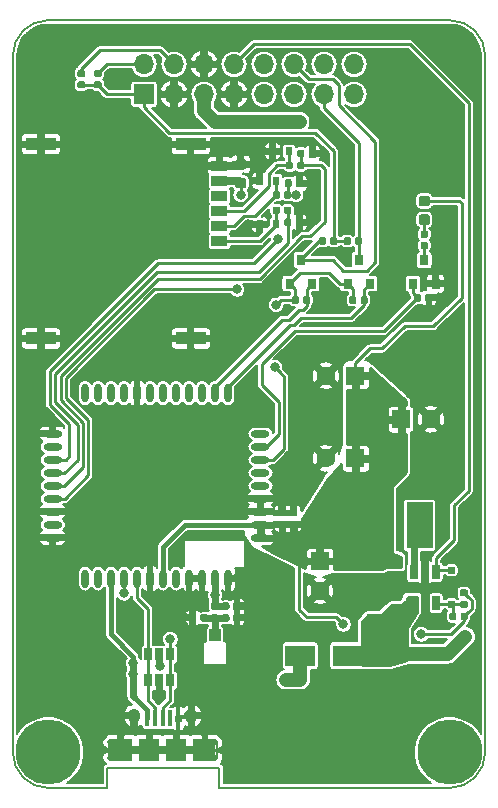
<source format=gtl>
G04 #@! TF.GenerationSoftware,KiCad,Pcbnew,(5.1.0-10-g6006703)*
G04 #@! TF.CreationDate,2019-06-03T13:36:41+08:00*
G04 #@! TF.ProjectId,cicada-2g,63696361-6461-42d3-9267-2e6b69636164,0.1*
G04 #@! TF.SameCoordinates,PX7cee6c0PY3dfd240*
G04 #@! TF.FileFunction,Copper,L1,Top*
G04 #@! TF.FilePolarity,Positive*
%FSLAX46Y46*%
G04 Gerber Fmt 4.6, Leading zero omitted, Abs format (unit mm)*
G04 Created by KiCad (PCBNEW (5.1.0-10-g6006703)) date 2019-06-03 13:36:41*
%MOMM*%
%LPD*%
G04 APERTURE LIST*
%ADD10C,0.150000*%
%ADD11C,5.500000*%
%ADD12C,0.590000*%
%ADD13R,0.800000X0.900000*%
%ADD14O,1.600000X0.600000*%
%ADD15O,0.600000X1.600000*%
%ADD16R,1.000000X1.000000*%
%ADD17R,1.050000X2.200000*%
%ADD18R,2.500000X1.800000*%
%ADD19O,1.050000X1.250000*%
%ADD20R,0.400000X1.350000*%
%ADD21R,0.250000X1.400000*%
%ADD22R,1.850000X1.900000*%
%ADD23C,0.500000*%
%ADD24O,1.524000X1.900000*%
%ADD25R,1.800000X1.900000*%
%ADD26O,1.700000X1.700000*%
%ADD27R,1.700000X1.700000*%
%ADD28R,0.650000X1.220000*%
%ADD29R,0.650000X1.060000*%
%ADD30R,2.600000X1.100000*%
%ADD31R,1.350000X0.900000*%
%ADD32R,2.200000X3.900000*%
%ADD33C,0.875000*%
%ADD34R,0.600000X0.700000*%
%ADD35C,1.600000*%
%ADD36R,1.600000X1.600000*%
%ADD37C,0.975000*%
%ADD38C,0.800000*%
%ADD39C,0.650000*%
%ADD40C,0.250000*%
%ADD41C,0.600000*%
%ADD42C,0.400000*%
%ADD43C,1.200000*%
%ADD44C,0.200000*%
%ADD45C,0.254000*%
G04 APERTURE END LIST*
D10*
X-2500000Y-60000000D02*
X17000000Y-60000000D01*
X-2500000Y-58300000D02*
X-2500000Y-60000000D01*
X-12000000Y-58300000D02*
X-2500000Y-58300000D01*
X-12000000Y-60000000D02*
X-12000000Y-58300000D01*
X-17000000Y-60000000D02*
G75*
G02X-20000000Y-57000000I0J3000000D01*
G01*
X20000000Y-57000000D02*
G75*
G02X17000000Y-60000000I-3000000J0D01*
G01*
X17000000Y5000000D02*
G75*
G02X20000000Y2000000I0J-3000000D01*
G01*
X-20000000Y2000000D02*
G75*
G02X-17000000Y5000000I3000000J0D01*
G01*
X-20000000Y-57000000D02*
X-20000000Y2000000D01*
X-12000000Y-60000000D02*
X-17000000Y-60000000D01*
X20000000Y2000000D02*
X20000000Y-57000000D01*
X-17000000Y5000000D02*
X17000000Y5000000D01*
D11*
X17000000Y-57000000D03*
X-17000000Y-57000000D03*
D10*
G36*
X3936958Y-36420710D02*
G01*
X3951276Y-36422834D01*
X3965317Y-36426351D01*
X3978946Y-36431228D01*
X3992031Y-36437417D01*
X4004447Y-36444858D01*
X4016073Y-36453481D01*
X4026798Y-36463202D01*
X4036519Y-36473927D01*
X4045142Y-36485553D01*
X4052583Y-36497969D01*
X4058772Y-36511054D01*
X4063649Y-36524683D01*
X4067166Y-36538724D01*
X4069290Y-36553042D01*
X4070000Y-36567500D01*
X4070000Y-36862500D01*
X4069290Y-36876958D01*
X4067166Y-36891276D01*
X4063649Y-36905317D01*
X4058772Y-36918946D01*
X4052583Y-36932031D01*
X4045142Y-36944447D01*
X4036519Y-36956073D01*
X4026798Y-36966798D01*
X4016073Y-36976519D01*
X4004447Y-36985142D01*
X3992031Y-36992583D01*
X3978946Y-36998772D01*
X3965317Y-37003649D01*
X3951276Y-37007166D01*
X3936958Y-37009290D01*
X3922500Y-37010000D01*
X3577500Y-37010000D01*
X3563042Y-37009290D01*
X3548724Y-37007166D01*
X3534683Y-37003649D01*
X3521054Y-36998772D01*
X3507969Y-36992583D01*
X3495553Y-36985142D01*
X3483927Y-36976519D01*
X3473202Y-36966798D01*
X3463481Y-36956073D01*
X3454858Y-36944447D01*
X3447417Y-36932031D01*
X3441228Y-36918946D01*
X3436351Y-36905317D01*
X3432834Y-36891276D01*
X3430710Y-36876958D01*
X3430000Y-36862500D01*
X3430000Y-36567500D01*
X3430710Y-36553042D01*
X3432834Y-36538724D01*
X3436351Y-36524683D01*
X3441228Y-36511054D01*
X3447417Y-36497969D01*
X3454858Y-36485553D01*
X3463481Y-36473927D01*
X3473202Y-36463202D01*
X3483927Y-36453481D01*
X3495553Y-36444858D01*
X3507969Y-36437417D01*
X3521054Y-36431228D01*
X3534683Y-36426351D01*
X3548724Y-36422834D01*
X3563042Y-36420710D01*
X3577500Y-36420000D01*
X3922500Y-36420000D01*
X3936958Y-36420710D01*
X3936958Y-36420710D01*
G37*
D12*
X3750000Y-36715000D03*
D10*
G36*
X3936958Y-37390710D02*
G01*
X3951276Y-37392834D01*
X3965317Y-37396351D01*
X3978946Y-37401228D01*
X3992031Y-37407417D01*
X4004447Y-37414858D01*
X4016073Y-37423481D01*
X4026798Y-37433202D01*
X4036519Y-37443927D01*
X4045142Y-37455553D01*
X4052583Y-37467969D01*
X4058772Y-37481054D01*
X4063649Y-37494683D01*
X4067166Y-37508724D01*
X4069290Y-37523042D01*
X4070000Y-37537500D01*
X4070000Y-37832500D01*
X4069290Y-37846958D01*
X4067166Y-37861276D01*
X4063649Y-37875317D01*
X4058772Y-37888946D01*
X4052583Y-37902031D01*
X4045142Y-37914447D01*
X4036519Y-37926073D01*
X4026798Y-37936798D01*
X4016073Y-37946519D01*
X4004447Y-37955142D01*
X3992031Y-37962583D01*
X3978946Y-37968772D01*
X3965317Y-37973649D01*
X3951276Y-37977166D01*
X3936958Y-37979290D01*
X3922500Y-37980000D01*
X3577500Y-37980000D01*
X3563042Y-37979290D01*
X3548724Y-37977166D01*
X3534683Y-37973649D01*
X3521054Y-37968772D01*
X3507969Y-37962583D01*
X3495553Y-37955142D01*
X3483927Y-37946519D01*
X3473202Y-37936798D01*
X3463481Y-37926073D01*
X3454858Y-37914447D01*
X3447417Y-37902031D01*
X3441228Y-37888946D01*
X3436351Y-37875317D01*
X3432834Y-37861276D01*
X3430710Y-37846958D01*
X3430000Y-37832500D01*
X3430000Y-37537500D01*
X3430710Y-37523042D01*
X3432834Y-37508724D01*
X3436351Y-37494683D01*
X3441228Y-37481054D01*
X3447417Y-37467969D01*
X3454858Y-37455553D01*
X3463481Y-37443927D01*
X3473202Y-37433202D01*
X3483927Y-37423481D01*
X3495553Y-37414858D01*
X3507969Y-37407417D01*
X3521054Y-37401228D01*
X3534683Y-37396351D01*
X3548724Y-37392834D01*
X3563042Y-37390710D01*
X3577500Y-37390000D01*
X3922500Y-37390000D01*
X3936958Y-37390710D01*
X3936958Y-37390710D01*
G37*
D12*
X3750000Y-37685000D03*
D10*
G36*
X2986958Y-36420710D02*
G01*
X3001276Y-36422834D01*
X3015317Y-36426351D01*
X3028946Y-36431228D01*
X3042031Y-36437417D01*
X3054447Y-36444858D01*
X3066073Y-36453481D01*
X3076798Y-36463202D01*
X3086519Y-36473927D01*
X3095142Y-36485553D01*
X3102583Y-36497969D01*
X3108772Y-36511054D01*
X3113649Y-36524683D01*
X3117166Y-36538724D01*
X3119290Y-36553042D01*
X3120000Y-36567500D01*
X3120000Y-36862500D01*
X3119290Y-36876958D01*
X3117166Y-36891276D01*
X3113649Y-36905317D01*
X3108772Y-36918946D01*
X3102583Y-36932031D01*
X3095142Y-36944447D01*
X3086519Y-36956073D01*
X3076798Y-36966798D01*
X3066073Y-36976519D01*
X3054447Y-36985142D01*
X3042031Y-36992583D01*
X3028946Y-36998772D01*
X3015317Y-37003649D01*
X3001276Y-37007166D01*
X2986958Y-37009290D01*
X2972500Y-37010000D01*
X2627500Y-37010000D01*
X2613042Y-37009290D01*
X2598724Y-37007166D01*
X2584683Y-37003649D01*
X2571054Y-36998772D01*
X2557969Y-36992583D01*
X2545553Y-36985142D01*
X2533927Y-36976519D01*
X2523202Y-36966798D01*
X2513481Y-36956073D01*
X2504858Y-36944447D01*
X2497417Y-36932031D01*
X2491228Y-36918946D01*
X2486351Y-36905317D01*
X2482834Y-36891276D01*
X2480710Y-36876958D01*
X2480000Y-36862500D01*
X2480000Y-36567500D01*
X2480710Y-36553042D01*
X2482834Y-36538724D01*
X2486351Y-36524683D01*
X2491228Y-36511054D01*
X2497417Y-36497969D01*
X2504858Y-36485553D01*
X2513481Y-36473927D01*
X2523202Y-36463202D01*
X2533927Y-36453481D01*
X2545553Y-36444858D01*
X2557969Y-36437417D01*
X2571054Y-36431228D01*
X2584683Y-36426351D01*
X2598724Y-36422834D01*
X2613042Y-36420710D01*
X2627500Y-36420000D01*
X2972500Y-36420000D01*
X2986958Y-36420710D01*
X2986958Y-36420710D01*
G37*
D12*
X2800000Y-36715000D03*
D10*
G36*
X2986958Y-37390710D02*
G01*
X3001276Y-37392834D01*
X3015317Y-37396351D01*
X3028946Y-37401228D01*
X3042031Y-37407417D01*
X3054447Y-37414858D01*
X3066073Y-37423481D01*
X3076798Y-37433202D01*
X3086519Y-37443927D01*
X3095142Y-37455553D01*
X3102583Y-37467969D01*
X3108772Y-37481054D01*
X3113649Y-37494683D01*
X3117166Y-37508724D01*
X3119290Y-37523042D01*
X3120000Y-37537500D01*
X3120000Y-37832500D01*
X3119290Y-37846958D01*
X3117166Y-37861276D01*
X3113649Y-37875317D01*
X3108772Y-37888946D01*
X3102583Y-37902031D01*
X3095142Y-37914447D01*
X3086519Y-37926073D01*
X3076798Y-37936798D01*
X3066073Y-37946519D01*
X3054447Y-37955142D01*
X3042031Y-37962583D01*
X3028946Y-37968772D01*
X3015317Y-37973649D01*
X3001276Y-37977166D01*
X2986958Y-37979290D01*
X2972500Y-37980000D01*
X2627500Y-37980000D01*
X2613042Y-37979290D01*
X2598724Y-37977166D01*
X2584683Y-37973649D01*
X2571054Y-37968772D01*
X2557969Y-37962583D01*
X2545553Y-37955142D01*
X2533927Y-37946519D01*
X2523202Y-37936798D01*
X2513481Y-37926073D01*
X2504858Y-37914447D01*
X2497417Y-37902031D01*
X2491228Y-37888946D01*
X2486351Y-37875317D01*
X2482834Y-37861276D01*
X2480710Y-37846958D01*
X2480000Y-37832500D01*
X2480000Y-37537500D01*
X2480710Y-37523042D01*
X2482834Y-37508724D01*
X2486351Y-37494683D01*
X2491228Y-37481054D01*
X2497417Y-37467969D01*
X2504858Y-37455553D01*
X2513481Y-37443927D01*
X2523202Y-37433202D01*
X2533927Y-37423481D01*
X2545553Y-37414858D01*
X2557969Y-37407417D01*
X2571054Y-37401228D01*
X2584683Y-37396351D01*
X2598724Y-37392834D01*
X2613042Y-37390710D01*
X2627500Y-37390000D01*
X2972500Y-37390000D01*
X2986958Y-37390710D01*
X2986958Y-37390710D01*
G37*
D12*
X2800000Y-37685000D03*
D10*
G36*
X-848042Y-45280710D02*
G01*
X-833724Y-45282834D01*
X-819683Y-45286351D01*
X-806054Y-45291228D01*
X-792969Y-45297417D01*
X-780553Y-45304858D01*
X-768927Y-45313481D01*
X-758202Y-45323202D01*
X-748481Y-45333927D01*
X-739858Y-45345553D01*
X-732417Y-45357969D01*
X-726228Y-45371054D01*
X-721351Y-45384683D01*
X-717834Y-45398724D01*
X-715710Y-45413042D01*
X-715000Y-45427500D01*
X-715000Y-45772500D01*
X-715710Y-45786958D01*
X-717834Y-45801276D01*
X-721351Y-45815317D01*
X-726228Y-45828946D01*
X-732417Y-45842031D01*
X-739858Y-45854447D01*
X-748481Y-45866073D01*
X-758202Y-45876798D01*
X-768927Y-45886519D01*
X-780553Y-45895142D01*
X-792969Y-45902583D01*
X-806054Y-45908772D01*
X-819683Y-45913649D01*
X-833724Y-45917166D01*
X-848042Y-45919290D01*
X-862500Y-45920000D01*
X-1157500Y-45920000D01*
X-1171958Y-45919290D01*
X-1186276Y-45917166D01*
X-1200317Y-45913649D01*
X-1213946Y-45908772D01*
X-1227031Y-45902583D01*
X-1239447Y-45895142D01*
X-1251073Y-45886519D01*
X-1261798Y-45876798D01*
X-1271519Y-45866073D01*
X-1280142Y-45854447D01*
X-1287583Y-45842031D01*
X-1293772Y-45828946D01*
X-1298649Y-45815317D01*
X-1302166Y-45801276D01*
X-1304290Y-45786958D01*
X-1305000Y-45772500D01*
X-1305000Y-45427500D01*
X-1304290Y-45413042D01*
X-1302166Y-45398724D01*
X-1298649Y-45384683D01*
X-1293772Y-45371054D01*
X-1287583Y-45357969D01*
X-1280142Y-45345553D01*
X-1271519Y-45333927D01*
X-1261798Y-45323202D01*
X-1251073Y-45313481D01*
X-1239447Y-45304858D01*
X-1227031Y-45297417D01*
X-1213946Y-45291228D01*
X-1200317Y-45286351D01*
X-1186276Y-45282834D01*
X-1171958Y-45280710D01*
X-1157500Y-45280000D01*
X-862500Y-45280000D01*
X-848042Y-45280710D01*
X-848042Y-45280710D01*
G37*
D12*
X-1010000Y-45600000D03*
D10*
G36*
X-1818042Y-45280710D02*
G01*
X-1803724Y-45282834D01*
X-1789683Y-45286351D01*
X-1776054Y-45291228D01*
X-1762969Y-45297417D01*
X-1750553Y-45304858D01*
X-1738927Y-45313481D01*
X-1728202Y-45323202D01*
X-1718481Y-45333927D01*
X-1709858Y-45345553D01*
X-1702417Y-45357969D01*
X-1696228Y-45371054D01*
X-1691351Y-45384683D01*
X-1687834Y-45398724D01*
X-1685710Y-45413042D01*
X-1685000Y-45427500D01*
X-1685000Y-45772500D01*
X-1685710Y-45786958D01*
X-1687834Y-45801276D01*
X-1691351Y-45815317D01*
X-1696228Y-45828946D01*
X-1702417Y-45842031D01*
X-1709858Y-45854447D01*
X-1718481Y-45866073D01*
X-1728202Y-45876798D01*
X-1738927Y-45886519D01*
X-1750553Y-45895142D01*
X-1762969Y-45902583D01*
X-1776054Y-45908772D01*
X-1789683Y-45913649D01*
X-1803724Y-45917166D01*
X-1818042Y-45919290D01*
X-1832500Y-45920000D01*
X-2127500Y-45920000D01*
X-2141958Y-45919290D01*
X-2156276Y-45917166D01*
X-2170317Y-45913649D01*
X-2183946Y-45908772D01*
X-2197031Y-45902583D01*
X-2209447Y-45895142D01*
X-2221073Y-45886519D01*
X-2231798Y-45876798D01*
X-2241519Y-45866073D01*
X-2250142Y-45854447D01*
X-2257583Y-45842031D01*
X-2263772Y-45828946D01*
X-2268649Y-45815317D01*
X-2272166Y-45801276D01*
X-2274290Y-45786958D01*
X-2275000Y-45772500D01*
X-2275000Y-45427500D01*
X-2274290Y-45413042D01*
X-2272166Y-45398724D01*
X-2268649Y-45384683D01*
X-2263772Y-45371054D01*
X-2257583Y-45357969D01*
X-2250142Y-45345553D01*
X-2241519Y-45333927D01*
X-2231798Y-45323202D01*
X-2221073Y-45313481D01*
X-2209447Y-45304858D01*
X-2197031Y-45297417D01*
X-2183946Y-45291228D01*
X-2170317Y-45286351D01*
X-2156276Y-45282834D01*
X-2141958Y-45280710D01*
X-2127500Y-45280000D01*
X-1832500Y-45280000D01*
X-1818042Y-45280710D01*
X-1818042Y-45280710D01*
G37*
D12*
X-1980000Y-45600000D03*
D10*
G36*
X-848042Y-44280710D02*
G01*
X-833724Y-44282834D01*
X-819683Y-44286351D01*
X-806054Y-44291228D01*
X-792969Y-44297417D01*
X-780553Y-44304858D01*
X-768927Y-44313481D01*
X-758202Y-44323202D01*
X-748481Y-44333927D01*
X-739858Y-44345553D01*
X-732417Y-44357969D01*
X-726228Y-44371054D01*
X-721351Y-44384683D01*
X-717834Y-44398724D01*
X-715710Y-44413042D01*
X-715000Y-44427500D01*
X-715000Y-44772500D01*
X-715710Y-44786958D01*
X-717834Y-44801276D01*
X-721351Y-44815317D01*
X-726228Y-44828946D01*
X-732417Y-44842031D01*
X-739858Y-44854447D01*
X-748481Y-44866073D01*
X-758202Y-44876798D01*
X-768927Y-44886519D01*
X-780553Y-44895142D01*
X-792969Y-44902583D01*
X-806054Y-44908772D01*
X-819683Y-44913649D01*
X-833724Y-44917166D01*
X-848042Y-44919290D01*
X-862500Y-44920000D01*
X-1157500Y-44920000D01*
X-1171958Y-44919290D01*
X-1186276Y-44917166D01*
X-1200317Y-44913649D01*
X-1213946Y-44908772D01*
X-1227031Y-44902583D01*
X-1239447Y-44895142D01*
X-1251073Y-44886519D01*
X-1261798Y-44876798D01*
X-1271519Y-44866073D01*
X-1280142Y-44854447D01*
X-1287583Y-44842031D01*
X-1293772Y-44828946D01*
X-1298649Y-44815317D01*
X-1302166Y-44801276D01*
X-1304290Y-44786958D01*
X-1305000Y-44772500D01*
X-1305000Y-44427500D01*
X-1304290Y-44413042D01*
X-1302166Y-44398724D01*
X-1298649Y-44384683D01*
X-1293772Y-44371054D01*
X-1287583Y-44357969D01*
X-1280142Y-44345553D01*
X-1271519Y-44333927D01*
X-1261798Y-44323202D01*
X-1251073Y-44313481D01*
X-1239447Y-44304858D01*
X-1227031Y-44297417D01*
X-1213946Y-44291228D01*
X-1200317Y-44286351D01*
X-1186276Y-44282834D01*
X-1171958Y-44280710D01*
X-1157500Y-44280000D01*
X-862500Y-44280000D01*
X-848042Y-44280710D01*
X-848042Y-44280710D01*
G37*
D12*
X-1010000Y-44600000D03*
D10*
G36*
X-1818042Y-44280710D02*
G01*
X-1803724Y-44282834D01*
X-1789683Y-44286351D01*
X-1776054Y-44291228D01*
X-1762969Y-44297417D01*
X-1750553Y-44304858D01*
X-1738927Y-44313481D01*
X-1728202Y-44323202D01*
X-1718481Y-44333927D01*
X-1709858Y-44345553D01*
X-1702417Y-44357969D01*
X-1696228Y-44371054D01*
X-1691351Y-44384683D01*
X-1687834Y-44398724D01*
X-1685710Y-44413042D01*
X-1685000Y-44427500D01*
X-1685000Y-44772500D01*
X-1685710Y-44786958D01*
X-1687834Y-44801276D01*
X-1691351Y-44815317D01*
X-1696228Y-44828946D01*
X-1702417Y-44842031D01*
X-1709858Y-44854447D01*
X-1718481Y-44866073D01*
X-1728202Y-44876798D01*
X-1738927Y-44886519D01*
X-1750553Y-44895142D01*
X-1762969Y-44902583D01*
X-1776054Y-44908772D01*
X-1789683Y-44913649D01*
X-1803724Y-44917166D01*
X-1818042Y-44919290D01*
X-1832500Y-44920000D01*
X-2127500Y-44920000D01*
X-2141958Y-44919290D01*
X-2156276Y-44917166D01*
X-2170317Y-44913649D01*
X-2183946Y-44908772D01*
X-2197031Y-44902583D01*
X-2209447Y-44895142D01*
X-2221073Y-44886519D01*
X-2231798Y-44876798D01*
X-2241519Y-44866073D01*
X-2250142Y-44854447D01*
X-2257583Y-44842031D01*
X-2263772Y-44828946D01*
X-2268649Y-44815317D01*
X-2272166Y-44801276D01*
X-2274290Y-44786958D01*
X-2275000Y-44772500D01*
X-2275000Y-44427500D01*
X-2274290Y-44413042D01*
X-2272166Y-44398724D01*
X-2268649Y-44384683D01*
X-2263772Y-44371054D01*
X-2257583Y-44357969D01*
X-2250142Y-44345553D01*
X-2241519Y-44333927D01*
X-2231798Y-44323202D01*
X-2221073Y-44313481D01*
X-2209447Y-44304858D01*
X-2197031Y-44297417D01*
X-2183946Y-44291228D01*
X-2170317Y-44286351D01*
X-2156276Y-44282834D01*
X-2141958Y-44280710D01*
X-2127500Y-44280000D01*
X-1832500Y-44280000D01*
X-1818042Y-44280710D01*
X-1818042Y-44280710D01*
G37*
D12*
X-1980000Y-44600000D03*
D10*
G36*
X-2713042Y-44340710D02*
G01*
X-2698724Y-44342834D01*
X-2684683Y-44346351D01*
X-2671054Y-44351228D01*
X-2657969Y-44357417D01*
X-2645553Y-44364858D01*
X-2633927Y-44373481D01*
X-2623202Y-44383202D01*
X-2613481Y-44393927D01*
X-2604858Y-44405553D01*
X-2597417Y-44417969D01*
X-2591228Y-44431054D01*
X-2586351Y-44444683D01*
X-2582834Y-44458724D01*
X-2580710Y-44473042D01*
X-2580000Y-44487500D01*
X-2580000Y-44782500D01*
X-2580710Y-44796958D01*
X-2582834Y-44811276D01*
X-2586351Y-44825317D01*
X-2591228Y-44838946D01*
X-2597417Y-44852031D01*
X-2604858Y-44864447D01*
X-2613481Y-44876073D01*
X-2623202Y-44886798D01*
X-2633927Y-44896519D01*
X-2645553Y-44905142D01*
X-2657969Y-44912583D01*
X-2671054Y-44918772D01*
X-2684683Y-44923649D01*
X-2698724Y-44927166D01*
X-2713042Y-44929290D01*
X-2727500Y-44930000D01*
X-3072500Y-44930000D01*
X-3086958Y-44929290D01*
X-3101276Y-44927166D01*
X-3115317Y-44923649D01*
X-3128946Y-44918772D01*
X-3142031Y-44912583D01*
X-3154447Y-44905142D01*
X-3166073Y-44896519D01*
X-3176798Y-44886798D01*
X-3186519Y-44876073D01*
X-3195142Y-44864447D01*
X-3202583Y-44852031D01*
X-3208772Y-44838946D01*
X-3213649Y-44825317D01*
X-3217166Y-44811276D01*
X-3219290Y-44796958D01*
X-3220000Y-44782500D01*
X-3220000Y-44487500D01*
X-3219290Y-44473042D01*
X-3217166Y-44458724D01*
X-3213649Y-44444683D01*
X-3208772Y-44431054D01*
X-3202583Y-44417969D01*
X-3195142Y-44405553D01*
X-3186519Y-44393927D01*
X-3176798Y-44383202D01*
X-3166073Y-44373481D01*
X-3154447Y-44364858D01*
X-3142031Y-44357417D01*
X-3128946Y-44351228D01*
X-3115317Y-44346351D01*
X-3101276Y-44342834D01*
X-3086958Y-44340710D01*
X-3072500Y-44340000D01*
X-2727500Y-44340000D01*
X-2713042Y-44340710D01*
X-2713042Y-44340710D01*
G37*
D12*
X-2900000Y-44635000D03*
D10*
G36*
X-2713042Y-45310710D02*
G01*
X-2698724Y-45312834D01*
X-2684683Y-45316351D01*
X-2671054Y-45321228D01*
X-2657969Y-45327417D01*
X-2645553Y-45334858D01*
X-2633927Y-45343481D01*
X-2623202Y-45353202D01*
X-2613481Y-45363927D01*
X-2604858Y-45375553D01*
X-2597417Y-45387969D01*
X-2591228Y-45401054D01*
X-2586351Y-45414683D01*
X-2582834Y-45428724D01*
X-2580710Y-45443042D01*
X-2580000Y-45457500D01*
X-2580000Y-45752500D01*
X-2580710Y-45766958D01*
X-2582834Y-45781276D01*
X-2586351Y-45795317D01*
X-2591228Y-45808946D01*
X-2597417Y-45822031D01*
X-2604858Y-45834447D01*
X-2613481Y-45846073D01*
X-2623202Y-45856798D01*
X-2633927Y-45866519D01*
X-2645553Y-45875142D01*
X-2657969Y-45882583D01*
X-2671054Y-45888772D01*
X-2684683Y-45893649D01*
X-2698724Y-45897166D01*
X-2713042Y-45899290D01*
X-2727500Y-45900000D01*
X-3072500Y-45900000D01*
X-3086958Y-45899290D01*
X-3101276Y-45897166D01*
X-3115317Y-45893649D01*
X-3128946Y-45888772D01*
X-3142031Y-45882583D01*
X-3154447Y-45875142D01*
X-3166073Y-45866519D01*
X-3176798Y-45856798D01*
X-3186519Y-45846073D01*
X-3195142Y-45834447D01*
X-3202583Y-45822031D01*
X-3208772Y-45808946D01*
X-3213649Y-45795317D01*
X-3217166Y-45781276D01*
X-3219290Y-45766958D01*
X-3220000Y-45752500D01*
X-3220000Y-45457500D01*
X-3219290Y-45443042D01*
X-3217166Y-45428724D01*
X-3213649Y-45414683D01*
X-3208772Y-45401054D01*
X-3202583Y-45387969D01*
X-3195142Y-45375553D01*
X-3186519Y-45363927D01*
X-3176798Y-45353202D01*
X-3166073Y-45343481D01*
X-3154447Y-45334858D01*
X-3142031Y-45327417D01*
X-3128946Y-45321228D01*
X-3115317Y-45316351D01*
X-3101276Y-45312834D01*
X-3086958Y-45310710D01*
X-3072500Y-45310000D01*
X-2727500Y-45310000D01*
X-2713042Y-45310710D01*
X-2713042Y-45310710D01*
G37*
D12*
X-2900000Y-45605000D03*
D10*
G36*
X9446958Y-13380710D02*
G01*
X9461276Y-13382834D01*
X9475317Y-13386351D01*
X9488946Y-13391228D01*
X9502031Y-13397417D01*
X9514447Y-13404858D01*
X9526073Y-13413481D01*
X9536798Y-13423202D01*
X9546519Y-13433927D01*
X9555142Y-13445553D01*
X9562583Y-13457969D01*
X9568772Y-13471054D01*
X9573649Y-13484683D01*
X9577166Y-13498724D01*
X9579290Y-13513042D01*
X9580000Y-13527500D01*
X9580000Y-13872500D01*
X9579290Y-13886958D01*
X9577166Y-13901276D01*
X9573649Y-13915317D01*
X9568772Y-13928946D01*
X9562583Y-13942031D01*
X9555142Y-13954447D01*
X9546519Y-13966073D01*
X9536798Y-13976798D01*
X9526073Y-13986519D01*
X9514447Y-13995142D01*
X9502031Y-14002583D01*
X9488946Y-14008772D01*
X9475317Y-14013649D01*
X9461276Y-14017166D01*
X9446958Y-14019290D01*
X9432500Y-14020000D01*
X9137500Y-14020000D01*
X9123042Y-14019290D01*
X9108724Y-14017166D01*
X9094683Y-14013649D01*
X9081054Y-14008772D01*
X9067969Y-14002583D01*
X9055553Y-13995142D01*
X9043927Y-13986519D01*
X9033202Y-13976798D01*
X9023481Y-13966073D01*
X9014858Y-13954447D01*
X9007417Y-13942031D01*
X9001228Y-13928946D01*
X8996351Y-13915317D01*
X8992834Y-13901276D01*
X8990710Y-13886958D01*
X8990000Y-13872500D01*
X8990000Y-13527500D01*
X8990710Y-13513042D01*
X8992834Y-13498724D01*
X8996351Y-13484683D01*
X9001228Y-13471054D01*
X9007417Y-13457969D01*
X9014858Y-13445553D01*
X9023481Y-13433927D01*
X9033202Y-13423202D01*
X9043927Y-13413481D01*
X9055553Y-13404858D01*
X9067969Y-13397417D01*
X9081054Y-13391228D01*
X9094683Y-13386351D01*
X9108724Y-13382834D01*
X9123042Y-13380710D01*
X9137500Y-13380000D01*
X9432500Y-13380000D01*
X9446958Y-13380710D01*
X9446958Y-13380710D01*
G37*
D12*
X9285000Y-13700000D03*
D10*
G36*
X8476958Y-13380710D02*
G01*
X8491276Y-13382834D01*
X8505317Y-13386351D01*
X8518946Y-13391228D01*
X8532031Y-13397417D01*
X8544447Y-13404858D01*
X8556073Y-13413481D01*
X8566798Y-13423202D01*
X8576519Y-13433927D01*
X8585142Y-13445553D01*
X8592583Y-13457969D01*
X8598772Y-13471054D01*
X8603649Y-13484683D01*
X8607166Y-13498724D01*
X8609290Y-13513042D01*
X8610000Y-13527500D01*
X8610000Y-13872500D01*
X8609290Y-13886958D01*
X8607166Y-13901276D01*
X8603649Y-13915317D01*
X8598772Y-13928946D01*
X8592583Y-13942031D01*
X8585142Y-13954447D01*
X8576519Y-13966073D01*
X8566798Y-13976798D01*
X8556073Y-13986519D01*
X8544447Y-13995142D01*
X8532031Y-14002583D01*
X8518946Y-14008772D01*
X8505317Y-14013649D01*
X8491276Y-14017166D01*
X8476958Y-14019290D01*
X8462500Y-14020000D01*
X8167500Y-14020000D01*
X8153042Y-14019290D01*
X8138724Y-14017166D01*
X8124683Y-14013649D01*
X8111054Y-14008772D01*
X8097969Y-14002583D01*
X8085553Y-13995142D01*
X8073927Y-13986519D01*
X8063202Y-13976798D01*
X8053481Y-13966073D01*
X8044858Y-13954447D01*
X8037417Y-13942031D01*
X8031228Y-13928946D01*
X8026351Y-13915317D01*
X8022834Y-13901276D01*
X8020710Y-13886958D01*
X8020000Y-13872500D01*
X8020000Y-13527500D01*
X8020710Y-13513042D01*
X8022834Y-13498724D01*
X8026351Y-13484683D01*
X8031228Y-13471054D01*
X8037417Y-13457969D01*
X8044858Y-13445553D01*
X8053481Y-13433927D01*
X8063202Y-13423202D01*
X8073927Y-13413481D01*
X8085553Y-13404858D01*
X8097969Y-13397417D01*
X8111054Y-13391228D01*
X8124683Y-13386351D01*
X8138724Y-13382834D01*
X8153042Y-13380710D01*
X8167500Y-13380000D01*
X8462500Y-13380000D01*
X8476958Y-13380710D01*
X8476958Y-13380710D01*
G37*
D12*
X8315000Y-13700000D03*
D10*
G36*
X9913506Y-18380710D02*
G01*
X9927824Y-18382834D01*
X9941865Y-18386351D01*
X9955494Y-18391228D01*
X9968579Y-18397417D01*
X9980995Y-18404858D01*
X9992621Y-18413481D01*
X10003346Y-18423202D01*
X10013067Y-18433927D01*
X10021690Y-18445553D01*
X10029131Y-18457969D01*
X10035320Y-18471054D01*
X10040197Y-18484683D01*
X10043714Y-18498724D01*
X10045838Y-18513042D01*
X10046548Y-18527500D01*
X10046548Y-18872500D01*
X10045838Y-18886958D01*
X10043714Y-18901276D01*
X10040197Y-18915317D01*
X10035320Y-18928946D01*
X10029131Y-18942031D01*
X10021690Y-18954447D01*
X10013067Y-18966073D01*
X10003346Y-18976798D01*
X9992621Y-18986519D01*
X9980995Y-18995142D01*
X9968579Y-19002583D01*
X9955494Y-19008772D01*
X9941865Y-19013649D01*
X9927824Y-19017166D01*
X9913506Y-19019290D01*
X9899048Y-19020000D01*
X9604048Y-19020000D01*
X9589590Y-19019290D01*
X9575272Y-19017166D01*
X9561231Y-19013649D01*
X9547602Y-19008772D01*
X9534517Y-19002583D01*
X9522101Y-18995142D01*
X9510475Y-18986519D01*
X9499750Y-18976798D01*
X9490029Y-18966073D01*
X9481406Y-18954447D01*
X9473965Y-18942031D01*
X9467776Y-18928946D01*
X9462899Y-18915317D01*
X9459382Y-18901276D01*
X9457258Y-18886958D01*
X9456548Y-18872500D01*
X9456548Y-18527500D01*
X9457258Y-18513042D01*
X9459382Y-18498724D01*
X9462899Y-18484683D01*
X9467776Y-18471054D01*
X9473965Y-18457969D01*
X9481406Y-18445553D01*
X9490029Y-18433927D01*
X9499750Y-18423202D01*
X9510475Y-18413481D01*
X9522101Y-18404858D01*
X9534517Y-18397417D01*
X9547602Y-18391228D01*
X9561231Y-18386351D01*
X9575272Y-18382834D01*
X9589590Y-18380710D01*
X9604048Y-18380000D01*
X9899048Y-18380000D01*
X9913506Y-18380710D01*
X9913506Y-18380710D01*
G37*
D12*
X9751548Y-18700000D03*
D10*
G36*
X8943506Y-18380710D02*
G01*
X8957824Y-18382834D01*
X8971865Y-18386351D01*
X8985494Y-18391228D01*
X8998579Y-18397417D01*
X9010995Y-18404858D01*
X9022621Y-18413481D01*
X9033346Y-18423202D01*
X9043067Y-18433927D01*
X9051690Y-18445553D01*
X9059131Y-18457969D01*
X9065320Y-18471054D01*
X9070197Y-18484683D01*
X9073714Y-18498724D01*
X9075838Y-18513042D01*
X9076548Y-18527500D01*
X9076548Y-18872500D01*
X9075838Y-18886958D01*
X9073714Y-18901276D01*
X9070197Y-18915317D01*
X9065320Y-18928946D01*
X9059131Y-18942031D01*
X9051690Y-18954447D01*
X9043067Y-18966073D01*
X9033346Y-18976798D01*
X9022621Y-18986519D01*
X9010995Y-18995142D01*
X8998579Y-19002583D01*
X8985494Y-19008772D01*
X8971865Y-19013649D01*
X8957824Y-19017166D01*
X8943506Y-19019290D01*
X8929048Y-19020000D01*
X8634048Y-19020000D01*
X8619590Y-19019290D01*
X8605272Y-19017166D01*
X8591231Y-19013649D01*
X8577602Y-19008772D01*
X8564517Y-19002583D01*
X8552101Y-18995142D01*
X8540475Y-18986519D01*
X8529750Y-18976798D01*
X8520029Y-18966073D01*
X8511406Y-18954447D01*
X8503965Y-18942031D01*
X8497776Y-18928946D01*
X8492899Y-18915317D01*
X8489382Y-18901276D01*
X8487258Y-18886958D01*
X8486548Y-18872500D01*
X8486548Y-18527500D01*
X8487258Y-18513042D01*
X8489382Y-18498724D01*
X8492899Y-18484683D01*
X8497776Y-18471054D01*
X8503965Y-18457969D01*
X8511406Y-18445553D01*
X8520029Y-18433927D01*
X8529750Y-18423202D01*
X8540475Y-18413481D01*
X8552101Y-18404858D01*
X8564517Y-18397417D01*
X8577602Y-18391228D01*
X8591231Y-18386351D01*
X8605272Y-18382834D01*
X8619590Y-18380710D01*
X8634048Y-18380000D01*
X8929048Y-18380000D01*
X8943506Y-18380710D01*
X8943506Y-18380710D01*
G37*
D12*
X8781548Y-18700000D03*
D10*
G36*
X6376958Y-13380710D02*
G01*
X6391276Y-13382834D01*
X6405317Y-13386351D01*
X6418946Y-13391228D01*
X6432031Y-13397417D01*
X6444447Y-13404858D01*
X6456073Y-13413481D01*
X6466798Y-13423202D01*
X6476519Y-13433927D01*
X6485142Y-13445553D01*
X6492583Y-13457969D01*
X6498772Y-13471054D01*
X6503649Y-13484683D01*
X6507166Y-13498724D01*
X6509290Y-13513042D01*
X6510000Y-13527500D01*
X6510000Y-13872500D01*
X6509290Y-13886958D01*
X6507166Y-13901276D01*
X6503649Y-13915317D01*
X6498772Y-13928946D01*
X6492583Y-13942031D01*
X6485142Y-13954447D01*
X6476519Y-13966073D01*
X6466798Y-13976798D01*
X6456073Y-13986519D01*
X6444447Y-13995142D01*
X6432031Y-14002583D01*
X6418946Y-14008772D01*
X6405317Y-14013649D01*
X6391276Y-14017166D01*
X6376958Y-14019290D01*
X6362500Y-14020000D01*
X6067500Y-14020000D01*
X6053042Y-14019290D01*
X6038724Y-14017166D01*
X6024683Y-14013649D01*
X6011054Y-14008772D01*
X5997969Y-14002583D01*
X5985553Y-13995142D01*
X5973927Y-13986519D01*
X5963202Y-13976798D01*
X5953481Y-13966073D01*
X5944858Y-13954447D01*
X5937417Y-13942031D01*
X5931228Y-13928946D01*
X5926351Y-13915317D01*
X5922834Y-13901276D01*
X5920710Y-13886958D01*
X5920000Y-13872500D01*
X5920000Y-13527500D01*
X5920710Y-13513042D01*
X5922834Y-13498724D01*
X5926351Y-13484683D01*
X5931228Y-13471054D01*
X5937417Y-13457969D01*
X5944858Y-13445553D01*
X5953481Y-13433927D01*
X5963202Y-13423202D01*
X5973927Y-13413481D01*
X5985553Y-13404858D01*
X5997969Y-13397417D01*
X6011054Y-13391228D01*
X6024683Y-13386351D01*
X6038724Y-13382834D01*
X6053042Y-13380710D01*
X6067500Y-13380000D01*
X6362500Y-13380000D01*
X6376958Y-13380710D01*
X6376958Y-13380710D01*
G37*
D12*
X6215000Y-13700000D03*
D10*
G36*
X7346958Y-13380710D02*
G01*
X7361276Y-13382834D01*
X7375317Y-13386351D01*
X7388946Y-13391228D01*
X7402031Y-13397417D01*
X7414447Y-13404858D01*
X7426073Y-13413481D01*
X7436798Y-13423202D01*
X7446519Y-13433927D01*
X7455142Y-13445553D01*
X7462583Y-13457969D01*
X7468772Y-13471054D01*
X7473649Y-13484683D01*
X7477166Y-13498724D01*
X7479290Y-13513042D01*
X7480000Y-13527500D01*
X7480000Y-13872500D01*
X7479290Y-13886958D01*
X7477166Y-13901276D01*
X7473649Y-13915317D01*
X7468772Y-13928946D01*
X7462583Y-13942031D01*
X7455142Y-13954447D01*
X7446519Y-13966073D01*
X7436798Y-13976798D01*
X7426073Y-13986519D01*
X7414447Y-13995142D01*
X7402031Y-14002583D01*
X7388946Y-14008772D01*
X7375317Y-14013649D01*
X7361276Y-14017166D01*
X7346958Y-14019290D01*
X7332500Y-14020000D01*
X7037500Y-14020000D01*
X7023042Y-14019290D01*
X7008724Y-14017166D01*
X6994683Y-14013649D01*
X6981054Y-14008772D01*
X6967969Y-14002583D01*
X6955553Y-13995142D01*
X6943927Y-13986519D01*
X6933202Y-13976798D01*
X6923481Y-13966073D01*
X6914858Y-13954447D01*
X6907417Y-13942031D01*
X6901228Y-13928946D01*
X6896351Y-13915317D01*
X6892834Y-13901276D01*
X6890710Y-13886958D01*
X6890000Y-13872500D01*
X6890000Y-13527500D01*
X6890710Y-13513042D01*
X6892834Y-13498724D01*
X6896351Y-13484683D01*
X6901228Y-13471054D01*
X6907417Y-13457969D01*
X6914858Y-13445553D01*
X6923481Y-13433927D01*
X6933202Y-13423202D01*
X6943927Y-13413481D01*
X6955553Y-13404858D01*
X6967969Y-13397417D01*
X6981054Y-13391228D01*
X6994683Y-13386351D01*
X7008724Y-13382834D01*
X7023042Y-13380710D01*
X7037500Y-13380000D01*
X7332500Y-13380000D01*
X7346958Y-13380710D01*
X7346958Y-13380710D01*
G37*
D12*
X7185000Y-13700000D03*
D10*
G36*
X4076958Y-18380710D02*
G01*
X4091276Y-18382834D01*
X4105317Y-18386351D01*
X4118946Y-18391228D01*
X4132031Y-18397417D01*
X4144447Y-18404858D01*
X4156073Y-18413481D01*
X4166798Y-18423202D01*
X4176519Y-18433927D01*
X4185142Y-18445553D01*
X4192583Y-18457969D01*
X4198772Y-18471054D01*
X4203649Y-18484683D01*
X4207166Y-18498724D01*
X4209290Y-18513042D01*
X4210000Y-18527500D01*
X4210000Y-18872500D01*
X4209290Y-18886958D01*
X4207166Y-18901276D01*
X4203649Y-18915317D01*
X4198772Y-18928946D01*
X4192583Y-18942031D01*
X4185142Y-18954447D01*
X4176519Y-18966073D01*
X4166798Y-18976798D01*
X4156073Y-18986519D01*
X4144447Y-18995142D01*
X4132031Y-19002583D01*
X4118946Y-19008772D01*
X4105317Y-19013649D01*
X4091276Y-19017166D01*
X4076958Y-19019290D01*
X4062500Y-19020000D01*
X3767500Y-19020000D01*
X3753042Y-19019290D01*
X3738724Y-19017166D01*
X3724683Y-19013649D01*
X3711054Y-19008772D01*
X3697969Y-19002583D01*
X3685553Y-18995142D01*
X3673927Y-18986519D01*
X3663202Y-18976798D01*
X3653481Y-18966073D01*
X3644858Y-18954447D01*
X3637417Y-18942031D01*
X3631228Y-18928946D01*
X3626351Y-18915317D01*
X3622834Y-18901276D01*
X3620710Y-18886958D01*
X3620000Y-18872500D01*
X3620000Y-18527500D01*
X3620710Y-18513042D01*
X3622834Y-18498724D01*
X3626351Y-18484683D01*
X3631228Y-18471054D01*
X3637417Y-18457969D01*
X3644858Y-18445553D01*
X3653481Y-18433927D01*
X3663202Y-18423202D01*
X3673927Y-18413481D01*
X3685553Y-18404858D01*
X3697969Y-18397417D01*
X3711054Y-18391228D01*
X3724683Y-18386351D01*
X3738724Y-18382834D01*
X3753042Y-18380710D01*
X3767500Y-18380000D01*
X4062500Y-18380000D01*
X4076958Y-18380710D01*
X4076958Y-18380710D01*
G37*
D12*
X3915000Y-18700000D03*
D10*
G36*
X5046958Y-18380710D02*
G01*
X5061276Y-18382834D01*
X5075317Y-18386351D01*
X5088946Y-18391228D01*
X5102031Y-18397417D01*
X5114447Y-18404858D01*
X5126073Y-18413481D01*
X5136798Y-18423202D01*
X5146519Y-18433927D01*
X5155142Y-18445553D01*
X5162583Y-18457969D01*
X5168772Y-18471054D01*
X5173649Y-18484683D01*
X5177166Y-18498724D01*
X5179290Y-18513042D01*
X5180000Y-18527500D01*
X5180000Y-18872500D01*
X5179290Y-18886958D01*
X5177166Y-18901276D01*
X5173649Y-18915317D01*
X5168772Y-18928946D01*
X5162583Y-18942031D01*
X5155142Y-18954447D01*
X5146519Y-18966073D01*
X5136798Y-18976798D01*
X5126073Y-18986519D01*
X5114447Y-18995142D01*
X5102031Y-19002583D01*
X5088946Y-19008772D01*
X5075317Y-19013649D01*
X5061276Y-19017166D01*
X5046958Y-19019290D01*
X5032500Y-19020000D01*
X4737500Y-19020000D01*
X4723042Y-19019290D01*
X4708724Y-19017166D01*
X4694683Y-19013649D01*
X4681054Y-19008772D01*
X4667969Y-19002583D01*
X4655553Y-18995142D01*
X4643927Y-18986519D01*
X4633202Y-18976798D01*
X4623481Y-18966073D01*
X4614858Y-18954447D01*
X4607417Y-18942031D01*
X4601228Y-18928946D01*
X4596351Y-18915317D01*
X4592834Y-18901276D01*
X4590710Y-18886958D01*
X4590000Y-18872500D01*
X4590000Y-18527500D01*
X4590710Y-18513042D01*
X4592834Y-18498724D01*
X4596351Y-18484683D01*
X4601228Y-18471054D01*
X4607417Y-18457969D01*
X4614858Y-18445553D01*
X4623481Y-18433927D01*
X4633202Y-18423202D01*
X4643927Y-18413481D01*
X4655553Y-18404858D01*
X4667969Y-18397417D01*
X4681054Y-18391228D01*
X4694683Y-18386351D01*
X4708724Y-18382834D01*
X4723042Y-18380710D01*
X4737500Y-18380000D01*
X5032500Y-18380000D01*
X5046958Y-18380710D01*
X5046958Y-18380710D01*
G37*
D12*
X4885000Y-18700000D03*
D13*
X4400000Y-15300000D03*
X5350000Y-17300000D03*
X3450000Y-17300000D03*
X9300000Y-15300000D03*
X10250000Y-17300000D03*
X8350000Y-17300000D03*
D14*
X975000Y-30025000D03*
X975000Y-31125000D03*
X975000Y-32225000D03*
X975000Y-33325000D03*
X975000Y-34425000D03*
X975000Y-35525000D03*
X975000Y-36625000D03*
X975000Y-37725000D03*
X975000Y-38825000D03*
D15*
X-1775000Y-42275000D03*
X-2875000Y-42275000D03*
X-3975000Y-42275000D03*
X-5075000Y-42275000D03*
X-6175000Y-42275000D03*
X-7275000Y-42275000D03*
X-8375000Y-42275000D03*
X-9475000Y-42275000D03*
X-10575000Y-42275000D03*
X-11675000Y-42275000D03*
X-12775000Y-42275000D03*
X-13875000Y-42275000D03*
D14*
X-16625000Y-38825000D03*
X-16625000Y-37725000D03*
X-16625000Y-36625000D03*
X-16625000Y-35525000D03*
X-16625000Y-34425000D03*
X-16625000Y-33325000D03*
X-16625000Y-32225000D03*
X-16625000Y-31125000D03*
X-16625000Y-30025000D03*
D15*
X-13875000Y-26575000D03*
X-12775000Y-26575000D03*
X-11675000Y-26575000D03*
X-10575000Y-26575000D03*
X-9475000Y-26575000D03*
X-8375000Y-26575000D03*
X-7275000Y-26575000D03*
X-6175000Y-26575000D03*
X-5075000Y-26575000D03*
X-3975000Y-26575000D03*
X-2875000Y-26575000D03*
X-1775000Y-26575000D03*
D16*
X-2900000Y-47070000D03*
X-2900000Y-50070000D03*
D17*
X-4375000Y-48570000D03*
X-1425000Y-48570000D03*
D18*
X4350000Y-48800000D03*
X8350000Y-48800000D03*
D19*
X-4875000Y-53900000D03*
X-9725000Y-53900000D03*
D20*
X-6000000Y-54125000D03*
X-6650000Y-54125000D03*
X-7300000Y-54125000D03*
X-7950000Y-54125000D03*
X-8600000Y-54125000D03*
D21*
X-2725000Y-56800000D03*
X-11875000Y-56800000D03*
D22*
X-3775000Y-56800000D03*
X-10825000Y-56800000D03*
D23*
X-2850000Y-57500000D03*
X-2850000Y-56100000D03*
X-11750000Y-57500000D03*
X-11750000Y-56100000D03*
D24*
X-3700000Y-56800000D03*
D25*
X-6150000Y-56800000D03*
X-8450000Y-56800000D03*
D24*
X-10900000Y-56800000D03*
D10*
G36*
X17336958Y-44165710D02*
G01*
X17351276Y-44167834D01*
X17365317Y-44171351D01*
X17378946Y-44176228D01*
X17392031Y-44182417D01*
X17404447Y-44189858D01*
X17416073Y-44198481D01*
X17426798Y-44208202D01*
X17436519Y-44218927D01*
X17445142Y-44230553D01*
X17452583Y-44242969D01*
X17458772Y-44256054D01*
X17463649Y-44269683D01*
X17467166Y-44283724D01*
X17469290Y-44298042D01*
X17470000Y-44312500D01*
X17470000Y-44607500D01*
X17469290Y-44621958D01*
X17467166Y-44636276D01*
X17463649Y-44650317D01*
X17458772Y-44663946D01*
X17452583Y-44677031D01*
X17445142Y-44689447D01*
X17436519Y-44701073D01*
X17426798Y-44711798D01*
X17416073Y-44721519D01*
X17404447Y-44730142D01*
X17392031Y-44737583D01*
X17378946Y-44743772D01*
X17365317Y-44748649D01*
X17351276Y-44752166D01*
X17336958Y-44754290D01*
X17322500Y-44755000D01*
X16977500Y-44755000D01*
X16963042Y-44754290D01*
X16948724Y-44752166D01*
X16934683Y-44748649D01*
X16921054Y-44743772D01*
X16907969Y-44737583D01*
X16895553Y-44730142D01*
X16883927Y-44721519D01*
X16873202Y-44711798D01*
X16863481Y-44701073D01*
X16854858Y-44689447D01*
X16847417Y-44677031D01*
X16841228Y-44663946D01*
X16836351Y-44650317D01*
X16832834Y-44636276D01*
X16830710Y-44621958D01*
X16830000Y-44607500D01*
X16830000Y-44312500D01*
X16830710Y-44298042D01*
X16832834Y-44283724D01*
X16836351Y-44269683D01*
X16841228Y-44256054D01*
X16847417Y-44242969D01*
X16854858Y-44230553D01*
X16863481Y-44218927D01*
X16873202Y-44208202D01*
X16883927Y-44198481D01*
X16895553Y-44189858D01*
X16907969Y-44182417D01*
X16921054Y-44176228D01*
X16934683Y-44171351D01*
X16948724Y-44167834D01*
X16963042Y-44165710D01*
X16977500Y-44165000D01*
X17322500Y-44165000D01*
X17336958Y-44165710D01*
X17336958Y-44165710D01*
G37*
D12*
X17150000Y-44460000D03*
D10*
G36*
X17336958Y-43195710D02*
G01*
X17351276Y-43197834D01*
X17365317Y-43201351D01*
X17378946Y-43206228D01*
X17392031Y-43212417D01*
X17404447Y-43219858D01*
X17416073Y-43228481D01*
X17426798Y-43238202D01*
X17436519Y-43248927D01*
X17445142Y-43260553D01*
X17452583Y-43272969D01*
X17458772Y-43286054D01*
X17463649Y-43299683D01*
X17467166Y-43313724D01*
X17469290Y-43328042D01*
X17470000Y-43342500D01*
X17470000Y-43637500D01*
X17469290Y-43651958D01*
X17467166Y-43666276D01*
X17463649Y-43680317D01*
X17458772Y-43693946D01*
X17452583Y-43707031D01*
X17445142Y-43719447D01*
X17436519Y-43731073D01*
X17426798Y-43741798D01*
X17416073Y-43751519D01*
X17404447Y-43760142D01*
X17392031Y-43767583D01*
X17378946Y-43773772D01*
X17365317Y-43778649D01*
X17351276Y-43782166D01*
X17336958Y-43784290D01*
X17322500Y-43785000D01*
X16977500Y-43785000D01*
X16963042Y-43784290D01*
X16948724Y-43782166D01*
X16934683Y-43778649D01*
X16921054Y-43773772D01*
X16907969Y-43767583D01*
X16895553Y-43760142D01*
X16883927Y-43751519D01*
X16873202Y-43741798D01*
X16863481Y-43731073D01*
X16854858Y-43719447D01*
X16847417Y-43707031D01*
X16841228Y-43693946D01*
X16836351Y-43680317D01*
X16832834Y-43666276D01*
X16830710Y-43651958D01*
X16830000Y-43637500D01*
X16830000Y-43342500D01*
X16830710Y-43328042D01*
X16832834Y-43313724D01*
X16836351Y-43299683D01*
X16841228Y-43286054D01*
X16847417Y-43272969D01*
X16854858Y-43260553D01*
X16863481Y-43248927D01*
X16873202Y-43238202D01*
X16883927Y-43228481D01*
X16895553Y-43219858D01*
X16907969Y-43212417D01*
X16921054Y-43206228D01*
X16934683Y-43201351D01*
X16948724Y-43197834D01*
X16963042Y-43195710D01*
X16977500Y-43195000D01*
X17322500Y-43195000D01*
X17336958Y-43195710D01*
X17336958Y-43195710D01*
G37*
D12*
X17150000Y-43490000D03*
D10*
G36*
X17336958Y-42265710D02*
G01*
X17351276Y-42267834D01*
X17365317Y-42271351D01*
X17378946Y-42276228D01*
X17392031Y-42282417D01*
X17404447Y-42289858D01*
X17416073Y-42298481D01*
X17426798Y-42308202D01*
X17436519Y-42318927D01*
X17445142Y-42330553D01*
X17452583Y-42342969D01*
X17458772Y-42356054D01*
X17463649Y-42369683D01*
X17467166Y-42383724D01*
X17469290Y-42398042D01*
X17470000Y-42412500D01*
X17470000Y-42707500D01*
X17469290Y-42721958D01*
X17467166Y-42736276D01*
X17463649Y-42750317D01*
X17458772Y-42763946D01*
X17452583Y-42777031D01*
X17445142Y-42789447D01*
X17436519Y-42801073D01*
X17426798Y-42811798D01*
X17416073Y-42821519D01*
X17404447Y-42830142D01*
X17392031Y-42837583D01*
X17378946Y-42843772D01*
X17365317Y-42848649D01*
X17351276Y-42852166D01*
X17336958Y-42854290D01*
X17322500Y-42855000D01*
X16977500Y-42855000D01*
X16963042Y-42854290D01*
X16948724Y-42852166D01*
X16934683Y-42848649D01*
X16921054Y-42843772D01*
X16907969Y-42837583D01*
X16895553Y-42830142D01*
X16883927Y-42821519D01*
X16873202Y-42811798D01*
X16863481Y-42801073D01*
X16854858Y-42789447D01*
X16847417Y-42777031D01*
X16841228Y-42763946D01*
X16836351Y-42750317D01*
X16832834Y-42736276D01*
X16830710Y-42721958D01*
X16830000Y-42707500D01*
X16830000Y-42412500D01*
X16830710Y-42398042D01*
X16832834Y-42383724D01*
X16836351Y-42369683D01*
X16841228Y-42356054D01*
X16847417Y-42342969D01*
X16854858Y-42330553D01*
X16863481Y-42318927D01*
X16873202Y-42308202D01*
X16883927Y-42298481D01*
X16895553Y-42289858D01*
X16907969Y-42282417D01*
X16921054Y-42276228D01*
X16934683Y-42271351D01*
X16948724Y-42267834D01*
X16963042Y-42265710D01*
X16977500Y-42265000D01*
X17322500Y-42265000D01*
X17336958Y-42265710D01*
X17336958Y-42265710D01*
G37*
D12*
X17150000Y-42560000D03*
D10*
G36*
X17336958Y-41295710D02*
G01*
X17351276Y-41297834D01*
X17365317Y-41301351D01*
X17378946Y-41306228D01*
X17392031Y-41312417D01*
X17404447Y-41319858D01*
X17416073Y-41328481D01*
X17426798Y-41338202D01*
X17436519Y-41348927D01*
X17445142Y-41360553D01*
X17452583Y-41372969D01*
X17458772Y-41386054D01*
X17463649Y-41399683D01*
X17467166Y-41413724D01*
X17469290Y-41428042D01*
X17470000Y-41442500D01*
X17470000Y-41737500D01*
X17469290Y-41751958D01*
X17467166Y-41766276D01*
X17463649Y-41780317D01*
X17458772Y-41793946D01*
X17452583Y-41807031D01*
X17445142Y-41819447D01*
X17436519Y-41831073D01*
X17426798Y-41841798D01*
X17416073Y-41851519D01*
X17404447Y-41860142D01*
X17392031Y-41867583D01*
X17378946Y-41873772D01*
X17365317Y-41878649D01*
X17351276Y-41882166D01*
X17336958Y-41884290D01*
X17322500Y-41885000D01*
X16977500Y-41885000D01*
X16963042Y-41884290D01*
X16948724Y-41882166D01*
X16934683Y-41878649D01*
X16921054Y-41873772D01*
X16907969Y-41867583D01*
X16895553Y-41860142D01*
X16883927Y-41851519D01*
X16873202Y-41841798D01*
X16863481Y-41831073D01*
X16854858Y-41819447D01*
X16847417Y-41807031D01*
X16841228Y-41793946D01*
X16836351Y-41780317D01*
X16832834Y-41766276D01*
X16830710Y-41751958D01*
X16830000Y-41737500D01*
X16830000Y-41442500D01*
X16830710Y-41428042D01*
X16832834Y-41413724D01*
X16836351Y-41399683D01*
X16841228Y-41386054D01*
X16847417Y-41372969D01*
X16854858Y-41360553D01*
X16863481Y-41348927D01*
X16873202Y-41338202D01*
X16883927Y-41328481D01*
X16895553Y-41319858D01*
X16907969Y-41312417D01*
X16921054Y-41306228D01*
X16934683Y-41301351D01*
X16948724Y-41297834D01*
X16963042Y-41295710D01*
X16977500Y-41295000D01*
X17322500Y-41295000D01*
X17336958Y-41295710D01*
X17336958Y-41295710D01*
G37*
D12*
X17150000Y-41590000D03*
D10*
G36*
X18384204Y-43195710D02*
G01*
X18398522Y-43197834D01*
X18412563Y-43201351D01*
X18426192Y-43206228D01*
X18439277Y-43212417D01*
X18451693Y-43219858D01*
X18463319Y-43228481D01*
X18474044Y-43238202D01*
X18483765Y-43248927D01*
X18492388Y-43260553D01*
X18499829Y-43272969D01*
X18506018Y-43286054D01*
X18510895Y-43299683D01*
X18514412Y-43313724D01*
X18516536Y-43328042D01*
X18517246Y-43342500D01*
X18517246Y-43637500D01*
X18516536Y-43651958D01*
X18514412Y-43666276D01*
X18510895Y-43680317D01*
X18506018Y-43693946D01*
X18499829Y-43707031D01*
X18492388Y-43719447D01*
X18483765Y-43731073D01*
X18474044Y-43741798D01*
X18463319Y-43751519D01*
X18451693Y-43760142D01*
X18439277Y-43767583D01*
X18426192Y-43773772D01*
X18412563Y-43778649D01*
X18398522Y-43782166D01*
X18384204Y-43784290D01*
X18369746Y-43785000D01*
X18024746Y-43785000D01*
X18010288Y-43784290D01*
X17995970Y-43782166D01*
X17981929Y-43778649D01*
X17968300Y-43773772D01*
X17955215Y-43767583D01*
X17942799Y-43760142D01*
X17931173Y-43751519D01*
X17920448Y-43741798D01*
X17910727Y-43731073D01*
X17902104Y-43719447D01*
X17894663Y-43707031D01*
X17888474Y-43693946D01*
X17883597Y-43680317D01*
X17880080Y-43666276D01*
X17877956Y-43651958D01*
X17877246Y-43637500D01*
X17877246Y-43342500D01*
X17877956Y-43328042D01*
X17880080Y-43313724D01*
X17883597Y-43299683D01*
X17888474Y-43286054D01*
X17894663Y-43272969D01*
X17902104Y-43260553D01*
X17910727Y-43248927D01*
X17920448Y-43238202D01*
X17931173Y-43228481D01*
X17942799Y-43219858D01*
X17955215Y-43212417D01*
X17968300Y-43206228D01*
X17981929Y-43201351D01*
X17995970Y-43197834D01*
X18010288Y-43195710D01*
X18024746Y-43195000D01*
X18369746Y-43195000D01*
X18384204Y-43195710D01*
X18384204Y-43195710D01*
G37*
D12*
X18197246Y-43490000D03*
D10*
G36*
X18384204Y-44165710D02*
G01*
X18398522Y-44167834D01*
X18412563Y-44171351D01*
X18426192Y-44176228D01*
X18439277Y-44182417D01*
X18451693Y-44189858D01*
X18463319Y-44198481D01*
X18474044Y-44208202D01*
X18483765Y-44218927D01*
X18492388Y-44230553D01*
X18499829Y-44242969D01*
X18506018Y-44256054D01*
X18510895Y-44269683D01*
X18514412Y-44283724D01*
X18516536Y-44298042D01*
X18517246Y-44312500D01*
X18517246Y-44607500D01*
X18516536Y-44621958D01*
X18514412Y-44636276D01*
X18510895Y-44650317D01*
X18506018Y-44663946D01*
X18499829Y-44677031D01*
X18492388Y-44689447D01*
X18483765Y-44701073D01*
X18474044Y-44711798D01*
X18463319Y-44721519D01*
X18451693Y-44730142D01*
X18439277Y-44737583D01*
X18426192Y-44743772D01*
X18412563Y-44748649D01*
X18398522Y-44752166D01*
X18384204Y-44754290D01*
X18369746Y-44755000D01*
X18024746Y-44755000D01*
X18010288Y-44754290D01*
X17995970Y-44752166D01*
X17981929Y-44748649D01*
X17968300Y-44743772D01*
X17955215Y-44737583D01*
X17942799Y-44730142D01*
X17931173Y-44721519D01*
X17920448Y-44711798D01*
X17910727Y-44701073D01*
X17902104Y-44689447D01*
X17894663Y-44677031D01*
X17888474Y-44663946D01*
X17883597Y-44650317D01*
X17880080Y-44636276D01*
X17877956Y-44621958D01*
X17877246Y-44607500D01*
X17877246Y-44312500D01*
X17877956Y-44298042D01*
X17880080Y-44283724D01*
X17883597Y-44269683D01*
X17888474Y-44256054D01*
X17894663Y-44242969D01*
X17902104Y-44230553D01*
X17910727Y-44218927D01*
X17920448Y-44208202D01*
X17931173Y-44198481D01*
X17942799Y-44189858D01*
X17955215Y-44182417D01*
X17968300Y-44176228D01*
X17981929Y-44171351D01*
X17995970Y-44167834D01*
X18010288Y-44165710D01*
X18024746Y-44165000D01*
X18369746Y-44165000D01*
X18384204Y-44165710D01*
X18384204Y-44165710D01*
G37*
D12*
X18197246Y-44460000D03*
D10*
G36*
X15390232Y-18192906D02*
G01*
X15404550Y-18195030D01*
X15418591Y-18198547D01*
X15432220Y-18203424D01*
X15445305Y-18209613D01*
X15457721Y-18217054D01*
X15469347Y-18225677D01*
X15480072Y-18235398D01*
X15489793Y-18246123D01*
X15498416Y-18257749D01*
X15505857Y-18270165D01*
X15512046Y-18283250D01*
X15516923Y-18296879D01*
X15520440Y-18310920D01*
X15522564Y-18325238D01*
X15523274Y-18339696D01*
X15523274Y-18684696D01*
X15522564Y-18699154D01*
X15520440Y-18713472D01*
X15516923Y-18727513D01*
X15512046Y-18741142D01*
X15505857Y-18754227D01*
X15498416Y-18766643D01*
X15489793Y-18778269D01*
X15480072Y-18788994D01*
X15469347Y-18798715D01*
X15457721Y-18807338D01*
X15445305Y-18814779D01*
X15432220Y-18820968D01*
X15418591Y-18825845D01*
X15404550Y-18829362D01*
X15390232Y-18831486D01*
X15375774Y-18832196D01*
X15080774Y-18832196D01*
X15066316Y-18831486D01*
X15051998Y-18829362D01*
X15037957Y-18825845D01*
X15024328Y-18820968D01*
X15011243Y-18814779D01*
X14998827Y-18807338D01*
X14987201Y-18798715D01*
X14976476Y-18788994D01*
X14966755Y-18778269D01*
X14958132Y-18766643D01*
X14950691Y-18754227D01*
X14944502Y-18741142D01*
X14939625Y-18727513D01*
X14936108Y-18713472D01*
X14933984Y-18699154D01*
X14933274Y-18684696D01*
X14933274Y-18339696D01*
X14933984Y-18325238D01*
X14936108Y-18310920D01*
X14939625Y-18296879D01*
X14944502Y-18283250D01*
X14950691Y-18270165D01*
X14958132Y-18257749D01*
X14966755Y-18246123D01*
X14976476Y-18235398D01*
X14987201Y-18225677D01*
X14998827Y-18217054D01*
X15011243Y-18209613D01*
X15024328Y-18203424D01*
X15037957Y-18198547D01*
X15051998Y-18195030D01*
X15066316Y-18192906D01*
X15080774Y-18192196D01*
X15375774Y-18192196D01*
X15390232Y-18192906D01*
X15390232Y-18192906D01*
G37*
D12*
X15228274Y-18512196D03*
D10*
G36*
X14420232Y-18192906D02*
G01*
X14434550Y-18195030D01*
X14448591Y-18198547D01*
X14462220Y-18203424D01*
X14475305Y-18209613D01*
X14487721Y-18217054D01*
X14499347Y-18225677D01*
X14510072Y-18235398D01*
X14519793Y-18246123D01*
X14528416Y-18257749D01*
X14535857Y-18270165D01*
X14542046Y-18283250D01*
X14546923Y-18296879D01*
X14550440Y-18310920D01*
X14552564Y-18325238D01*
X14553274Y-18339696D01*
X14553274Y-18684696D01*
X14552564Y-18699154D01*
X14550440Y-18713472D01*
X14546923Y-18727513D01*
X14542046Y-18741142D01*
X14535857Y-18754227D01*
X14528416Y-18766643D01*
X14519793Y-18778269D01*
X14510072Y-18788994D01*
X14499347Y-18798715D01*
X14487721Y-18807338D01*
X14475305Y-18814779D01*
X14462220Y-18820968D01*
X14448591Y-18825845D01*
X14434550Y-18829362D01*
X14420232Y-18831486D01*
X14405774Y-18832196D01*
X14110774Y-18832196D01*
X14096316Y-18831486D01*
X14081998Y-18829362D01*
X14067957Y-18825845D01*
X14054328Y-18820968D01*
X14041243Y-18814779D01*
X14028827Y-18807338D01*
X14017201Y-18798715D01*
X14006476Y-18788994D01*
X13996755Y-18778269D01*
X13988132Y-18766643D01*
X13980691Y-18754227D01*
X13974502Y-18741142D01*
X13969625Y-18727513D01*
X13966108Y-18713472D01*
X13963984Y-18699154D01*
X13963274Y-18684696D01*
X13963274Y-18339696D01*
X13963984Y-18325238D01*
X13966108Y-18310920D01*
X13969625Y-18296879D01*
X13974502Y-18283250D01*
X13980691Y-18270165D01*
X13988132Y-18257749D01*
X13996755Y-18246123D01*
X14006476Y-18235398D01*
X14017201Y-18225677D01*
X14028827Y-18217054D01*
X14041243Y-18209613D01*
X14054328Y-18203424D01*
X14067957Y-18198547D01*
X14081998Y-18195030D01*
X14096316Y-18192906D01*
X14110774Y-18192196D01*
X14405774Y-18192196D01*
X14420232Y-18192906D01*
X14420232Y-18192906D01*
G37*
D12*
X14258274Y-18512196D03*
D10*
G36*
X15030230Y-13802908D02*
G01*
X15044548Y-13805032D01*
X15058589Y-13808549D01*
X15072218Y-13813426D01*
X15085303Y-13819615D01*
X15097719Y-13827056D01*
X15109345Y-13835679D01*
X15120070Y-13845400D01*
X15129791Y-13856125D01*
X15138414Y-13867751D01*
X15145855Y-13880167D01*
X15152044Y-13893252D01*
X15156921Y-13906881D01*
X15160438Y-13920922D01*
X15162562Y-13935240D01*
X15163272Y-13949698D01*
X15163272Y-14244698D01*
X15162562Y-14259156D01*
X15160438Y-14273474D01*
X15156921Y-14287515D01*
X15152044Y-14301144D01*
X15145855Y-14314229D01*
X15138414Y-14326645D01*
X15129791Y-14338271D01*
X15120070Y-14348996D01*
X15109345Y-14358717D01*
X15097719Y-14367340D01*
X15085303Y-14374781D01*
X15072218Y-14380970D01*
X15058589Y-14385847D01*
X15044548Y-14389364D01*
X15030230Y-14391488D01*
X15015772Y-14392198D01*
X14670772Y-14392198D01*
X14656314Y-14391488D01*
X14641996Y-14389364D01*
X14627955Y-14385847D01*
X14614326Y-14380970D01*
X14601241Y-14374781D01*
X14588825Y-14367340D01*
X14577199Y-14358717D01*
X14566474Y-14348996D01*
X14556753Y-14338271D01*
X14548130Y-14326645D01*
X14540689Y-14314229D01*
X14534500Y-14301144D01*
X14529623Y-14287515D01*
X14526106Y-14273474D01*
X14523982Y-14259156D01*
X14523272Y-14244698D01*
X14523272Y-13949698D01*
X14523982Y-13935240D01*
X14526106Y-13920922D01*
X14529623Y-13906881D01*
X14534500Y-13893252D01*
X14540689Y-13880167D01*
X14548130Y-13867751D01*
X14556753Y-13856125D01*
X14566474Y-13845400D01*
X14577199Y-13835679D01*
X14588825Y-13827056D01*
X14601241Y-13819615D01*
X14614326Y-13813426D01*
X14627955Y-13808549D01*
X14641996Y-13805032D01*
X14656314Y-13802908D01*
X14670772Y-13802198D01*
X15015772Y-13802198D01*
X15030230Y-13802908D01*
X15030230Y-13802908D01*
G37*
D12*
X14843272Y-14097198D03*
D10*
G36*
X15030230Y-12832908D02*
G01*
X15044548Y-12835032D01*
X15058589Y-12838549D01*
X15072218Y-12843426D01*
X15085303Y-12849615D01*
X15097719Y-12857056D01*
X15109345Y-12865679D01*
X15120070Y-12875400D01*
X15129791Y-12886125D01*
X15138414Y-12897751D01*
X15145855Y-12910167D01*
X15152044Y-12923252D01*
X15156921Y-12936881D01*
X15160438Y-12950922D01*
X15162562Y-12965240D01*
X15163272Y-12979698D01*
X15163272Y-13274698D01*
X15162562Y-13289156D01*
X15160438Y-13303474D01*
X15156921Y-13317515D01*
X15152044Y-13331144D01*
X15145855Y-13344229D01*
X15138414Y-13356645D01*
X15129791Y-13368271D01*
X15120070Y-13378996D01*
X15109345Y-13388717D01*
X15097719Y-13397340D01*
X15085303Y-13404781D01*
X15072218Y-13410970D01*
X15058589Y-13415847D01*
X15044548Y-13419364D01*
X15030230Y-13421488D01*
X15015772Y-13422198D01*
X14670772Y-13422198D01*
X14656314Y-13421488D01*
X14641996Y-13419364D01*
X14627955Y-13415847D01*
X14614326Y-13410970D01*
X14601241Y-13404781D01*
X14588825Y-13397340D01*
X14577199Y-13388717D01*
X14566474Y-13378996D01*
X14556753Y-13368271D01*
X14548130Y-13356645D01*
X14540689Y-13344229D01*
X14534500Y-13331144D01*
X14529623Y-13317515D01*
X14526106Y-13303474D01*
X14523982Y-13289156D01*
X14523272Y-13274698D01*
X14523272Y-12979698D01*
X14523982Y-12965240D01*
X14526106Y-12950922D01*
X14529623Y-12936881D01*
X14534500Y-12923252D01*
X14540689Y-12910167D01*
X14548130Y-12897751D01*
X14556753Y-12886125D01*
X14566474Y-12875400D01*
X14577199Y-12865679D01*
X14588825Y-12857056D01*
X14601241Y-12849615D01*
X14614326Y-12843426D01*
X14627955Y-12838549D01*
X14641996Y-12835032D01*
X14656314Y-12832908D01*
X14670772Y-12832198D01*
X15015772Y-12832198D01*
X15030230Y-12832908D01*
X15030230Y-12832908D01*
G37*
D12*
X14843272Y-13127198D03*
D10*
G36*
X2476958Y-10780710D02*
G01*
X2491276Y-10782834D01*
X2505317Y-10786351D01*
X2518946Y-10791228D01*
X2532031Y-10797417D01*
X2544447Y-10804858D01*
X2556073Y-10813481D01*
X2566798Y-10823202D01*
X2576519Y-10833927D01*
X2585142Y-10845553D01*
X2592583Y-10857969D01*
X2598772Y-10871054D01*
X2603649Y-10884683D01*
X2607166Y-10898724D01*
X2609290Y-10913042D01*
X2610000Y-10927500D01*
X2610000Y-11272500D01*
X2609290Y-11286958D01*
X2607166Y-11301276D01*
X2603649Y-11315317D01*
X2598772Y-11328946D01*
X2592583Y-11342031D01*
X2585142Y-11354447D01*
X2576519Y-11366073D01*
X2566798Y-11376798D01*
X2556073Y-11386519D01*
X2544447Y-11395142D01*
X2532031Y-11402583D01*
X2518946Y-11408772D01*
X2505317Y-11413649D01*
X2491276Y-11417166D01*
X2476958Y-11419290D01*
X2462500Y-11420000D01*
X2167500Y-11420000D01*
X2153042Y-11419290D01*
X2138724Y-11417166D01*
X2124683Y-11413649D01*
X2111054Y-11408772D01*
X2097969Y-11402583D01*
X2085553Y-11395142D01*
X2073927Y-11386519D01*
X2063202Y-11376798D01*
X2053481Y-11366073D01*
X2044858Y-11354447D01*
X2037417Y-11342031D01*
X2031228Y-11328946D01*
X2026351Y-11315317D01*
X2022834Y-11301276D01*
X2020710Y-11286958D01*
X2020000Y-11272500D01*
X2020000Y-10927500D01*
X2020710Y-10913042D01*
X2022834Y-10898724D01*
X2026351Y-10884683D01*
X2031228Y-10871054D01*
X2037417Y-10857969D01*
X2044858Y-10845553D01*
X2053481Y-10833927D01*
X2063202Y-10823202D01*
X2073927Y-10813481D01*
X2085553Y-10804858D01*
X2097969Y-10797417D01*
X2111054Y-10791228D01*
X2124683Y-10786351D01*
X2138724Y-10782834D01*
X2153042Y-10780710D01*
X2167500Y-10780000D01*
X2462500Y-10780000D01*
X2476958Y-10780710D01*
X2476958Y-10780710D01*
G37*
D12*
X2315000Y-11100000D03*
D10*
G36*
X3446958Y-10780710D02*
G01*
X3461276Y-10782834D01*
X3475317Y-10786351D01*
X3488946Y-10791228D01*
X3502031Y-10797417D01*
X3514447Y-10804858D01*
X3526073Y-10813481D01*
X3536798Y-10823202D01*
X3546519Y-10833927D01*
X3555142Y-10845553D01*
X3562583Y-10857969D01*
X3568772Y-10871054D01*
X3573649Y-10884683D01*
X3577166Y-10898724D01*
X3579290Y-10913042D01*
X3580000Y-10927500D01*
X3580000Y-11272500D01*
X3579290Y-11286958D01*
X3577166Y-11301276D01*
X3573649Y-11315317D01*
X3568772Y-11328946D01*
X3562583Y-11342031D01*
X3555142Y-11354447D01*
X3546519Y-11366073D01*
X3536798Y-11376798D01*
X3526073Y-11386519D01*
X3514447Y-11395142D01*
X3502031Y-11402583D01*
X3488946Y-11408772D01*
X3475317Y-11413649D01*
X3461276Y-11417166D01*
X3446958Y-11419290D01*
X3432500Y-11420000D01*
X3137500Y-11420000D01*
X3123042Y-11419290D01*
X3108724Y-11417166D01*
X3094683Y-11413649D01*
X3081054Y-11408772D01*
X3067969Y-11402583D01*
X3055553Y-11395142D01*
X3043927Y-11386519D01*
X3033202Y-11376798D01*
X3023481Y-11366073D01*
X3014858Y-11354447D01*
X3007417Y-11342031D01*
X3001228Y-11328946D01*
X2996351Y-11315317D01*
X2992834Y-11301276D01*
X2990710Y-11286958D01*
X2990000Y-11272500D01*
X2990000Y-10927500D01*
X2990710Y-10913042D01*
X2992834Y-10898724D01*
X2996351Y-10884683D01*
X3001228Y-10871054D01*
X3007417Y-10857969D01*
X3014858Y-10845553D01*
X3023481Y-10833927D01*
X3033202Y-10823202D01*
X3043927Y-10813481D01*
X3055553Y-10804858D01*
X3067969Y-10797417D01*
X3081054Y-10791228D01*
X3094683Y-10786351D01*
X3108724Y-10782834D01*
X3123042Y-10780710D01*
X3137500Y-10780000D01*
X3432500Y-10780000D01*
X3446958Y-10780710D01*
X3446958Y-10780710D01*
G37*
D12*
X3285000Y-11100000D03*
D10*
G36*
X2476958Y-9480710D02*
G01*
X2491276Y-9482834D01*
X2505317Y-9486351D01*
X2518946Y-9491228D01*
X2532031Y-9497417D01*
X2544447Y-9504858D01*
X2556073Y-9513481D01*
X2566798Y-9523202D01*
X2576519Y-9533927D01*
X2585142Y-9545553D01*
X2592583Y-9557969D01*
X2598772Y-9571054D01*
X2603649Y-9584683D01*
X2607166Y-9598724D01*
X2609290Y-9613042D01*
X2610000Y-9627500D01*
X2610000Y-9972500D01*
X2609290Y-9986958D01*
X2607166Y-10001276D01*
X2603649Y-10015317D01*
X2598772Y-10028946D01*
X2592583Y-10042031D01*
X2585142Y-10054447D01*
X2576519Y-10066073D01*
X2566798Y-10076798D01*
X2556073Y-10086519D01*
X2544447Y-10095142D01*
X2532031Y-10102583D01*
X2518946Y-10108772D01*
X2505317Y-10113649D01*
X2491276Y-10117166D01*
X2476958Y-10119290D01*
X2462500Y-10120000D01*
X2167500Y-10120000D01*
X2153042Y-10119290D01*
X2138724Y-10117166D01*
X2124683Y-10113649D01*
X2111054Y-10108772D01*
X2097969Y-10102583D01*
X2085553Y-10095142D01*
X2073927Y-10086519D01*
X2063202Y-10076798D01*
X2053481Y-10066073D01*
X2044858Y-10054447D01*
X2037417Y-10042031D01*
X2031228Y-10028946D01*
X2026351Y-10015317D01*
X2022834Y-10001276D01*
X2020710Y-9986958D01*
X2020000Y-9972500D01*
X2020000Y-9627500D01*
X2020710Y-9613042D01*
X2022834Y-9598724D01*
X2026351Y-9584683D01*
X2031228Y-9571054D01*
X2037417Y-9557969D01*
X2044858Y-9545553D01*
X2053481Y-9533927D01*
X2063202Y-9523202D01*
X2073927Y-9513481D01*
X2085553Y-9504858D01*
X2097969Y-9497417D01*
X2111054Y-9491228D01*
X2124683Y-9486351D01*
X2138724Y-9482834D01*
X2153042Y-9480710D01*
X2167500Y-9480000D01*
X2462500Y-9480000D01*
X2476958Y-9480710D01*
X2476958Y-9480710D01*
G37*
D12*
X2315000Y-9800000D03*
D10*
G36*
X3446958Y-9480710D02*
G01*
X3461276Y-9482834D01*
X3475317Y-9486351D01*
X3488946Y-9491228D01*
X3502031Y-9497417D01*
X3514447Y-9504858D01*
X3526073Y-9513481D01*
X3536798Y-9523202D01*
X3546519Y-9533927D01*
X3555142Y-9545553D01*
X3562583Y-9557969D01*
X3568772Y-9571054D01*
X3573649Y-9584683D01*
X3577166Y-9598724D01*
X3579290Y-9613042D01*
X3580000Y-9627500D01*
X3580000Y-9972500D01*
X3579290Y-9986958D01*
X3577166Y-10001276D01*
X3573649Y-10015317D01*
X3568772Y-10028946D01*
X3562583Y-10042031D01*
X3555142Y-10054447D01*
X3546519Y-10066073D01*
X3536798Y-10076798D01*
X3526073Y-10086519D01*
X3514447Y-10095142D01*
X3502031Y-10102583D01*
X3488946Y-10108772D01*
X3475317Y-10113649D01*
X3461276Y-10117166D01*
X3446958Y-10119290D01*
X3432500Y-10120000D01*
X3137500Y-10120000D01*
X3123042Y-10119290D01*
X3108724Y-10117166D01*
X3094683Y-10113649D01*
X3081054Y-10108772D01*
X3067969Y-10102583D01*
X3055553Y-10095142D01*
X3043927Y-10086519D01*
X3033202Y-10076798D01*
X3023481Y-10066073D01*
X3014858Y-10054447D01*
X3007417Y-10042031D01*
X3001228Y-10028946D01*
X2996351Y-10015317D01*
X2992834Y-10001276D01*
X2990710Y-9986958D01*
X2990000Y-9972500D01*
X2990000Y-9627500D01*
X2990710Y-9613042D01*
X2992834Y-9598724D01*
X2996351Y-9584683D01*
X3001228Y-9571054D01*
X3007417Y-9557969D01*
X3014858Y-9545553D01*
X3023481Y-9533927D01*
X3033202Y-9523202D01*
X3043927Y-9513481D01*
X3055553Y-9504858D01*
X3067969Y-9497417D01*
X3081054Y-9491228D01*
X3094683Y-9486351D01*
X3108724Y-9482834D01*
X3123042Y-9480710D01*
X3137500Y-9480000D01*
X3432500Y-9480000D01*
X3446958Y-9480710D01*
X3446958Y-9480710D01*
G37*
D12*
X3285000Y-9800000D03*
D10*
G36*
X3576958Y-6980710D02*
G01*
X3591276Y-6982834D01*
X3605317Y-6986351D01*
X3618946Y-6991228D01*
X3632031Y-6997417D01*
X3644447Y-7004858D01*
X3656073Y-7013481D01*
X3666798Y-7023202D01*
X3676519Y-7033927D01*
X3685142Y-7045553D01*
X3692583Y-7057969D01*
X3698772Y-7071054D01*
X3703649Y-7084683D01*
X3707166Y-7098724D01*
X3709290Y-7113042D01*
X3710000Y-7127500D01*
X3710000Y-7472500D01*
X3709290Y-7486958D01*
X3707166Y-7501276D01*
X3703649Y-7515317D01*
X3698772Y-7528946D01*
X3692583Y-7542031D01*
X3685142Y-7554447D01*
X3676519Y-7566073D01*
X3666798Y-7576798D01*
X3656073Y-7586519D01*
X3644447Y-7595142D01*
X3632031Y-7602583D01*
X3618946Y-7608772D01*
X3605317Y-7613649D01*
X3591276Y-7617166D01*
X3576958Y-7619290D01*
X3562500Y-7620000D01*
X3267500Y-7620000D01*
X3253042Y-7619290D01*
X3238724Y-7617166D01*
X3224683Y-7613649D01*
X3211054Y-7608772D01*
X3197969Y-7602583D01*
X3185553Y-7595142D01*
X3173927Y-7586519D01*
X3163202Y-7576798D01*
X3153481Y-7566073D01*
X3144858Y-7554447D01*
X3137417Y-7542031D01*
X3131228Y-7528946D01*
X3126351Y-7515317D01*
X3122834Y-7501276D01*
X3120710Y-7486958D01*
X3120000Y-7472500D01*
X3120000Y-7127500D01*
X3120710Y-7113042D01*
X3122834Y-7098724D01*
X3126351Y-7084683D01*
X3131228Y-7071054D01*
X3137417Y-7057969D01*
X3144858Y-7045553D01*
X3153481Y-7033927D01*
X3163202Y-7023202D01*
X3173927Y-7013481D01*
X3185553Y-7004858D01*
X3197969Y-6997417D01*
X3211054Y-6991228D01*
X3224683Y-6986351D01*
X3238724Y-6982834D01*
X3253042Y-6980710D01*
X3267500Y-6980000D01*
X3562500Y-6980000D01*
X3576958Y-6980710D01*
X3576958Y-6980710D01*
G37*
D12*
X3415000Y-7300000D03*
D10*
G36*
X4546958Y-6980710D02*
G01*
X4561276Y-6982834D01*
X4575317Y-6986351D01*
X4588946Y-6991228D01*
X4602031Y-6997417D01*
X4614447Y-7004858D01*
X4626073Y-7013481D01*
X4636798Y-7023202D01*
X4646519Y-7033927D01*
X4655142Y-7045553D01*
X4662583Y-7057969D01*
X4668772Y-7071054D01*
X4673649Y-7084683D01*
X4677166Y-7098724D01*
X4679290Y-7113042D01*
X4680000Y-7127500D01*
X4680000Y-7472500D01*
X4679290Y-7486958D01*
X4677166Y-7501276D01*
X4673649Y-7515317D01*
X4668772Y-7528946D01*
X4662583Y-7542031D01*
X4655142Y-7554447D01*
X4646519Y-7566073D01*
X4636798Y-7576798D01*
X4626073Y-7586519D01*
X4614447Y-7595142D01*
X4602031Y-7602583D01*
X4588946Y-7608772D01*
X4575317Y-7613649D01*
X4561276Y-7617166D01*
X4546958Y-7619290D01*
X4532500Y-7620000D01*
X4237500Y-7620000D01*
X4223042Y-7619290D01*
X4208724Y-7617166D01*
X4194683Y-7613649D01*
X4181054Y-7608772D01*
X4167969Y-7602583D01*
X4155553Y-7595142D01*
X4143927Y-7586519D01*
X4133202Y-7576798D01*
X4123481Y-7566073D01*
X4114858Y-7554447D01*
X4107417Y-7542031D01*
X4101228Y-7528946D01*
X4096351Y-7515317D01*
X4092834Y-7501276D01*
X4090710Y-7486958D01*
X4090000Y-7472500D01*
X4090000Y-7127500D01*
X4090710Y-7113042D01*
X4092834Y-7098724D01*
X4096351Y-7084683D01*
X4101228Y-7071054D01*
X4107417Y-7057969D01*
X4114858Y-7045553D01*
X4123481Y-7033927D01*
X4133202Y-7023202D01*
X4143927Y-7013481D01*
X4155553Y-7004858D01*
X4167969Y-6997417D01*
X4181054Y-6991228D01*
X4194683Y-6986351D01*
X4208724Y-6982834D01*
X4223042Y-6980710D01*
X4237500Y-6980000D01*
X4532500Y-6980000D01*
X4546958Y-6980710D01*
X4546958Y-6980710D01*
G37*
D12*
X4385000Y-7300000D03*
D10*
G36*
X-14013042Y779290D02*
G01*
X-13998724Y777166D01*
X-13984683Y773649D01*
X-13971054Y768772D01*
X-13957969Y762583D01*
X-13945553Y755142D01*
X-13933927Y746519D01*
X-13923202Y736798D01*
X-13913481Y726073D01*
X-13904858Y714447D01*
X-13897417Y702031D01*
X-13891228Y688946D01*
X-13886351Y675317D01*
X-13882834Y661276D01*
X-13880710Y646958D01*
X-13880000Y632500D01*
X-13880000Y337500D01*
X-13880710Y323042D01*
X-13882834Y308724D01*
X-13886351Y294683D01*
X-13891228Y281054D01*
X-13897417Y267969D01*
X-13904858Y255553D01*
X-13913481Y243927D01*
X-13923202Y233202D01*
X-13933927Y223481D01*
X-13945553Y214858D01*
X-13957969Y207417D01*
X-13971054Y201228D01*
X-13984683Y196351D01*
X-13998724Y192834D01*
X-14013042Y190710D01*
X-14027500Y190000D01*
X-14372500Y190000D01*
X-14386958Y190710D01*
X-14401276Y192834D01*
X-14415317Y196351D01*
X-14428946Y201228D01*
X-14442031Y207417D01*
X-14454447Y214858D01*
X-14466073Y223481D01*
X-14476798Y233202D01*
X-14486519Y243927D01*
X-14495142Y255553D01*
X-14502583Y267969D01*
X-14508772Y281054D01*
X-14513649Y294683D01*
X-14517166Y308724D01*
X-14519290Y323042D01*
X-14520000Y337500D01*
X-14520000Y632500D01*
X-14519290Y646958D01*
X-14517166Y661276D01*
X-14513649Y675317D01*
X-14508772Y688946D01*
X-14502583Y702031D01*
X-14495142Y714447D01*
X-14486519Y726073D01*
X-14476798Y736798D01*
X-14466073Y746519D01*
X-14454447Y755142D01*
X-14442031Y762583D01*
X-14428946Y768772D01*
X-14415317Y773649D01*
X-14401276Y777166D01*
X-14386958Y779290D01*
X-14372500Y780000D01*
X-14027500Y780000D01*
X-14013042Y779290D01*
X-14013042Y779290D01*
G37*
D12*
X-14200000Y485000D03*
D10*
G36*
X-14013042Y-190710D02*
G01*
X-13998724Y-192834D01*
X-13984683Y-196351D01*
X-13971054Y-201228D01*
X-13957969Y-207417D01*
X-13945553Y-214858D01*
X-13933927Y-223481D01*
X-13923202Y-233202D01*
X-13913481Y-243927D01*
X-13904858Y-255553D01*
X-13897417Y-267969D01*
X-13891228Y-281054D01*
X-13886351Y-294683D01*
X-13882834Y-308724D01*
X-13880710Y-323042D01*
X-13880000Y-337500D01*
X-13880000Y-632500D01*
X-13880710Y-646958D01*
X-13882834Y-661276D01*
X-13886351Y-675317D01*
X-13891228Y-688946D01*
X-13897417Y-702031D01*
X-13904858Y-714447D01*
X-13913481Y-726073D01*
X-13923202Y-736798D01*
X-13933927Y-746519D01*
X-13945553Y-755142D01*
X-13957969Y-762583D01*
X-13971054Y-768772D01*
X-13984683Y-773649D01*
X-13998724Y-777166D01*
X-14013042Y-779290D01*
X-14027500Y-780000D01*
X-14372500Y-780000D01*
X-14386958Y-779290D01*
X-14401276Y-777166D01*
X-14415317Y-773649D01*
X-14428946Y-768772D01*
X-14442031Y-762583D01*
X-14454447Y-755142D01*
X-14466073Y-746519D01*
X-14476798Y-736798D01*
X-14486519Y-726073D01*
X-14495142Y-714447D01*
X-14502583Y-702031D01*
X-14508772Y-688946D01*
X-14513649Y-675317D01*
X-14517166Y-661276D01*
X-14519290Y-646958D01*
X-14520000Y-632500D01*
X-14520000Y-337500D01*
X-14519290Y-323042D01*
X-14517166Y-308724D01*
X-14513649Y-294683D01*
X-14508772Y-281054D01*
X-14502583Y-267969D01*
X-14495142Y-255553D01*
X-14486519Y-243927D01*
X-14476798Y-233202D01*
X-14466073Y-223481D01*
X-14454447Y-214858D01*
X-14442031Y-207417D01*
X-14428946Y-201228D01*
X-14415317Y-196351D01*
X-14401276Y-192834D01*
X-14386958Y-190710D01*
X-14372500Y-190000D01*
X-14027500Y-190000D01*
X-14013042Y-190710D01*
X-14013042Y-190710D01*
G37*
D12*
X-14200000Y-485000D03*
D10*
G36*
X-12613042Y779290D02*
G01*
X-12598724Y777166D01*
X-12584683Y773649D01*
X-12571054Y768772D01*
X-12557969Y762583D01*
X-12545553Y755142D01*
X-12533927Y746519D01*
X-12523202Y736798D01*
X-12513481Y726073D01*
X-12504858Y714447D01*
X-12497417Y702031D01*
X-12491228Y688946D01*
X-12486351Y675317D01*
X-12482834Y661276D01*
X-12480710Y646958D01*
X-12480000Y632500D01*
X-12480000Y337500D01*
X-12480710Y323042D01*
X-12482834Y308724D01*
X-12486351Y294683D01*
X-12491228Y281054D01*
X-12497417Y267969D01*
X-12504858Y255553D01*
X-12513481Y243927D01*
X-12523202Y233202D01*
X-12533927Y223481D01*
X-12545553Y214858D01*
X-12557969Y207417D01*
X-12571054Y201228D01*
X-12584683Y196351D01*
X-12598724Y192834D01*
X-12613042Y190710D01*
X-12627500Y190000D01*
X-12972500Y190000D01*
X-12986958Y190710D01*
X-13001276Y192834D01*
X-13015317Y196351D01*
X-13028946Y201228D01*
X-13042031Y207417D01*
X-13054447Y214858D01*
X-13066073Y223481D01*
X-13076798Y233202D01*
X-13086519Y243927D01*
X-13095142Y255553D01*
X-13102583Y267969D01*
X-13108772Y281054D01*
X-13113649Y294683D01*
X-13117166Y308724D01*
X-13119290Y323042D01*
X-13120000Y337500D01*
X-13120000Y632500D01*
X-13119290Y646958D01*
X-13117166Y661276D01*
X-13113649Y675317D01*
X-13108772Y688946D01*
X-13102583Y702031D01*
X-13095142Y714447D01*
X-13086519Y726073D01*
X-13076798Y736798D01*
X-13066073Y746519D01*
X-13054447Y755142D01*
X-13042031Y762583D01*
X-13028946Y768772D01*
X-13015317Y773649D01*
X-13001276Y777166D01*
X-12986958Y779290D01*
X-12972500Y780000D01*
X-12627500Y780000D01*
X-12613042Y779290D01*
X-12613042Y779290D01*
G37*
D12*
X-12800000Y485000D03*
D10*
G36*
X-12613042Y-190710D02*
G01*
X-12598724Y-192834D01*
X-12584683Y-196351D01*
X-12571054Y-201228D01*
X-12557969Y-207417D01*
X-12545553Y-214858D01*
X-12533927Y-223481D01*
X-12523202Y-233202D01*
X-12513481Y-243927D01*
X-12504858Y-255553D01*
X-12497417Y-267969D01*
X-12491228Y-281054D01*
X-12486351Y-294683D01*
X-12482834Y-308724D01*
X-12480710Y-323042D01*
X-12480000Y-337500D01*
X-12480000Y-632500D01*
X-12480710Y-646958D01*
X-12482834Y-661276D01*
X-12486351Y-675317D01*
X-12491228Y-688946D01*
X-12497417Y-702031D01*
X-12504858Y-714447D01*
X-12513481Y-726073D01*
X-12523202Y-736798D01*
X-12533927Y-746519D01*
X-12545553Y-755142D01*
X-12557969Y-762583D01*
X-12571054Y-768772D01*
X-12584683Y-773649D01*
X-12598724Y-777166D01*
X-12613042Y-779290D01*
X-12627500Y-780000D01*
X-12972500Y-780000D01*
X-12986958Y-779290D01*
X-13001276Y-777166D01*
X-13015317Y-773649D01*
X-13028946Y-768772D01*
X-13042031Y-762583D01*
X-13054447Y-755142D01*
X-13066073Y-746519D01*
X-13076798Y-736798D01*
X-13086519Y-726073D01*
X-13095142Y-714447D01*
X-13102583Y-702031D01*
X-13108772Y-688946D01*
X-13113649Y-675317D01*
X-13117166Y-661276D01*
X-13119290Y-646958D01*
X-13120000Y-632500D01*
X-13120000Y-337500D01*
X-13119290Y-323042D01*
X-13117166Y-308724D01*
X-13113649Y-294683D01*
X-13108772Y-281054D01*
X-13102583Y-267969D01*
X-13095142Y-255553D01*
X-13086519Y-243927D01*
X-13076798Y-233202D01*
X-13066073Y-223481D01*
X-13054447Y-214858D01*
X-13042031Y-207417D01*
X-13028946Y-201228D01*
X-13015317Y-196351D01*
X-13001276Y-192834D01*
X-12986958Y-190710D01*
X-12972500Y-190000D01*
X-12627500Y-190000D01*
X-12613042Y-190710D01*
X-12613042Y-190710D01*
G37*
D12*
X-12800000Y-485000D03*
D26*
X8890000Y1270000D03*
X8890000Y-1270000D03*
X6350000Y1270000D03*
X6350000Y-1270000D03*
X3810000Y1270000D03*
X3810000Y-1270000D03*
X1270000Y1270000D03*
X1270000Y-1270000D03*
X-1270000Y1270000D03*
X-1270000Y-1270000D03*
X-3810000Y1270000D03*
X-3810000Y-1270000D03*
X-6350000Y1270000D03*
X-6350000Y-1270000D03*
X-8890000Y1270000D03*
D27*
X-8890000Y-1270000D03*
D28*
X15847250Y-44353971D03*
X13947250Y-44353971D03*
X13947250Y-41733971D03*
X14897250Y-41733971D03*
X15847250Y-41733971D03*
D29*
X-7600000Y-48700000D03*
X-8550000Y-48700000D03*
X-6650000Y-48700000D03*
X-6650000Y-50900000D03*
X-7600000Y-50900000D03*
X-8550000Y-50900000D03*
D13*
X14843274Y-15312199D03*
X15793274Y-17312199D03*
X13893274Y-17312199D03*
D30*
X-4925000Y-5500000D03*
X-17605000Y-5500000D03*
X-17605000Y-21950000D03*
X-4925000Y-21950000D03*
D31*
X-2500000Y-13700000D03*
X-2500000Y-12430000D03*
X-2500000Y-11160000D03*
X-2500000Y-9890000D03*
X-2500000Y-8620000D03*
X-2500000Y-7350000D03*
D32*
X10650000Y-37775000D03*
X14450000Y-37775000D03*
D10*
G36*
X-4623042Y-45280710D02*
G01*
X-4608724Y-45282834D01*
X-4594683Y-45286351D01*
X-4581054Y-45291228D01*
X-4567969Y-45297417D01*
X-4555553Y-45304858D01*
X-4543927Y-45313481D01*
X-4533202Y-45323202D01*
X-4523481Y-45333927D01*
X-4514858Y-45345553D01*
X-4507417Y-45357969D01*
X-4501228Y-45371054D01*
X-4496351Y-45384683D01*
X-4492834Y-45398724D01*
X-4490710Y-45413042D01*
X-4490000Y-45427500D01*
X-4490000Y-45772500D01*
X-4490710Y-45786958D01*
X-4492834Y-45801276D01*
X-4496351Y-45815317D01*
X-4501228Y-45828946D01*
X-4507417Y-45842031D01*
X-4514858Y-45854447D01*
X-4523481Y-45866073D01*
X-4533202Y-45876798D01*
X-4543927Y-45886519D01*
X-4555553Y-45895142D01*
X-4567969Y-45902583D01*
X-4581054Y-45908772D01*
X-4594683Y-45913649D01*
X-4608724Y-45917166D01*
X-4623042Y-45919290D01*
X-4637500Y-45920000D01*
X-4932500Y-45920000D01*
X-4946958Y-45919290D01*
X-4961276Y-45917166D01*
X-4975317Y-45913649D01*
X-4988946Y-45908772D01*
X-5002031Y-45902583D01*
X-5014447Y-45895142D01*
X-5026073Y-45886519D01*
X-5036798Y-45876798D01*
X-5046519Y-45866073D01*
X-5055142Y-45854447D01*
X-5062583Y-45842031D01*
X-5068772Y-45828946D01*
X-5073649Y-45815317D01*
X-5077166Y-45801276D01*
X-5079290Y-45786958D01*
X-5080000Y-45772500D01*
X-5080000Y-45427500D01*
X-5079290Y-45413042D01*
X-5077166Y-45398724D01*
X-5073649Y-45384683D01*
X-5068772Y-45371054D01*
X-5062583Y-45357969D01*
X-5055142Y-45345553D01*
X-5046519Y-45333927D01*
X-5036798Y-45323202D01*
X-5026073Y-45313481D01*
X-5014447Y-45304858D01*
X-5002031Y-45297417D01*
X-4988946Y-45291228D01*
X-4975317Y-45286351D01*
X-4961276Y-45282834D01*
X-4946958Y-45280710D01*
X-4932500Y-45280000D01*
X-4637500Y-45280000D01*
X-4623042Y-45280710D01*
X-4623042Y-45280710D01*
G37*
D12*
X-4785000Y-45600000D03*
D10*
G36*
X-3653042Y-45280710D02*
G01*
X-3638724Y-45282834D01*
X-3624683Y-45286351D01*
X-3611054Y-45291228D01*
X-3597969Y-45297417D01*
X-3585553Y-45304858D01*
X-3573927Y-45313481D01*
X-3563202Y-45323202D01*
X-3553481Y-45333927D01*
X-3544858Y-45345553D01*
X-3537417Y-45357969D01*
X-3531228Y-45371054D01*
X-3526351Y-45384683D01*
X-3522834Y-45398724D01*
X-3520710Y-45413042D01*
X-3520000Y-45427500D01*
X-3520000Y-45772500D01*
X-3520710Y-45786958D01*
X-3522834Y-45801276D01*
X-3526351Y-45815317D01*
X-3531228Y-45828946D01*
X-3537417Y-45842031D01*
X-3544858Y-45854447D01*
X-3553481Y-45866073D01*
X-3563202Y-45876798D01*
X-3573927Y-45886519D01*
X-3585553Y-45895142D01*
X-3597969Y-45902583D01*
X-3611054Y-45908772D01*
X-3624683Y-45913649D01*
X-3638724Y-45917166D01*
X-3653042Y-45919290D01*
X-3667500Y-45920000D01*
X-3962500Y-45920000D01*
X-3976958Y-45919290D01*
X-3991276Y-45917166D01*
X-4005317Y-45913649D01*
X-4018946Y-45908772D01*
X-4032031Y-45902583D01*
X-4044447Y-45895142D01*
X-4056073Y-45886519D01*
X-4066798Y-45876798D01*
X-4076519Y-45866073D01*
X-4085142Y-45854447D01*
X-4092583Y-45842031D01*
X-4098772Y-45828946D01*
X-4103649Y-45815317D01*
X-4107166Y-45801276D01*
X-4109290Y-45786958D01*
X-4110000Y-45772500D01*
X-4110000Y-45427500D01*
X-4109290Y-45413042D01*
X-4107166Y-45398724D01*
X-4103649Y-45384683D01*
X-4098772Y-45371054D01*
X-4092583Y-45357969D01*
X-4085142Y-45345553D01*
X-4076519Y-45333927D01*
X-4066798Y-45323202D01*
X-4056073Y-45313481D01*
X-4044447Y-45304858D01*
X-4032031Y-45297417D01*
X-4018946Y-45291228D01*
X-4005317Y-45286351D01*
X-3991276Y-45282834D01*
X-3976958Y-45280710D01*
X-3962500Y-45280000D01*
X-3667500Y-45280000D01*
X-3653042Y-45280710D01*
X-3653042Y-45280710D01*
G37*
D12*
X-3815000Y-45600000D03*
D10*
G36*
X15118782Y-9873124D02*
G01*
X15140017Y-9876274D01*
X15160841Y-9881490D01*
X15181053Y-9888722D01*
X15200459Y-9897901D01*
X15218872Y-9908937D01*
X15236115Y-9921725D01*
X15252021Y-9936141D01*
X15266437Y-9952047D01*
X15279225Y-9969290D01*
X15290261Y-9987703D01*
X15299440Y-10007109D01*
X15306672Y-10027321D01*
X15311888Y-10048145D01*
X15315038Y-10069380D01*
X15316091Y-10090821D01*
X15316091Y-10528321D01*
X15315038Y-10549762D01*
X15311888Y-10570997D01*
X15306672Y-10591821D01*
X15299440Y-10612033D01*
X15290261Y-10631439D01*
X15279225Y-10649852D01*
X15266437Y-10667095D01*
X15252021Y-10683001D01*
X15236115Y-10697417D01*
X15218872Y-10710205D01*
X15200459Y-10721241D01*
X15181053Y-10730420D01*
X15160841Y-10737652D01*
X15140017Y-10742868D01*
X15118782Y-10746018D01*
X15097341Y-10747071D01*
X14584841Y-10747071D01*
X14563400Y-10746018D01*
X14542165Y-10742868D01*
X14521341Y-10737652D01*
X14501129Y-10730420D01*
X14481723Y-10721241D01*
X14463310Y-10710205D01*
X14446067Y-10697417D01*
X14430161Y-10683001D01*
X14415745Y-10667095D01*
X14402957Y-10649852D01*
X14391921Y-10631439D01*
X14382742Y-10612033D01*
X14375510Y-10591821D01*
X14370294Y-10570997D01*
X14367144Y-10549762D01*
X14366091Y-10528321D01*
X14366091Y-10090821D01*
X14367144Y-10069380D01*
X14370294Y-10048145D01*
X14375510Y-10027321D01*
X14382742Y-10007109D01*
X14391921Y-9987703D01*
X14402957Y-9969290D01*
X14415745Y-9952047D01*
X14430161Y-9936141D01*
X14446067Y-9921725D01*
X14463310Y-9908937D01*
X14481723Y-9897901D01*
X14501129Y-9888722D01*
X14521341Y-9881490D01*
X14542165Y-9876274D01*
X14563400Y-9873124D01*
X14584841Y-9872071D01*
X15097341Y-9872071D01*
X15118782Y-9873124D01*
X15118782Y-9873124D01*
G37*
D33*
X14841091Y-10309571D03*
D10*
G36*
X15118782Y-11448124D02*
G01*
X15140017Y-11451274D01*
X15160841Y-11456490D01*
X15181053Y-11463722D01*
X15200459Y-11472901D01*
X15218872Y-11483937D01*
X15236115Y-11496725D01*
X15252021Y-11511141D01*
X15266437Y-11527047D01*
X15279225Y-11544290D01*
X15290261Y-11562703D01*
X15299440Y-11582109D01*
X15306672Y-11602321D01*
X15311888Y-11623145D01*
X15315038Y-11644380D01*
X15316091Y-11665821D01*
X15316091Y-12103321D01*
X15315038Y-12124762D01*
X15311888Y-12145997D01*
X15306672Y-12166821D01*
X15299440Y-12187033D01*
X15290261Y-12206439D01*
X15279225Y-12224852D01*
X15266437Y-12242095D01*
X15252021Y-12258001D01*
X15236115Y-12272417D01*
X15218872Y-12285205D01*
X15200459Y-12296241D01*
X15181053Y-12305420D01*
X15160841Y-12312652D01*
X15140017Y-12317868D01*
X15118782Y-12321018D01*
X15097341Y-12322071D01*
X14584841Y-12322071D01*
X14563400Y-12321018D01*
X14542165Y-12317868D01*
X14521341Y-12312652D01*
X14501129Y-12305420D01*
X14481723Y-12296241D01*
X14463310Y-12285205D01*
X14446067Y-12272417D01*
X14430161Y-12258001D01*
X14415745Y-12242095D01*
X14402957Y-12224852D01*
X14391921Y-12206439D01*
X14382742Y-12187033D01*
X14375510Y-12166821D01*
X14370294Y-12145997D01*
X14367144Y-12124762D01*
X14366091Y-12103321D01*
X14366091Y-11665821D01*
X14367144Y-11644380D01*
X14370294Y-11623145D01*
X14375510Y-11602321D01*
X14382742Y-11582109D01*
X14391921Y-11562703D01*
X14402957Y-11544290D01*
X14415745Y-11527047D01*
X14430161Y-11511141D01*
X14446067Y-11496725D01*
X14463310Y-11483937D01*
X14481723Y-11472901D01*
X14501129Y-11463722D01*
X14521341Y-11456490D01*
X14542165Y-11451274D01*
X14563400Y-11448124D01*
X14584841Y-11447071D01*
X15097341Y-11447071D01*
X15118782Y-11448124D01*
X15118782Y-11448124D01*
G37*
D33*
X14841091Y-11884571D03*
D34*
X2300000Y-12300000D03*
X900000Y-12300000D03*
X2300000Y-8600000D03*
X900000Y-8600000D03*
X3400000Y-6100000D03*
X2000000Y-6100000D03*
D35*
X6000000Y-43300000D03*
D36*
X6000000Y-40800000D03*
D10*
G36*
X11230142Y-40351174D02*
G01*
X11253803Y-40354684D01*
X11277007Y-40360496D01*
X11299529Y-40368554D01*
X11321153Y-40378782D01*
X11341670Y-40391079D01*
X11360883Y-40405329D01*
X11378607Y-40421393D01*
X11394671Y-40439117D01*
X11408921Y-40458330D01*
X11421218Y-40478847D01*
X11431446Y-40500471D01*
X11439504Y-40522993D01*
X11445316Y-40546197D01*
X11448826Y-40569858D01*
X11450000Y-40593750D01*
X11450000Y-41081250D01*
X11448826Y-41105142D01*
X11445316Y-41128803D01*
X11439504Y-41152007D01*
X11431446Y-41174529D01*
X11421218Y-41196153D01*
X11408921Y-41216670D01*
X11394671Y-41235883D01*
X11378607Y-41253607D01*
X11360883Y-41269671D01*
X11341670Y-41283921D01*
X11321153Y-41296218D01*
X11299529Y-41306446D01*
X11277007Y-41314504D01*
X11253803Y-41320316D01*
X11230142Y-41323826D01*
X11206250Y-41325000D01*
X10293750Y-41325000D01*
X10269858Y-41323826D01*
X10246197Y-41320316D01*
X10222993Y-41314504D01*
X10200471Y-41306446D01*
X10178847Y-41296218D01*
X10158330Y-41283921D01*
X10139117Y-41269671D01*
X10121393Y-41253607D01*
X10105329Y-41235883D01*
X10091079Y-41216670D01*
X10078782Y-41196153D01*
X10068554Y-41174529D01*
X10060496Y-41152007D01*
X10054684Y-41128803D01*
X10051174Y-41105142D01*
X10050000Y-41081250D01*
X10050000Y-40593750D01*
X10051174Y-40569858D01*
X10054684Y-40546197D01*
X10060496Y-40522993D01*
X10068554Y-40500471D01*
X10078782Y-40478847D01*
X10091079Y-40458330D01*
X10105329Y-40439117D01*
X10121393Y-40421393D01*
X10139117Y-40405329D01*
X10158330Y-40391079D01*
X10178847Y-40378782D01*
X10200471Y-40368554D01*
X10222993Y-40360496D01*
X10246197Y-40354684D01*
X10269858Y-40351174D01*
X10293750Y-40350000D01*
X11206250Y-40350000D01*
X11230142Y-40351174D01*
X11230142Y-40351174D01*
G37*
D37*
X10750000Y-40837500D03*
D10*
G36*
X11230142Y-42226174D02*
G01*
X11253803Y-42229684D01*
X11277007Y-42235496D01*
X11299529Y-42243554D01*
X11321153Y-42253782D01*
X11341670Y-42266079D01*
X11360883Y-42280329D01*
X11378607Y-42296393D01*
X11394671Y-42314117D01*
X11408921Y-42333330D01*
X11421218Y-42353847D01*
X11431446Y-42375471D01*
X11439504Y-42397993D01*
X11445316Y-42421197D01*
X11448826Y-42444858D01*
X11450000Y-42468750D01*
X11450000Y-42956250D01*
X11448826Y-42980142D01*
X11445316Y-43003803D01*
X11439504Y-43027007D01*
X11431446Y-43049529D01*
X11421218Y-43071153D01*
X11408921Y-43091670D01*
X11394671Y-43110883D01*
X11378607Y-43128607D01*
X11360883Y-43144671D01*
X11341670Y-43158921D01*
X11321153Y-43171218D01*
X11299529Y-43181446D01*
X11277007Y-43189504D01*
X11253803Y-43195316D01*
X11230142Y-43198826D01*
X11206250Y-43200000D01*
X10293750Y-43200000D01*
X10269858Y-43198826D01*
X10246197Y-43195316D01*
X10222993Y-43189504D01*
X10200471Y-43181446D01*
X10178847Y-43171218D01*
X10158330Y-43158921D01*
X10139117Y-43144671D01*
X10121393Y-43128607D01*
X10105329Y-43110883D01*
X10091079Y-43091670D01*
X10078782Y-43071153D01*
X10068554Y-43049529D01*
X10060496Y-43027007D01*
X10054684Y-43003803D01*
X10051174Y-42980142D01*
X10050000Y-42956250D01*
X10050000Y-42468750D01*
X10051174Y-42444858D01*
X10054684Y-42421197D01*
X10060496Y-42397993D01*
X10068554Y-42375471D01*
X10078782Y-42353847D01*
X10091079Y-42333330D01*
X10105329Y-42314117D01*
X10121393Y-42296393D01*
X10139117Y-42280329D01*
X10158330Y-42266079D01*
X10178847Y-42253782D01*
X10200471Y-42243554D01*
X10222993Y-42235496D01*
X10246197Y-42229684D01*
X10269858Y-42226174D01*
X10293750Y-42225000D01*
X11206250Y-42225000D01*
X11230142Y-42226174D01*
X11230142Y-42226174D01*
G37*
D37*
X10750000Y-42712500D03*
D10*
G36*
X12727691Y-41926053D02*
G01*
X12748926Y-41929203D01*
X12769750Y-41934419D01*
X12789962Y-41941651D01*
X12809368Y-41950830D01*
X12827781Y-41961866D01*
X12845024Y-41974654D01*
X12860930Y-41989070D01*
X12875346Y-42004976D01*
X12888134Y-42022219D01*
X12899170Y-42040632D01*
X12908349Y-42060038D01*
X12915581Y-42080250D01*
X12920797Y-42101074D01*
X12923947Y-42122309D01*
X12925000Y-42143750D01*
X12925000Y-42581250D01*
X12923947Y-42602691D01*
X12920797Y-42623926D01*
X12915581Y-42644750D01*
X12908349Y-42664962D01*
X12899170Y-42684368D01*
X12888134Y-42702781D01*
X12875346Y-42720024D01*
X12860930Y-42735930D01*
X12845024Y-42750346D01*
X12827781Y-42763134D01*
X12809368Y-42774170D01*
X12789962Y-42783349D01*
X12769750Y-42790581D01*
X12748926Y-42795797D01*
X12727691Y-42798947D01*
X12706250Y-42800000D01*
X12193750Y-42800000D01*
X12172309Y-42798947D01*
X12151074Y-42795797D01*
X12130250Y-42790581D01*
X12110038Y-42783349D01*
X12090632Y-42774170D01*
X12072219Y-42763134D01*
X12054976Y-42750346D01*
X12039070Y-42735930D01*
X12024654Y-42720024D01*
X12011866Y-42702781D01*
X12000830Y-42684368D01*
X11991651Y-42664962D01*
X11984419Y-42644750D01*
X11979203Y-42623926D01*
X11976053Y-42602691D01*
X11975000Y-42581250D01*
X11975000Y-42143750D01*
X11976053Y-42122309D01*
X11979203Y-42101074D01*
X11984419Y-42080250D01*
X11991651Y-42060038D01*
X12000830Y-42040632D01*
X12011866Y-42022219D01*
X12024654Y-42004976D01*
X12039070Y-41989070D01*
X12054976Y-41974654D01*
X12072219Y-41961866D01*
X12090632Y-41950830D01*
X12110038Y-41941651D01*
X12130250Y-41934419D01*
X12151074Y-41929203D01*
X12172309Y-41926053D01*
X12193750Y-41925000D01*
X12706250Y-41925000D01*
X12727691Y-41926053D01*
X12727691Y-41926053D01*
G37*
D33*
X12450000Y-42362500D03*
D10*
G36*
X12727691Y-40351053D02*
G01*
X12748926Y-40354203D01*
X12769750Y-40359419D01*
X12789962Y-40366651D01*
X12809368Y-40375830D01*
X12827781Y-40386866D01*
X12845024Y-40399654D01*
X12860930Y-40414070D01*
X12875346Y-40429976D01*
X12888134Y-40447219D01*
X12899170Y-40465632D01*
X12908349Y-40485038D01*
X12915581Y-40505250D01*
X12920797Y-40526074D01*
X12923947Y-40547309D01*
X12925000Y-40568750D01*
X12925000Y-41006250D01*
X12923947Y-41027691D01*
X12920797Y-41048926D01*
X12915581Y-41069750D01*
X12908349Y-41089962D01*
X12899170Y-41109368D01*
X12888134Y-41127781D01*
X12875346Y-41145024D01*
X12860930Y-41160930D01*
X12845024Y-41175346D01*
X12827781Y-41188134D01*
X12809368Y-41199170D01*
X12789962Y-41208349D01*
X12769750Y-41215581D01*
X12748926Y-41220797D01*
X12727691Y-41223947D01*
X12706250Y-41225000D01*
X12193750Y-41225000D01*
X12172309Y-41223947D01*
X12151074Y-41220797D01*
X12130250Y-41215581D01*
X12110038Y-41208349D01*
X12090632Y-41199170D01*
X12072219Y-41188134D01*
X12054976Y-41175346D01*
X12039070Y-41160930D01*
X12024654Y-41145024D01*
X12011866Y-41127781D01*
X12000830Y-41109368D01*
X11991651Y-41089962D01*
X11984419Y-41069750D01*
X11979203Y-41048926D01*
X11976053Y-41027691D01*
X11975000Y-41006250D01*
X11975000Y-40568750D01*
X11976053Y-40547309D01*
X11979203Y-40526074D01*
X11984419Y-40505250D01*
X11991651Y-40485038D01*
X12000830Y-40465632D01*
X12011866Y-40447219D01*
X12024654Y-40429976D01*
X12039070Y-40414070D01*
X12054976Y-40399654D01*
X12072219Y-40386866D01*
X12090632Y-40375830D01*
X12110038Y-40366651D01*
X12130250Y-40359419D01*
X12151074Y-40354203D01*
X12172309Y-40351053D01*
X12193750Y-40350000D01*
X12706250Y-40350000D01*
X12727691Y-40351053D01*
X12727691Y-40351053D01*
G37*
D33*
X12450000Y-40787500D03*
D10*
G36*
X17426958Y-45155710D02*
G01*
X17441276Y-45157834D01*
X17455317Y-45161351D01*
X17468946Y-45166228D01*
X17482031Y-45172417D01*
X17494447Y-45179858D01*
X17506073Y-45188481D01*
X17516798Y-45198202D01*
X17526519Y-45208927D01*
X17535142Y-45220553D01*
X17542583Y-45232969D01*
X17548772Y-45246054D01*
X17553649Y-45259683D01*
X17557166Y-45273724D01*
X17559290Y-45288042D01*
X17560000Y-45302500D01*
X17560000Y-45647500D01*
X17559290Y-45661958D01*
X17557166Y-45676276D01*
X17553649Y-45690317D01*
X17548772Y-45703946D01*
X17542583Y-45717031D01*
X17535142Y-45729447D01*
X17526519Y-45741073D01*
X17516798Y-45751798D01*
X17506073Y-45761519D01*
X17494447Y-45770142D01*
X17482031Y-45777583D01*
X17468946Y-45783772D01*
X17455317Y-45788649D01*
X17441276Y-45792166D01*
X17426958Y-45794290D01*
X17412500Y-45795000D01*
X17117500Y-45795000D01*
X17103042Y-45794290D01*
X17088724Y-45792166D01*
X17074683Y-45788649D01*
X17061054Y-45783772D01*
X17047969Y-45777583D01*
X17035553Y-45770142D01*
X17023927Y-45761519D01*
X17013202Y-45751798D01*
X17003481Y-45741073D01*
X16994858Y-45729447D01*
X16987417Y-45717031D01*
X16981228Y-45703946D01*
X16976351Y-45690317D01*
X16972834Y-45676276D01*
X16970710Y-45661958D01*
X16970000Y-45647500D01*
X16970000Y-45302500D01*
X16970710Y-45288042D01*
X16972834Y-45273724D01*
X16976351Y-45259683D01*
X16981228Y-45246054D01*
X16987417Y-45232969D01*
X16994858Y-45220553D01*
X17003481Y-45208927D01*
X17013202Y-45198202D01*
X17023927Y-45188481D01*
X17035553Y-45179858D01*
X17047969Y-45172417D01*
X17061054Y-45166228D01*
X17074683Y-45161351D01*
X17088724Y-45157834D01*
X17103042Y-45155710D01*
X17117500Y-45155000D01*
X17412500Y-45155000D01*
X17426958Y-45155710D01*
X17426958Y-45155710D01*
G37*
D12*
X17265000Y-45475000D03*
D10*
G36*
X18396958Y-45155710D02*
G01*
X18411276Y-45157834D01*
X18425317Y-45161351D01*
X18438946Y-45166228D01*
X18452031Y-45172417D01*
X18464447Y-45179858D01*
X18476073Y-45188481D01*
X18486798Y-45198202D01*
X18496519Y-45208927D01*
X18505142Y-45220553D01*
X18512583Y-45232969D01*
X18518772Y-45246054D01*
X18523649Y-45259683D01*
X18527166Y-45273724D01*
X18529290Y-45288042D01*
X18530000Y-45302500D01*
X18530000Y-45647500D01*
X18529290Y-45661958D01*
X18527166Y-45676276D01*
X18523649Y-45690317D01*
X18518772Y-45703946D01*
X18512583Y-45717031D01*
X18505142Y-45729447D01*
X18496519Y-45741073D01*
X18486798Y-45751798D01*
X18476073Y-45761519D01*
X18464447Y-45770142D01*
X18452031Y-45777583D01*
X18438946Y-45783772D01*
X18425317Y-45788649D01*
X18411276Y-45792166D01*
X18396958Y-45794290D01*
X18382500Y-45795000D01*
X18087500Y-45795000D01*
X18073042Y-45794290D01*
X18058724Y-45792166D01*
X18044683Y-45788649D01*
X18031054Y-45783772D01*
X18017969Y-45777583D01*
X18005553Y-45770142D01*
X17993927Y-45761519D01*
X17983202Y-45751798D01*
X17973481Y-45741073D01*
X17964858Y-45729447D01*
X17957417Y-45717031D01*
X17951228Y-45703946D01*
X17946351Y-45690317D01*
X17942834Y-45676276D01*
X17940710Y-45661958D01*
X17940000Y-45647500D01*
X17940000Y-45302500D01*
X17940710Y-45288042D01*
X17942834Y-45273724D01*
X17946351Y-45259683D01*
X17951228Y-45246054D01*
X17957417Y-45232969D01*
X17964858Y-45220553D01*
X17973481Y-45208927D01*
X17983202Y-45198202D01*
X17993927Y-45188481D01*
X18005553Y-45179858D01*
X18017969Y-45172417D01*
X18031054Y-45166228D01*
X18044683Y-45161351D01*
X18058724Y-45157834D01*
X18073042Y-45155710D01*
X18087500Y-45155000D01*
X18382500Y-45155000D01*
X18396958Y-45155710D01*
X18396958Y-45155710D01*
G37*
D12*
X18235000Y-45475000D03*
D10*
G36*
X11230142Y-45626174D02*
G01*
X11253803Y-45629684D01*
X11277007Y-45635496D01*
X11299529Y-45643554D01*
X11321153Y-45653782D01*
X11341670Y-45666079D01*
X11360883Y-45680329D01*
X11378607Y-45696393D01*
X11394671Y-45714117D01*
X11408921Y-45733330D01*
X11421218Y-45753847D01*
X11431446Y-45775471D01*
X11439504Y-45797993D01*
X11445316Y-45821197D01*
X11448826Y-45844858D01*
X11450000Y-45868750D01*
X11450000Y-46356250D01*
X11448826Y-46380142D01*
X11445316Y-46403803D01*
X11439504Y-46427007D01*
X11431446Y-46449529D01*
X11421218Y-46471153D01*
X11408921Y-46491670D01*
X11394671Y-46510883D01*
X11378607Y-46528607D01*
X11360883Y-46544671D01*
X11341670Y-46558921D01*
X11321153Y-46571218D01*
X11299529Y-46581446D01*
X11277007Y-46589504D01*
X11253803Y-46595316D01*
X11230142Y-46598826D01*
X11206250Y-46600000D01*
X10293750Y-46600000D01*
X10269858Y-46598826D01*
X10246197Y-46595316D01*
X10222993Y-46589504D01*
X10200471Y-46581446D01*
X10178847Y-46571218D01*
X10158330Y-46558921D01*
X10139117Y-46544671D01*
X10121393Y-46528607D01*
X10105329Y-46510883D01*
X10091079Y-46491670D01*
X10078782Y-46471153D01*
X10068554Y-46449529D01*
X10060496Y-46427007D01*
X10054684Y-46403803D01*
X10051174Y-46380142D01*
X10050000Y-46356250D01*
X10050000Y-45868750D01*
X10051174Y-45844858D01*
X10054684Y-45821197D01*
X10060496Y-45797993D01*
X10068554Y-45775471D01*
X10078782Y-45753847D01*
X10091079Y-45733330D01*
X10105329Y-45714117D01*
X10121393Y-45696393D01*
X10139117Y-45680329D01*
X10158330Y-45666079D01*
X10178847Y-45653782D01*
X10200471Y-45643554D01*
X10222993Y-45635496D01*
X10246197Y-45629684D01*
X10269858Y-45626174D01*
X10293750Y-45625000D01*
X11206250Y-45625000D01*
X11230142Y-45626174D01*
X11230142Y-45626174D01*
G37*
D37*
X10750000Y-46112500D03*
D10*
G36*
X11230142Y-43751174D02*
G01*
X11253803Y-43754684D01*
X11277007Y-43760496D01*
X11299529Y-43768554D01*
X11321153Y-43778782D01*
X11341670Y-43791079D01*
X11360883Y-43805329D01*
X11378607Y-43821393D01*
X11394671Y-43839117D01*
X11408921Y-43858330D01*
X11421218Y-43878847D01*
X11431446Y-43900471D01*
X11439504Y-43922993D01*
X11445316Y-43946197D01*
X11448826Y-43969858D01*
X11450000Y-43993750D01*
X11450000Y-44481250D01*
X11448826Y-44505142D01*
X11445316Y-44528803D01*
X11439504Y-44552007D01*
X11431446Y-44574529D01*
X11421218Y-44596153D01*
X11408921Y-44616670D01*
X11394671Y-44635883D01*
X11378607Y-44653607D01*
X11360883Y-44669671D01*
X11341670Y-44683921D01*
X11321153Y-44696218D01*
X11299529Y-44706446D01*
X11277007Y-44714504D01*
X11253803Y-44720316D01*
X11230142Y-44723826D01*
X11206250Y-44725000D01*
X10293750Y-44725000D01*
X10269858Y-44723826D01*
X10246197Y-44720316D01*
X10222993Y-44714504D01*
X10200471Y-44706446D01*
X10178847Y-44696218D01*
X10158330Y-44683921D01*
X10139117Y-44669671D01*
X10121393Y-44653607D01*
X10105329Y-44635883D01*
X10091079Y-44616670D01*
X10078782Y-44596153D01*
X10068554Y-44574529D01*
X10060496Y-44552007D01*
X10054684Y-44528803D01*
X10051174Y-44505142D01*
X10050000Y-44481250D01*
X10050000Y-43993750D01*
X10051174Y-43969858D01*
X10054684Y-43946197D01*
X10060496Y-43922993D01*
X10068554Y-43900471D01*
X10078782Y-43878847D01*
X10091079Y-43858330D01*
X10105329Y-43839117D01*
X10121393Y-43821393D01*
X10139117Y-43805329D01*
X10158330Y-43791079D01*
X10178847Y-43778782D01*
X10200471Y-43768554D01*
X10222993Y-43760496D01*
X10246197Y-43754684D01*
X10269858Y-43751174D01*
X10293750Y-43750000D01*
X11206250Y-43750000D01*
X11230142Y-43751174D01*
X11230142Y-43751174D01*
G37*
D37*
X10750000Y-44237500D03*
D10*
G36*
X12727691Y-43338553D02*
G01*
X12748926Y-43341703D01*
X12769750Y-43346919D01*
X12789962Y-43354151D01*
X12809368Y-43363330D01*
X12827781Y-43374366D01*
X12845024Y-43387154D01*
X12860930Y-43401570D01*
X12875346Y-43417476D01*
X12888134Y-43434719D01*
X12899170Y-43453132D01*
X12908349Y-43472538D01*
X12915581Y-43492750D01*
X12920797Y-43513574D01*
X12923947Y-43534809D01*
X12925000Y-43556250D01*
X12925000Y-43993750D01*
X12923947Y-44015191D01*
X12920797Y-44036426D01*
X12915581Y-44057250D01*
X12908349Y-44077462D01*
X12899170Y-44096868D01*
X12888134Y-44115281D01*
X12875346Y-44132524D01*
X12860930Y-44148430D01*
X12845024Y-44162846D01*
X12827781Y-44175634D01*
X12809368Y-44186670D01*
X12789962Y-44195849D01*
X12769750Y-44203081D01*
X12748926Y-44208297D01*
X12727691Y-44211447D01*
X12706250Y-44212500D01*
X12193750Y-44212500D01*
X12172309Y-44211447D01*
X12151074Y-44208297D01*
X12130250Y-44203081D01*
X12110038Y-44195849D01*
X12090632Y-44186670D01*
X12072219Y-44175634D01*
X12054976Y-44162846D01*
X12039070Y-44148430D01*
X12024654Y-44132524D01*
X12011866Y-44115281D01*
X12000830Y-44096868D01*
X11991651Y-44077462D01*
X11984419Y-44057250D01*
X11979203Y-44036426D01*
X11976053Y-44015191D01*
X11975000Y-43993750D01*
X11975000Y-43556250D01*
X11976053Y-43534809D01*
X11979203Y-43513574D01*
X11984419Y-43492750D01*
X11991651Y-43472538D01*
X12000830Y-43453132D01*
X12011866Y-43434719D01*
X12024654Y-43417476D01*
X12039070Y-43401570D01*
X12054976Y-43387154D01*
X12072219Y-43374366D01*
X12090632Y-43363330D01*
X12110038Y-43354151D01*
X12130250Y-43346919D01*
X12151074Y-43341703D01*
X12172309Y-43338553D01*
X12193750Y-43337500D01*
X12706250Y-43337500D01*
X12727691Y-43338553D01*
X12727691Y-43338553D01*
G37*
D33*
X12450000Y-43775000D03*
D10*
G36*
X12727691Y-44913553D02*
G01*
X12748926Y-44916703D01*
X12769750Y-44921919D01*
X12789962Y-44929151D01*
X12809368Y-44938330D01*
X12827781Y-44949366D01*
X12845024Y-44962154D01*
X12860930Y-44976570D01*
X12875346Y-44992476D01*
X12888134Y-45009719D01*
X12899170Y-45028132D01*
X12908349Y-45047538D01*
X12915581Y-45067750D01*
X12920797Y-45088574D01*
X12923947Y-45109809D01*
X12925000Y-45131250D01*
X12925000Y-45568750D01*
X12923947Y-45590191D01*
X12920797Y-45611426D01*
X12915581Y-45632250D01*
X12908349Y-45652462D01*
X12899170Y-45671868D01*
X12888134Y-45690281D01*
X12875346Y-45707524D01*
X12860930Y-45723430D01*
X12845024Y-45737846D01*
X12827781Y-45750634D01*
X12809368Y-45761670D01*
X12789962Y-45770849D01*
X12769750Y-45778081D01*
X12748926Y-45783297D01*
X12727691Y-45786447D01*
X12706250Y-45787500D01*
X12193750Y-45787500D01*
X12172309Y-45786447D01*
X12151074Y-45783297D01*
X12130250Y-45778081D01*
X12110038Y-45770849D01*
X12090632Y-45761670D01*
X12072219Y-45750634D01*
X12054976Y-45737846D01*
X12039070Y-45723430D01*
X12024654Y-45707524D01*
X12011866Y-45690281D01*
X12000830Y-45671868D01*
X11991651Y-45652462D01*
X11984419Y-45632250D01*
X11979203Y-45611426D01*
X11976053Y-45590191D01*
X11975000Y-45568750D01*
X11975000Y-45131250D01*
X11976053Y-45109809D01*
X11979203Y-45088574D01*
X11984419Y-45067750D01*
X11991651Y-45047538D01*
X12000830Y-45028132D01*
X12011866Y-45009719D01*
X12024654Y-44992476D01*
X12039070Y-44976570D01*
X12054976Y-44962154D01*
X12072219Y-44949366D01*
X12090632Y-44938330D01*
X12110038Y-44929151D01*
X12130250Y-44921919D01*
X12151074Y-44916703D01*
X12172309Y-44913553D01*
X12193750Y-44912500D01*
X12706250Y-44912500D01*
X12727691Y-44913553D01*
X12727691Y-44913553D01*
G37*
D33*
X12450000Y-45350000D03*
D35*
X15400000Y-28800000D03*
D36*
X12900000Y-28800000D03*
D35*
X6500000Y-25100000D03*
D36*
X9000000Y-25100000D03*
D35*
X6500000Y-32100000D03*
D36*
X9000000Y-32100000D03*
D10*
G36*
X3476958Y-8480710D02*
G01*
X3491276Y-8482834D01*
X3505317Y-8486351D01*
X3518946Y-8491228D01*
X3532031Y-8497417D01*
X3544447Y-8504858D01*
X3556073Y-8513481D01*
X3566798Y-8523202D01*
X3576519Y-8533927D01*
X3585142Y-8545553D01*
X3592583Y-8557969D01*
X3598772Y-8571054D01*
X3603649Y-8584683D01*
X3607166Y-8598724D01*
X3609290Y-8613042D01*
X3610000Y-8627500D01*
X3610000Y-8972500D01*
X3609290Y-8986958D01*
X3607166Y-9001276D01*
X3603649Y-9015317D01*
X3598772Y-9028946D01*
X3592583Y-9042031D01*
X3585142Y-9054447D01*
X3576519Y-9066073D01*
X3566798Y-9076798D01*
X3556073Y-9086519D01*
X3544447Y-9095142D01*
X3532031Y-9102583D01*
X3518946Y-9108772D01*
X3505317Y-9113649D01*
X3491276Y-9117166D01*
X3476958Y-9119290D01*
X3462500Y-9120000D01*
X3167500Y-9120000D01*
X3153042Y-9119290D01*
X3138724Y-9117166D01*
X3124683Y-9113649D01*
X3111054Y-9108772D01*
X3097969Y-9102583D01*
X3085553Y-9095142D01*
X3073927Y-9086519D01*
X3063202Y-9076798D01*
X3053481Y-9066073D01*
X3044858Y-9054447D01*
X3037417Y-9042031D01*
X3031228Y-9028946D01*
X3026351Y-9015317D01*
X3022834Y-9001276D01*
X3020710Y-8986958D01*
X3020000Y-8972500D01*
X3020000Y-8627500D01*
X3020710Y-8613042D01*
X3022834Y-8598724D01*
X3026351Y-8584683D01*
X3031228Y-8571054D01*
X3037417Y-8557969D01*
X3044858Y-8545553D01*
X3053481Y-8533927D01*
X3063202Y-8523202D01*
X3073927Y-8513481D01*
X3085553Y-8504858D01*
X3097969Y-8497417D01*
X3111054Y-8491228D01*
X3124683Y-8486351D01*
X3138724Y-8482834D01*
X3153042Y-8480710D01*
X3167500Y-8480000D01*
X3462500Y-8480000D01*
X3476958Y-8480710D01*
X3476958Y-8480710D01*
G37*
D12*
X3315000Y-8800000D03*
D10*
G36*
X4446958Y-8480710D02*
G01*
X4461276Y-8482834D01*
X4475317Y-8486351D01*
X4488946Y-8491228D01*
X4502031Y-8497417D01*
X4514447Y-8504858D01*
X4526073Y-8513481D01*
X4536798Y-8523202D01*
X4546519Y-8533927D01*
X4555142Y-8545553D01*
X4562583Y-8557969D01*
X4568772Y-8571054D01*
X4573649Y-8584683D01*
X4577166Y-8598724D01*
X4579290Y-8613042D01*
X4580000Y-8627500D01*
X4580000Y-8972500D01*
X4579290Y-8986958D01*
X4577166Y-9001276D01*
X4573649Y-9015317D01*
X4568772Y-9028946D01*
X4562583Y-9042031D01*
X4555142Y-9054447D01*
X4546519Y-9066073D01*
X4536798Y-9076798D01*
X4526073Y-9086519D01*
X4514447Y-9095142D01*
X4502031Y-9102583D01*
X4488946Y-9108772D01*
X4475317Y-9113649D01*
X4461276Y-9117166D01*
X4446958Y-9119290D01*
X4432500Y-9120000D01*
X4137500Y-9120000D01*
X4123042Y-9119290D01*
X4108724Y-9117166D01*
X4094683Y-9113649D01*
X4081054Y-9108772D01*
X4067969Y-9102583D01*
X4055553Y-9095142D01*
X4043927Y-9086519D01*
X4033202Y-9076798D01*
X4023481Y-9066073D01*
X4014858Y-9054447D01*
X4007417Y-9042031D01*
X4001228Y-9028946D01*
X3996351Y-9015317D01*
X3992834Y-9001276D01*
X3990710Y-8986958D01*
X3990000Y-8972500D01*
X3990000Y-8627500D01*
X3990710Y-8613042D01*
X3992834Y-8598724D01*
X3996351Y-8584683D01*
X4001228Y-8571054D01*
X4007417Y-8557969D01*
X4014858Y-8545553D01*
X4023481Y-8533927D01*
X4033202Y-8523202D01*
X4043927Y-8513481D01*
X4055553Y-8504858D01*
X4067969Y-8497417D01*
X4081054Y-8491228D01*
X4094683Y-8486351D01*
X4108724Y-8482834D01*
X4123042Y-8480710D01*
X4137500Y-8480000D01*
X4432500Y-8480000D01*
X4446958Y-8480710D01*
X4446958Y-8480710D01*
G37*
D12*
X4285000Y-8800000D03*
D10*
G36*
X3461958Y-11780710D02*
G01*
X3476276Y-11782834D01*
X3490317Y-11786351D01*
X3503946Y-11791228D01*
X3517031Y-11797417D01*
X3529447Y-11804858D01*
X3541073Y-11813481D01*
X3551798Y-11823202D01*
X3561519Y-11833927D01*
X3570142Y-11845553D01*
X3577583Y-11857969D01*
X3583772Y-11871054D01*
X3588649Y-11884683D01*
X3592166Y-11898724D01*
X3594290Y-11913042D01*
X3595000Y-11927500D01*
X3595000Y-12272500D01*
X3594290Y-12286958D01*
X3592166Y-12301276D01*
X3588649Y-12315317D01*
X3583772Y-12328946D01*
X3577583Y-12342031D01*
X3570142Y-12354447D01*
X3561519Y-12366073D01*
X3551798Y-12376798D01*
X3541073Y-12386519D01*
X3529447Y-12395142D01*
X3517031Y-12402583D01*
X3503946Y-12408772D01*
X3490317Y-12413649D01*
X3476276Y-12417166D01*
X3461958Y-12419290D01*
X3447500Y-12420000D01*
X3152500Y-12420000D01*
X3138042Y-12419290D01*
X3123724Y-12417166D01*
X3109683Y-12413649D01*
X3096054Y-12408772D01*
X3082969Y-12402583D01*
X3070553Y-12395142D01*
X3058927Y-12386519D01*
X3048202Y-12376798D01*
X3038481Y-12366073D01*
X3029858Y-12354447D01*
X3022417Y-12342031D01*
X3016228Y-12328946D01*
X3011351Y-12315317D01*
X3007834Y-12301276D01*
X3005710Y-12286958D01*
X3005000Y-12272500D01*
X3005000Y-11927500D01*
X3005710Y-11913042D01*
X3007834Y-11898724D01*
X3011351Y-11884683D01*
X3016228Y-11871054D01*
X3022417Y-11857969D01*
X3029858Y-11845553D01*
X3038481Y-11833927D01*
X3048202Y-11823202D01*
X3058927Y-11813481D01*
X3070553Y-11804858D01*
X3082969Y-11797417D01*
X3096054Y-11791228D01*
X3109683Y-11786351D01*
X3123724Y-11782834D01*
X3138042Y-11780710D01*
X3152500Y-11780000D01*
X3447500Y-11780000D01*
X3461958Y-11780710D01*
X3461958Y-11780710D01*
G37*
D12*
X3300000Y-12100000D03*
D10*
G36*
X4431958Y-11780710D02*
G01*
X4446276Y-11782834D01*
X4460317Y-11786351D01*
X4473946Y-11791228D01*
X4487031Y-11797417D01*
X4499447Y-11804858D01*
X4511073Y-11813481D01*
X4521798Y-11823202D01*
X4531519Y-11833927D01*
X4540142Y-11845553D01*
X4547583Y-11857969D01*
X4553772Y-11871054D01*
X4558649Y-11884683D01*
X4562166Y-11898724D01*
X4564290Y-11913042D01*
X4565000Y-11927500D01*
X4565000Y-12272500D01*
X4564290Y-12286958D01*
X4562166Y-12301276D01*
X4558649Y-12315317D01*
X4553772Y-12328946D01*
X4547583Y-12342031D01*
X4540142Y-12354447D01*
X4531519Y-12366073D01*
X4521798Y-12376798D01*
X4511073Y-12386519D01*
X4499447Y-12395142D01*
X4487031Y-12402583D01*
X4473946Y-12408772D01*
X4460317Y-12413649D01*
X4446276Y-12417166D01*
X4431958Y-12419290D01*
X4417500Y-12420000D01*
X4122500Y-12420000D01*
X4108042Y-12419290D01*
X4093724Y-12417166D01*
X4079683Y-12413649D01*
X4066054Y-12408772D01*
X4052969Y-12402583D01*
X4040553Y-12395142D01*
X4028927Y-12386519D01*
X4018202Y-12376798D01*
X4008481Y-12366073D01*
X3999858Y-12354447D01*
X3992417Y-12342031D01*
X3986228Y-12328946D01*
X3981351Y-12315317D01*
X3977834Y-12301276D01*
X3975710Y-12286958D01*
X3975000Y-12272500D01*
X3975000Y-11927500D01*
X3975710Y-11913042D01*
X3977834Y-11898724D01*
X3981351Y-11884683D01*
X3986228Y-11871054D01*
X3992417Y-11857969D01*
X3999858Y-11845553D01*
X4008481Y-11833927D01*
X4018202Y-11823202D01*
X4028927Y-11813481D01*
X4040553Y-11804858D01*
X4052969Y-11797417D01*
X4066054Y-11791228D01*
X4079683Y-11786351D01*
X4093724Y-11782834D01*
X4108042Y-11780710D01*
X4122500Y-11780000D01*
X4417500Y-11780000D01*
X4431958Y-11780710D01*
X4431958Y-11780710D01*
G37*
D12*
X4270000Y-12100000D03*
D10*
G36*
X4561958Y-5980710D02*
G01*
X4576276Y-5982834D01*
X4590317Y-5986351D01*
X4603946Y-5991228D01*
X4617031Y-5997417D01*
X4629447Y-6004858D01*
X4641073Y-6013481D01*
X4651798Y-6023202D01*
X4661519Y-6033927D01*
X4670142Y-6045553D01*
X4677583Y-6057969D01*
X4683772Y-6071054D01*
X4688649Y-6084683D01*
X4692166Y-6098724D01*
X4694290Y-6113042D01*
X4695000Y-6127500D01*
X4695000Y-6472500D01*
X4694290Y-6486958D01*
X4692166Y-6501276D01*
X4688649Y-6515317D01*
X4683772Y-6528946D01*
X4677583Y-6542031D01*
X4670142Y-6554447D01*
X4661519Y-6566073D01*
X4651798Y-6576798D01*
X4641073Y-6586519D01*
X4629447Y-6595142D01*
X4617031Y-6602583D01*
X4603946Y-6608772D01*
X4590317Y-6613649D01*
X4576276Y-6617166D01*
X4561958Y-6619290D01*
X4547500Y-6620000D01*
X4252500Y-6620000D01*
X4238042Y-6619290D01*
X4223724Y-6617166D01*
X4209683Y-6613649D01*
X4196054Y-6608772D01*
X4182969Y-6602583D01*
X4170553Y-6595142D01*
X4158927Y-6586519D01*
X4148202Y-6576798D01*
X4138481Y-6566073D01*
X4129858Y-6554447D01*
X4122417Y-6542031D01*
X4116228Y-6528946D01*
X4111351Y-6515317D01*
X4107834Y-6501276D01*
X4105710Y-6486958D01*
X4105000Y-6472500D01*
X4105000Y-6127500D01*
X4105710Y-6113042D01*
X4107834Y-6098724D01*
X4111351Y-6084683D01*
X4116228Y-6071054D01*
X4122417Y-6057969D01*
X4129858Y-6045553D01*
X4138481Y-6033927D01*
X4148202Y-6023202D01*
X4158927Y-6013481D01*
X4170553Y-6004858D01*
X4182969Y-5997417D01*
X4196054Y-5991228D01*
X4209683Y-5986351D01*
X4223724Y-5982834D01*
X4238042Y-5980710D01*
X4252500Y-5980000D01*
X4547500Y-5980000D01*
X4561958Y-5980710D01*
X4561958Y-5980710D01*
G37*
D12*
X4400000Y-6300000D03*
D10*
G36*
X5531958Y-5980710D02*
G01*
X5546276Y-5982834D01*
X5560317Y-5986351D01*
X5573946Y-5991228D01*
X5587031Y-5997417D01*
X5599447Y-6004858D01*
X5611073Y-6013481D01*
X5621798Y-6023202D01*
X5631519Y-6033927D01*
X5640142Y-6045553D01*
X5647583Y-6057969D01*
X5653772Y-6071054D01*
X5658649Y-6084683D01*
X5662166Y-6098724D01*
X5664290Y-6113042D01*
X5665000Y-6127500D01*
X5665000Y-6472500D01*
X5664290Y-6486958D01*
X5662166Y-6501276D01*
X5658649Y-6515317D01*
X5653772Y-6528946D01*
X5647583Y-6542031D01*
X5640142Y-6554447D01*
X5631519Y-6566073D01*
X5621798Y-6576798D01*
X5611073Y-6586519D01*
X5599447Y-6595142D01*
X5587031Y-6602583D01*
X5573946Y-6608772D01*
X5560317Y-6613649D01*
X5546276Y-6617166D01*
X5531958Y-6619290D01*
X5517500Y-6620000D01*
X5222500Y-6620000D01*
X5208042Y-6619290D01*
X5193724Y-6617166D01*
X5179683Y-6613649D01*
X5166054Y-6608772D01*
X5152969Y-6602583D01*
X5140553Y-6595142D01*
X5128927Y-6586519D01*
X5118202Y-6576798D01*
X5108481Y-6566073D01*
X5099858Y-6554447D01*
X5092417Y-6542031D01*
X5086228Y-6528946D01*
X5081351Y-6515317D01*
X5077834Y-6501276D01*
X5075710Y-6486958D01*
X5075000Y-6472500D01*
X5075000Y-6127500D01*
X5075710Y-6113042D01*
X5077834Y-6098724D01*
X5081351Y-6084683D01*
X5086228Y-6071054D01*
X5092417Y-6057969D01*
X5099858Y-6045553D01*
X5108481Y-6033927D01*
X5118202Y-6023202D01*
X5128927Y-6013481D01*
X5140553Y-6004858D01*
X5152969Y-5997417D01*
X5166054Y-5991228D01*
X5179683Y-5986351D01*
X5193724Y-5982834D01*
X5208042Y-5980710D01*
X5222500Y-5980000D01*
X5517500Y-5980000D01*
X5531958Y-5980710D01*
X5531958Y-5980710D01*
G37*
D12*
X5370000Y-6300000D03*
D10*
G36*
X-422309Y-6776053D02*
G01*
X-401074Y-6779203D01*
X-380250Y-6784419D01*
X-360038Y-6791651D01*
X-340632Y-6800830D01*
X-322219Y-6811866D01*
X-304976Y-6824654D01*
X-289070Y-6839070D01*
X-274654Y-6854976D01*
X-261866Y-6872219D01*
X-250830Y-6890632D01*
X-241651Y-6910038D01*
X-234419Y-6930250D01*
X-229203Y-6951074D01*
X-226053Y-6972309D01*
X-225000Y-6993750D01*
X-225000Y-7431250D01*
X-226053Y-7452691D01*
X-229203Y-7473926D01*
X-234419Y-7494750D01*
X-241651Y-7514962D01*
X-250830Y-7534368D01*
X-261866Y-7552781D01*
X-274654Y-7570024D01*
X-289070Y-7585930D01*
X-304976Y-7600346D01*
X-322219Y-7613134D01*
X-340632Y-7624170D01*
X-360038Y-7633349D01*
X-380250Y-7640581D01*
X-401074Y-7645797D01*
X-422309Y-7648947D01*
X-443750Y-7650000D01*
X-956250Y-7650000D01*
X-977691Y-7648947D01*
X-998926Y-7645797D01*
X-1019750Y-7640581D01*
X-1039962Y-7633349D01*
X-1059368Y-7624170D01*
X-1077781Y-7613134D01*
X-1095024Y-7600346D01*
X-1110930Y-7585930D01*
X-1125346Y-7570024D01*
X-1138134Y-7552781D01*
X-1149170Y-7534368D01*
X-1158349Y-7514962D01*
X-1165581Y-7494750D01*
X-1170797Y-7473926D01*
X-1173947Y-7452691D01*
X-1175000Y-7431250D01*
X-1175000Y-6993750D01*
X-1173947Y-6972309D01*
X-1170797Y-6951074D01*
X-1165581Y-6930250D01*
X-1158349Y-6910038D01*
X-1149170Y-6890632D01*
X-1138134Y-6872219D01*
X-1125346Y-6854976D01*
X-1110930Y-6839070D01*
X-1095024Y-6824654D01*
X-1077781Y-6811866D01*
X-1059368Y-6800830D01*
X-1039962Y-6791651D01*
X-1019750Y-6784419D01*
X-998926Y-6779203D01*
X-977691Y-6776053D01*
X-956250Y-6775000D01*
X-443750Y-6775000D01*
X-422309Y-6776053D01*
X-422309Y-6776053D01*
G37*
D33*
X-700000Y-7212500D03*
D10*
G36*
X-422309Y-8351053D02*
G01*
X-401074Y-8354203D01*
X-380250Y-8359419D01*
X-360038Y-8366651D01*
X-340632Y-8375830D01*
X-322219Y-8386866D01*
X-304976Y-8399654D01*
X-289070Y-8414070D01*
X-274654Y-8429976D01*
X-261866Y-8447219D01*
X-250830Y-8465632D01*
X-241651Y-8485038D01*
X-234419Y-8505250D01*
X-229203Y-8526074D01*
X-226053Y-8547309D01*
X-225000Y-8568750D01*
X-225000Y-9006250D01*
X-226053Y-9027691D01*
X-229203Y-9048926D01*
X-234419Y-9069750D01*
X-241651Y-9089962D01*
X-250830Y-9109368D01*
X-261866Y-9127781D01*
X-274654Y-9145024D01*
X-289070Y-9160930D01*
X-304976Y-9175346D01*
X-322219Y-9188134D01*
X-340632Y-9199170D01*
X-360038Y-9208349D01*
X-380250Y-9215581D01*
X-401074Y-9220797D01*
X-422309Y-9223947D01*
X-443750Y-9225000D01*
X-956250Y-9225000D01*
X-977691Y-9223947D01*
X-998926Y-9220797D01*
X-1019750Y-9215581D01*
X-1039962Y-9208349D01*
X-1059368Y-9199170D01*
X-1077781Y-9188134D01*
X-1095024Y-9175346D01*
X-1110930Y-9160930D01*
X-1125346Y-9145024D01*
X-1138134Y-9127781D01*
X-1149170Y-9109368D01*
X-1158349Y-9089962D01*
X-1165581Y-9069750D01*
X-1170797Y-9048926D01*
X-1173947Y-9027691D01*
X-1175000Y-9006250D01*
X-1175000Y-8568750D01*
X-1173947Y-8547309D01*
X-1170797Y-8526074D01*
X-1165581Y-8505250D01*
X-1158349Y-8485038D01*
X-1149170Y-8465632D01*
X-1138134Y-8447219D01*
X-1125346Y-8429976D01*
X-1110930Y-8414070D01*
X-1095024Y-8399654D01*
X-1077781Y-8386866D01*
X-1059368Y-8375830D01*
X-1039962Y-8366651D01*
X-1019750Y-8359419D01*
X-998926Y-8354203D01*
X-977691Y-8351053D01*
X-956250Y-8350000D01*
X-443750Y-8350000D01*
X-422309Y-8351053D01*
X-422309Y-8351053D01*
G37*
D33*
X-700000Y-8787500D03*
D38*
X-50000Y-43600000D03*
X-1000000Y-42200000D03*
X14872982Y-43071179D03*
X-7600000Y-52199984D03*
X-5075000Y-43600000D03*
X-4000000Y-44600000D03*
X-5000000Y-44600000D03*
X-5700000Y-45300000D03*
X-5500000Y-46300000D03*
X-4400000Y-46800000D03*
X-4400000Y-50300000D03*
X-1400000Y-50300000D03*
X-300000Y-48500000D03*
X-300000Y-47500000D03*
X-1000000Y-46600000D03*
X-100000Y-45600000D03*
X-100000Y-44600000D03*
X-100000Y-42600000D03*
X-4000000Y-43600000D03*
X13650000Y-43070000D03*
X9240000Y-42720000D03*
X9240000Y-43720000D03*
X9240000Y-44720000D03*
X14900000Y-40440000D03*
X16000000Y-43040000D03*
X14970000Y-45650000D03*
X16250000Y-45710000D03*
X2810000Y-35480000D03*
X3880000Y-35470000D03*
X-460000Y-36450000D03*
X-500000Y-35240000D03*
X-3930000Y-51230000D03*
X-1840000Y-51230000D03*
X-5630000Y-48510000D03*
X-5620000Y-49520000D03*
X-5570000Y-47290000D03*
X-100000Y-12300000D03*
X5200000Y-12100000D03*
X5400000Y-8800000D03*
X-700000Y-6200000D03*
X13300000Y-34900000D03*
X-16600000Y-29100000D03*
X-18200000Y-30000000D03*
X-18200000Y-29000000D03*
X-18200000Y-31000000D03*
X-18300000Y-36600000D03*
X-14900000Y-36600000D03*
X-18300000Y-38800000D03*
X-14900000Y-38800000D03*
X-16600000Y-39700000D03*
X-9500000Y-28200000D03*
X-9500000Y-25100000D03*
X17300000Y-40400000D03*
X-2843794Y-51274980D03*
X-10400000Y-4000000D03*
X-8800000Y-5400000D03*
X-2500000Y-5500000D03*
X8300000Y-8400000D03*
X11800000Y-7300000D03*
X11900000Y-5200000D03*
X11600000Y-10400000D03*
X12000000Y-14700000D03*
X11800000Y-19300000D03*
X-500000Y-21000000D03*
X-8200000Y-22700000D03*
X-17900000Y-45500000D03*
X-17800000Y-50000000D03*
X-12400000Y-53200000D03*
X1800000Y-55900000D03*
X7600000Y-56000000D03*
X12400000Y-54700000D03*
X18700000Y-52000000D03*
X16600000Y-33600000D03*
X17100000Y-25500000D03*
X12800000Y-23300000D03*
X17400000Y-21600000D03*
X17000000Y-12700000D03*
X15700000Y-7000000D03*
X16200000Y-1200000D03*
X16200000Y3100000D03*
X19100000Y-1200000D03*
X-11400000Y-100000D03*
X-8400000Y-43700000D03*
X-8300000Y-40700000D03*
X2500000Y-41700000D03*
X2400000Y-44300000D03*
X400000Y-40600000D03*
X-4800000Y-23500000D03*
X-4800000Y-20200000D03*
X-2500000Y-22000000D03*
X-4700000Y-7200000D03*
X-10500000Y-36100000D03*
X-6500000Y-33500000D03*
X-2200000Y-29900000D03*
X-15300000Y-45300000D03*
X-11100000Y3900000D03*
X-3800000Y4100000D03*
X4300000Y4000000D03*
X11000000Y4100000D03*
X-7700000Y-10700000D03*
X14300000Y-33900000D03*
X15800000Y-32500000D03*
X3400000Y-32800000D03*
X-6200000Y-40500000D03*
X13900000Y-50200000D03*
X11700000Y-50600000D03*
X8400000Y-51200000D03*
X18900000Y-49200000D03*
X6900000Y-19000000D03*
X7900000Y-14800000D03*
X-9900000Y-46700000D03*
X17200000Y-17500000D03*
X16300000Y-18700000D03*
X-1000000Y-17800000D03*
X-700000Y-9800000D03*
X4000000Y-9800000D03*
X2500000Y-13500000D03*
X14600000Y-47000000D03*
X8000000Y-46150000D03*
X-2900000Y-43650000D03*
X17500000Y-48000000D03*
X3300000Y-3600000D03*
X4300000Y-3600000D03*
X18300000Y-47200000D03*
X-7575000Y-49700010D03*
X-9800000Y-49450010D03*
X4350000Y-50850000D03*
X3150000Y-50850000D03*
X-9800000Y-50400000D03*
X-6660000Y-47430000D03*
X-10575000Y-43525002D03*
X2200000Y-24400000D03*
X2300000Y-19100000D03*
D39*
X-837500Y-7350000D02*
X-700000Y-7212500D01*
X-2500000Y-7350000D02*
X-837500Y-7350000D01*
D40*
X900000Y-12300000D02*
X-100000Y-12300000D01*
D41*
X-7600000Y-52199984D02*
X-7600000Y-50900000D01*
D40*
X-100000Y-12300000D02*
X-100000Y-12300000D01*
X4270000Y-12100000D02*
X5200000Y-12100000D01*
X4285000Y-8800000D02*
X5400000Y-8800000D01*
X900000Y-7600000D02*
X900000Y-8600000D01*
X512500Y-7212500D02*
X900000Y-7600000D01*
X-700000Y-7212500D02*
X512500Y-7212500D01*
X-700000Y-7212500D02*
X-700000Y-6675000D01*
X-700000Y-6675000D02*
X-700000Y-6200000D01*
X-600000Y-6100000D02*
X-700000Y-6200000D01*
X2000000Y-6100000D02*
X-600000Y-6100000D01*
D39*
X-867500Y-8620000D02*
X-700000Y-8787500D01*
X-2500000Y-8620000D02*
X-867500Y-8620000D01*
X-2520000Y-8600000D02*
X-2500000Y-8620000D01*
D40*
X-700000Y-9800000D02*
X-700000Y-8787500D01*
X-15575000Y-35525000D02*
X-13599978Y-33549978D01*
X-15500000Y-25300000D02*
X-8000000Y-17800000D01*
X-13599978Y-33549978D02*
X-13599978Y-28890790D01*
X-16625000Y-35525000D02*
X-15575000Y-35525000D01*
X-8000000Y-17800000D02*
X-1565685Y-17800000D01*
X-15500000Y-26990768D02*
X-15500000Y-25300000D01*
X-13599978Y-28890790D02*
X-15500000Y-26990768D01*
X-1565685Y-17800000D02*
X-1000000Y-17800000D01*
X4400000Y-7285000D02*
X4385000Y-7300000D01*
X4400000Y-6300000D02*
X4400000Y-7285000D01*
X4780000Y-7300000D02*
X4385000Y-7300000D01*
X6100000Y-7300000D02*
X4780000Y-7300000D01*
X-14049989Y-29077190D02*
X-15950011Y-27177168D01*
X-14049989Y-32849989D02*
X-14049989Y-29077190D01*
X4509413Y-13300000D02*
X5200000Y-13300000D01*
X5200000Y-13300000D02*
X6400000Y-12100000D01*
X-15625000Y-34425000D02*
X-14049989Y-32849989D01*
X6400000Y-7600000D02*
X6100000Y-7300000D01*
X6400000Y-12100000D02*
X6400000Y-7600000D01*
X-15950011Y-27177168D02*
X-15950011Y-25113600D01*
X-7736411Y-16900000D02*
X909413Y-16900000D01*
X-16625000Y-34425000D02*
X-15625000Y-34425000D01*
X-15950011Y-25113600D02*
X-7736411Y-16900000D01*
X909413Y-16900000D02*
X4509413Y-13300000D01*
X3300000Y-12100000D02*
X3300000Y-11115000D01*
X3300000Y-12520000D02*
X3300000Y-12100000D01*
X3300000Y-13873002D02*
X3300000Y-12520000D01*
X-7772822Y-16300000D02*
X873002Y-16300000D01*
X873002Y-16300000D02*
X3300000Y-13873002D01*
X-15625000Y-33325000D02*
X-14500000Y-32200000D01*
X-16625000Y-33325000D02*
X-15625000Y-33325000D01*
X-14500000Y-32200000D02*
X-14500000Y-29263590D01*
X-14500000Y-29263590D02*
X-16400022Y-27363568D01*
X-16400022Y-27363568D02*
X-16400022Y-24927200D01*
X-16400022Y-24927200D02*
X-7772822Y-16300000D01*
X3285000Y-8830000D02*
X3315000Y-8800000D01*
X3285000Y-9800000D02*
X3285000Y-8830000D01*
X4000000Y-9800000D02*
X3285000Y-9800000D01*
X400000Y-15600000D02*
X2100001Y-13899999D01*
X-7709233Y-15600000D02*
X400000Y-15600000D01*
X-16850033Y-24740800D02*
X-7709233Y-15600000D01*
X-16850033Y-27549967D02*
X-16850033Y-24740800D01*
X-15525000Y-32225000D02*
X-15200000Y-31900000D01*
X-16625000Y-32225000D02*
X-15525000Y-32225000D01*
X-15200000Y-29200000D02*
X-16850033Y-27549967D01*
X2100001Y-13899999D02*
X2500000Y-13500000D01*
X-15200000Y-31900000D02*
X-15200000Y-29200000D01*
X18569168Y-45140832D02*
X18235000Y-45475000D01*
X18842256Y-44867744D02*
X18569168Y-45140832D01*
X18842256Y-44116778D02*
X18842256Y-44867744D01*
X18549646Y-43824168D02*
X18842256Y-44116778D01*
X18531414Y-43824168D02*
X18549646Y-43824168D01*
X18197246Y-43490000D02*
X18531414Y-43824168D01*
D42*
X-7275000Y-42275000D02*
X-7275000Y-39575000D01*
X-5425000Y-37725000D02*
X975000Y-37725000D01*
X-7275000Y-39575000D02*
X-5425000Y-37725000D01*
D40*
X17130000Y-47000000D02*
X14600000Y-47000000D01*
X18235000Y-45895000D02*
X17130000Y-47000000D01*
X18235000Y-45475000D02*
X18235000Y-45895000D01*
X8000000Y-46150000D02*
X7400000Y-45550000D01*
X7400000Y-45550000D02*
X4900000Y-45550000D01*
X4900000Y-45550000D02*
X4250000Y-44900000D01*
X4250000Y-44900000D02*
X4250000Y-41150000D01*
X18000000Y-10500000D02*
X17809571Y-10309571D01*
X18000000Y-18500000D02*
X18000000Y-10500000D01*
X15600000Y-20900000D02*
X18000000Y-18500000D01*
X13200000Y-20900000D02*
X15600000Y-20900000D01*
X17809571Y-10309571D02*
X14841091Y-10309571D01*
X9000000Y-25100000D02*
X9000000Y-24050000D01*
X9000000Y-24050000D02*
X10250000Y-22800000D01*
X10250000Y-22800000D02*
X11300000Y-22800000D01*
X11300000Y-22800000D02*
X13200000Y-20900000D01*
D41*
X-2900000Y-42300000D02*
X-2875000Y-42275000D01*
X-2900000Y-43650000D02*
X-2900000Y-42300000D01*
D42*
X-2895000Y-44640000D02*
X-2900000Y-44635000D01*
D41*
X-2900000Y-43650000D02*
X-2900000Y-44635000D01*
X-2865000Y-44600000D02*
X-2900000Y-44635000D01*
X-1980000Y-44600000D02*
X-2865000Y-44600000D01*
X-2900000Y-45605000D02*
X-2900000Y-47070000D01*
X-2895000Y-45600000D02*
X-2900000Y-45605000D01*
X-1980000Y-45600000D02*
X-2895000Y-45600000D01*
X-3810000Y-45605000D02*
X-3815000Y-45600000D01*
X-2900000Y-45605000D02*
X-3810000Y-45605000D01*
D43*
X8490000Y-48660000D02*
X8350000Y-48800000D01*
X17500000Y-48000000D02*
X16840000Y-48660000D01*
D40*
X10750000Y-48100000D02*
X10190000Y-48660000D01*
D43*
X10190000Y-48660000D02*
X8490000Y-48660000D01*
D40*
X10750000Y-46112500D02*
X10750000Y-48100000D01*
D43*
X16840000Y-48660000D02*
X10190000Y-48660000D01*
X-3810000Y-2690000D02*
X-3810000Y-1270000D01*
X-2900000Y-3600000D02*
X-3810000Y-2690000D01*
X3300000Y-3600000D02*
X-2900000Y-3600000D01*
X3300000Y-3600000D02*
X4300000Y-3600000D01*
X17500000Y-48000000D02*
X18300000Y-47200000D01*
D40*
X18197246Y-44460000D02*
X17150000Y-44460000D01*
X15953279Y-44460000D02*
X15847250Y-44353971D01*
X17150000Y-44460000D02*
X15953279Y-44460000D01*
X17265000Y-44575000D02*
X17150000Y-44460000D01*
X17265000Y-45475000D02*
X17265000Y-44575000D01*
X3415000Y-6115000D02*
X3400000Y-6100000D01*
X3415000Y-7300000D02*
X3415000Y-6115000D01*
X1674999Y-7989999D02*
X1674999Y-9060003D01*
X1674999Y-9060003D02*
X-389985Y-11124987D01*
X-1539987Y-11124987D02*
X-1575000Y-11160000D01*
X2364998Y-7300000D02*
X1674999Y-7989999D01*
X-1575000Y-11160000D02*
X-2500000Y-11160000D01*
X3415000Y-7300000D02*
X2364998Y-7300000D01*
X-389985Y-11124987D02*
X-1539987Y-11124987D01*
X2300000Y-9785000D02*
X2315000Y-9800000D01*
X2300000Y-8600000D02*
X2300000Y-9785000D01*
X-1303004Y-12430000D02*
X-448002Y-11574998D01*
X540002Y-11574998D02*
X2315000Y-9800000D01*
X-448002Y-11574998D02*
X540002Y-11574998D01*
X-2500000Y-12430000D02*
X-1303004Y-12430000D01*
X2300000Y-11115000D02*
X2315000Y-11100000D01*
X2300000Y-12300000D02*
X2300000Y-11115000D01*
X950000Y-13700000D02*
X-2500000Y-13700000D01*
X2300000Y-12300000D02*
X2300000Y-12350000D01*
X2300000Y-12350000D02*
X950000Y-13700000D01*
X14843273Y-11886751D02*
X14841093Y-11884571D01*
X14843271Y-13127198D02*
X14843273Y-11886751D01*
D42*
X-8600000Y-54125000D02*
X-8600000Y-53400000D01*
D41*
X-7600000Y-48700000D02*
X-7600000Y-49675010D01*
D42*
X-8600000Y-53400000D02*
X-9700000Y-52300000D01*
D41*
X-9800000Y-52200000D02*
X-9800000Y-50015695D01*
X-9800000Y-50015695D02*
X-9800000Y-49450010D01*
D40*
X-9675000Y-49325010D02*
X-9800000Y-49450010D01*
D41*
X-9700000Y-52300000D02*
X-9800000Y-52200000D01*
D42*
X-11675000Y-47009325D02*
X-11675000Y-43475000D01*
X-9800000Y-48884325D02*
X-11675000Y-47009325D01*
X-11675000Y-43475000D02*
X-11675000Y-42275000D01*
X-9800000Y-49450010D02*
X-9800000Y-48884325D01*
D43*
X4350000Y-50850000D02*
X4350000Y-48800000D01*
X4350000Y-50850000D02*
X3150000Y-50850000D01*
D41*
X13947250Y-38277750D02*
X14450000Y-37775000D01*
X13947250Y-41733971D02*
X13947250Y-38277750D01*
D40*
X14843274Y-14097200D02*
X14843273Y-14097198D01*
X14843274Y-15312196D02*
X14843274Y-14097200D01*
X14258274Y-18512197D02*
X14258274Y-18674255D01*
X13893276Y-18059254D02*
X13893274Y-17312196D01*
X14258276Y-18424254D02*
X13893276Y-18059254D01*
X14258274Y-18512197D02*
X14258276Y-18424254D01*
X11470470Y-21300000D02*
X3872822Y-21300000D01*
X3872822Y-21300000D02*
X1100000Y-24072822D01*
X1100000Y-25925000D02*
X2525000Y-27350000D01*
X1475000Y-31125000D02*
X975000Y-31125000D01*
X2525000Y-27350000D02*
X2525000Y-30075000D01*
X2525000Y-30075000D02*
X1475000Y-31125000D01*
X1100000Y-24072822D02*
X1100000Y-25925000D01*
X14258274Y-18512196D02*
X11470470Y-21300000D01*
X10000000Y-16200000D02*
X10700000Y-15500000D01*
X8000000Y-16200000D02*
X10000000Y-16200000D01*
X7100000Y-15300000D02*
X8000000Y-16200000D01*
X4400000Y-15300000D02*
X7100000Y-15300000D01*
X4400000Y-15300000D02*
X4400000Y-15250000D01*
X4400000Y-15250000D02*
X5950000Y-13700000D01*
X5950000Y-13700000D02*
X6215000Y-13700000D01*
X10700000Y-5900000D02*
X10700000Y-5620000D01*
X10700000Y-15500000D02*
X10700000Y-5900000D01*
X10700000Y-5300000D02*
X10700000Y-5900000D01*
X7600000Y-2200000D02*
X10700000Y-5300000D01*
X3810000Y1270000D02*
X5080000Y0D01*
X7100000Y0D02*
X7600000Y-500000D01*
X5080000Y0D02*
X7100000Y0D01*
X7600000Y-500000D02*
X7600000Y-2200000D01*
X9300000Y-13715000D02*
X9285000Y-13700000D01*
X9300000Y-15300000D02*
X9300000Y-13715000D01*
X9285000Y-13280000D02*
X9285000Y-13700000D01*
X6350000Y-1270000D02*
X6350000Y-2472081D01*
X6350000Y-2472081D02*
X9300000Y-5422081D01*
X9300000Y-5422081D02*
X9300000Y-13265000D01*
X9300000Y-13265000D02*
X9285000Y-13280000D01*
X-12015000Y1270000D02*
X-8890000Y1270000D01*
X-12800000Y485000D02*
X-12015000Y1270000D01*
X-14200000Y-485000D02*
X-12800000Y-485000D01*
X-12015000Y-1270000D02*
X-12800000Y-485000D01*
X-8890000Y-1270000D02*
X-12015000Y-1270000D01*
X8315000Y-13700000D02*
X7185000Y-13700000D01*
X-8890000Y-2370000D02*
X-8890000Y-1270000D01*
X7185000Y-13700000D02*
X7185000Y-6085000D01*
X-6734989Y-4525011D02*
X-8890000Y-2370000D01*
X7185000Y-6085000D02*
X5625011Y-4525011D01*
X5625011Y-4525011D02*
X-6734989Y-4525011D01*
X-7199999Y2119999D02*
X-6350000Y1270000D01*
X-7525001Y2445001D02*
X-7199999Y2119999D01*
X-12634999Y2445001D02*
X-7525001Y2445001D01*
X-14200000Y880000D02*
X-12634999Y2445001D01*
X-14200000Y485000D02*
X-14200000Y880000D01*
X15991221Y-41590000D02*
X15847250Y-41733971D01*
X17150000Y-41590000D02*
X15991221Y-41590000D01*
X13600000Y2950000D02*
X410000Y2950000D01*
X15847250Y-41733971D02*
X15847250Y-40552750D01*
X18600000Y-2050000D02*
X13600000Y2950000D01*
X410000Y2950000D02*
X-1270000Y1270000D01*
X17375000Y-36075000D02*
X18600000Y-34850000D01*
X15847250Y-40552750D02*
X17375000Y-39025000D01*
X17375000Y-39025000D02*
X17375000Y-36075000D01*
X18600000Y-34850000D02*
X18600000Y-2050000D01*
X-6650000Y-52550000D02*
X-6650000Y-51680000D01*
X-7300000Y-53200000D02*
X-6650000Y-52550000D01*
X-6650000Y-51680000D02*
X-6650000Y-50900000D01*
X-7300000Y-54125000D02*
X-7300000Y-53200000D01*
X-6650000Y-50900000D02*
X-6650000Y-48700000D01*
X-6650000Y-47440000D02*
X-6660000Y-47430000D01*
X-6650000Y-48700000D02*
X-6650000Y-47440000D01*
X-10570000Y-42280000D02*
X-10575000Y-42275000D01*
X-10575000Y-42275000D02*
X-10575000Y-43525002D01*
X-8550000Y-52600000D02*
X-7950000Y-53200000D01*
X-8550000Y-50900000D02*
X-8550000Y-52600000D01*
X-7950000Y-53200000D02*
X-7950000Y-54125000D01*
X-8550000Y-50900000D02*
X-8550000Y-48700000D01*
X-9475000Y-43925000D02*
X-9475000Y-43325000D01*
X-9475000Y-43325000D02*
X-9475000Y-42275000D01*
X-8550000Y-44850000D02*
X-9475000Y-43925000D01*
X-8550000Y-48700000D02*
X-8550000Y-44850000D01*
X9751548Y-17798452D02*
X10250000Y-17300000D01*
X9751548Y-18700000D02*
X9751548Y-17798452D01*
X4436410Y-20200000D02*
X8671548Y-20200000D01*
X9751548Y-19120000D02*
X9751548Y-18700000D01*
X8671548Y-20200000D02*
X9751548Y-19120000D01*
X3786422Y-20849989D02*
X4436410Y-20200000D01*
X3450011Y-20849989D02*
X3786422Y-20849989D01*
X-1775000Y-26075000D02*
X3450011Y-20849989D01*
X-1775000Y-26575000D02*
X-1775000Y-26075000D01*
X8781548Y-17731548D02*
X8350000Y-17300000D01*
X8781548Y-18700000D02*
X8781548Y-17731548D01*
X3915000Y-17765000D02*
X3450000Y-17300000D01*
X3915000Y-18700000D02*
X3915000Y-17765000D01*
X3450000Y-17250000D02*
X4300000Y-16400000D01*
X3450000Y-17300000D02*
X3450000Y-17250000D01*
X7700000Y-17300000D02*
X8350000Y-17300000D01*
X6800000Y-16400000D02*
X7700000Y-17300000D01*
X4300000Y-16400000D02*
X6800000Y-16400000D01*
X2700000Y-18700000D02*
X2300000Y-19100000D01*
X3915000Y-18700000D02*
X2700000Y-18700000D01*
X975000Y-32225000D02*
X2025000Y-32225000D01*
X2599999Y-24799999D02*
X2200000Y-24400000D01*
X2975011Y-25175011D02*
X2599999Y-24799999D01*
X2975011Y-31274989D02*
X2975011Y-25175011D01*
X2025000Y-32225000D02*
X2975011Y-31274989D01*
X4885000Y-17765000D02*
X5350000Y-17300000D01*
X4885000Y-18700000D02*
X4885000Y-17765000D01*
X4900000Y-18715000D02*
X4885000Y-18700000D01*
X4900000Y-19200000D02*
X4900000Y-18715000D01*
X4558222Y-19541778D02*
X4900000Y-19200000D01*
X4258222Y-19541778D02*
X4558222Y-19541778D01*
X-2875000Y-26075000D02*
X2800022Y-20399978D01*
X2800022Y-20399978D02*
X3400022Y-20399978D01*
X-2875000Y-26575000D02*
X-2875000Y-26075000D01*
X3400022Y-20399978D02*
X4258222Y-19541778D01*
D44*
G36*
X17509514Y4573243D02*
G01*
X17999622Y4425271D01*
X18451659Y4184920D01*
X18848399Y3861346D01*
X19174733Y3466877D01*
X19418233Y3016532D01*
X19569623Y2527470D01*
X19624995Y2000640D01*
X19625000Y1999267D01*
X19625001Y-55438736D01*
X19369090Y-55055738D01*
X18944262Y-54630910D01*
X18444717Y-54297125D01*
X17889652Y-54067209D01*
X17300399Y-53950000D01*
X16699601Y-53950000D01*
X16110348Y-54067209D01*
X15555283Y-54297125D01*
X15055738Y-54630910D01*
X14630910Y-55055738D01*
X14297125Y-55555283D01*
X14067209Y-56110348D01*
X13950000Y-56699601D01*
X13950000Y-57300399D01*
X14067209Y-57889652D01*
X14297125Y-58444717D01*
X14630910Y-58944262D01*
X15055738Y-59369090D01*
X15438735Y-59625000D01*
X-2125000Y-59625000D01*
X-2125000Y-58318419D01*
X-2123186Y-58300000D01*
X-2130426Y-58226487D01*
X-2151869Y-58155800D01*
X-2186691Y-58090653D01*
X-2233552Y-58033552D01*
X-2290653Y-57986691D01*
X-2355800Y-57951869D01*
X-2373498Y-57946500D01*
X-2229399Y-57802401D01*
X-2275312Y-57756488D01*
X-2247551Y-57752294D01*
X-2209906Y-57629915D01*
X-2196860Y-57502542D01*
X-2198121Y-57489210D01*
X-2200000Y-57125000D01*
X-2300000Y-57025000D01*
X-2401998Y-57025000D01*
X-2547599Y-56879399D01*
X-2593512Y-56925312D01*
X-2597706Y-56897551D01*
X-2720085Y-56859906D01*
X-2847458Y-56846860D01*
X-2974928Y-56858914D01*
X-3097597Y-56895604D01*
X-3102294Y-56897551D01*
X-3106488Y-56925312D01*
X-3152401Y-56879399D01*
X-3298002Y-57025000D01*
X-3550000Y-57025000D01*
X-3550000Y-57045000D01*
X-3925000Y-57045000D01*
X-3925000Y-57025000D01*
X-5925000Y-57025000D01*
X-5925000Y-57045000D01*
X-6375000Y-57045000D01*
X-6375000Y-57025000D01*
X-8225000Y-57025000D01*
X-8225000Y-57045000D01*
X-8675000Y-57045000D01*
X-8675000Y-57025000D01*
X-10675000Y-57025000D01*
X-10675000Y-57045000D01*
X-11050000Y-57045000D01*
X-11050000Y-57025000D01*
X-11301998Y-57025000D01*
X-11447599Y-56879399D01*
X-11493512Y-56925312D01*
X-11497706Y-56897551D01*
X-11620085Y-56859906D01*
X-11747458Y-56846860D01*
X-11874928Y-56858914D01*
X-11997597Y-56895604D01*
X-12002294Y-56897551D01*
X-12006488Y-56925312D01*
X-12052401Y-56879399D01*
X-12198002Y-57025000D01*
X-12300000Y-57025000D01*
X-12400000Y-57125000D01*
X-12401857Y-57484934D01*
X-12403140Y-57497458D01*
X-12391086Y-57624928D01*
X-12354396Y-57747597D01*
X-12352449Y-57752294D01*
X-12304454Y-57759545D01*
X-12284211Y-57784211D01*
X-12223303Y-57834197D01*
X-12153814Y-57871340D01*
X-12128898Y-57878898D01*
X-12121340Y-57903814D01*
X-12102427Y-57939197D01*
X-12144200Y-57951869D01*
X-12209347Y-57986691D01*
X-12266448Y-58033552D01*
X-12313309Y-58090653D01*
X-12348131Y-58155800D01*
X-12369574Y-58226487D01*
X-12376814Y-58300000D01*
X-12374999Y-58318429D01*
X-12375000Y-59625000D01*
X-15438735Y-59625000D01*
X-15055738Y-59369090D01*
X-14630910Y-58944262D01*
X-14297125Y-58444717D01*
X-14067209Y-57889652D01*
X-13950000Y-57300399D01*
X-13950000Y-56699601D01*
X-14067209Y-56110348D01*
X-14072548Y-56097458D01*
X-12403140Y-56097458D01*
X-12401879Y-56110790D01*
X-12400000Y-56475000D01*
X-12300000Y-56575000D01*
X-12198002Y-56575000D01*
X-12052401Y-56720601D01*
X-12006488Y-56674688D01*
X-12002294Y-56702449D01*
X-11879915Y-56740094D01*
X-11752542Y-56753140D01*
X-11625072Y-56741086D01*
X-11502403Y-56704396D01*
X-11497706Y-56702449D01*
X-11493512Y-56674688D01*
X-11447599Y-56720601D01*
X-11301998Y-56575000D01*
X-11050000Y-56575000D01*
X-11050000Y-55574108D01*
X-10675000Y-55574108D01*
X-10675000Y-56575000D01*
X-8675000Y-56575000D01*
X-8675000Y-55550000D01*
X-8225000Y-55550000D01*
X-8225000Y-56575000D01*
X-6375000Y-56575000D01*
X-6375000Y-55550000D01*
X-5925000Y-55550000D01*
X-5925000Y-56575000D01*
X-3925000Y-56575000D01*
X-3925000Y-55574108D01*
X-4000000Y-55551517D01*
X-4000000Y-55550000D01*
X-3550000Y-55550000D01*
X-3550000Y-56575000D01*
X-3298002Y-56575000D01*
X-3152401Y-56720601D01*
X-3106488Y-56674688D01*
X-3102294Y-56702449D01*
X-2979915Y-56740094D01*
X-2852542Y-56753140D01*
X-2725072Y-56741086D01*
X-2602403Y-56704396D01*
X-2597706Y-56702449D01*
X-2593512Y-56674688D01*
X-2547599Y-56720601D01*
X-2401998Y-56575000D01*
X-2300000Y-56575000D01*
X-2200000Y-56475000D01*
X-2198143Y-56115066D01*
X-2196860Y-56102542D01*
X-2208914Y-55975072D01*
X-2245604Y-55852403D01*
X-2247551Y-55847706D01*
X-2295546Y-55840455D01*
X-2315789Y-55815789D01*
X-2376697Y-55765803D01*
X-2446186Y-55728660D01*
X-2471102Y-55721102D01*
X-2478660Y-55696186D01*
X-2515803Y-55626697D01*
X-2565789Y-55565789D01*
X-2590455Y-55545546D01*
X-2597706Y-55497551D01*
X-2720085Y-55459906D01*
X-2847458Y-55446860D01*
X-2860561Y-55448099D01*
X-3450000Y-55450000D01*
X-3550000Y-55550000D01*
X-4000000Y-55550000D01*
X-4100000Y-55450000D01*
X-4700000Y-55448065D01*
X-4778414Y-55455788D01*
X-4853814Y-55478660D01*
X-4923303Y-55515803D01*
X-4975000Y-55558230D01*
X-5026697Y-55515803D01*
X-5096186Y-55478660D01*
X-5171586Y-55455788D01*
X-5250000Y-55448065D01*
X-5825000Y-55450000D01*
X-5925000Y-55550000D01*
X-6375000Y-55550000D01*
X-6475000Y-55450000D01*
X-7050000Y-55448065D01*
X-7128414Y-55455788D01*
X-7203814Y-55478660D01*
X-7273303Y-55515803D01*
X-7300000Y-55537713D01*
X-7326697Y-55515803D01*
X-7396186Y-55478660D01*
X-7471586Y-55455788D01*
X-7550000Y-55448065D01*
X-8125000Y-55450000D01*
X-8225000Y-55550000D01*
X-8675000Y-55550000D01*
X-8775000Y-55450000D01*
X-9350000Y-55448065D01*
X-9428414Y-55455788D01*
X-9503814Y-55478660D01*
X-9573303Y-55515803D01*
X-9625000Y-55558230D01*
X-9676697Y-55515803D01*
X-9746186Y-55478660D01*
X-9821586Y-55455788D01*
X-9900000Y-55448065D01*
X-10500000Y-55450000D01*
X-10600000Y-55550000D01*
X-10600000Y-55551517D01*
X-10675000Y-55574108D01*
X-11050000Y-55574108D01*
X-11050000Y-55550000D01*
X-11150000Y-55450000D01*
X-11735228Y-55448113D01*
X-11747458Y-55446860D01*
X-11874928Y-55458914D01*
X-11997597Y-55495604D01*
X-12002294Y-55497551D01*
X-12009545Y-55545546D01*
X-12034211Y-55565789D01*
X-12084197Y-55626697D01*
X-12121340Y-55696186D01*
X-12128898Y-55721102D01*
X-12153814Y-55728660D01*
X-12223303Y-55765803D01*
X-12284211Y-55815789D01*
X-12304454Y-55840455D01*
X-12352449Y-55847706D01*
X-12390094Y-55970085D01*
X-12403140Y-56097458D01*
X-14072548Y-56097458D01*
X-14297125Y-55555283D01*
X-14630910Y-55055738D01*
X-15055738Y-54630910D01*
X-15555283Y-54297125D01*
X-15630990Y-54265766D01*
X-10603924Y-54265766D01*
X-10535187Y-54432129D01*
X-10435315Y-54581885D01*
X-10308146Y-54709280D01*
X-10158567Y-54809418D01*
X-10087586Y-54850974D01*
X-9950000Y-54793725D01*
X-9950000Y-54125000D01*
X-10534678Y-54125000D01*
X-10603924Y-54265766D01*
X-15630990Y-54265766D01*
X-16110348Y-54067209D01*
X-16699601Y-53950000D01*
X-17300399Y-53950000D01*
X-17889652Y-54067209D01*
X-18444717Y-54297125D01*
X-18944262Y-54630910D01*
X-19369090Y-55055738D01*
X-19625000Y-55438735D01*
X-19625000Y-42804473D01*
X-14475000Y-42804473D01*
X-14466318Y-42892620D01*
X-14432010Y-43005720D01*
X-14376296Y-43109954D01*
X-14301317Y-43201317D01*
X-14209955Y-43276296D01*
X-14105721Y-43332010D01*
X-13992621Y-43366318D01*
X-13875000Y-43377903D01*
X-13757380Y-43366318D01*
X-13644280Y-43332010D01*
X-13540046Y-43276296D01*
X-13448683Y-43201317D01*
X-13373704Y-43109955D01*
X-13325000Y-43018835D01*
X-13276296Y-43109954D01*
X-13201317Y-43201317D01*
X-13109955Y-43276296D01*
X-13005721Y-43332010D01*
X-12892621Y-43366318D01*
X-12775000Y-43377903D01*
X-12657380Y-43366318D01*
X-12544280Y-43332010D01*
X-12440046Y-43276296D01*
X-12348683Y-43201317D01*
X-12273704Y-43109955D01*
X-12225000Y-43018835D01*
X-12176296Y-43109954D01*
X-12175000Y-43111534D01*
X-12175000Y-43499559D01*
X-12174999Y-43499569D01*
X-12175000Y-46984765D01*
X-12177419Y-47009325D01*
X-12167765Y-47107342D01*
X-12165527Y-47114720D01*
X-12139175Y-47201591D01*
X-12092746Y-47288454D01*
X-12030264Y-47364589D01*
X-12011176Y-47380254D01*
X-10361318Y-49030114D01*
X-10420332Y-49118436D01*
X-10473099Y-49245828D01*
X-10500000Y-49381066D01*
X-10500000Y-49518954D01*
X-10473099Y-49654192D01*
X-10420332Y-49781584D01*
X-10400000Y-49812013D01*
X-10400000Y-50037997D01*
X-10420332Y-50068426D01*
X-10473099Y-50195818D01*
X-10500000Y-50331056D01*
X-10500000Y-50468944D01*
X-10473099Y-50604182D01*
X-10420332Y-50731574D01*
X-10399999Y-50762004D01*
X-10400000Y-52170526D01*
X-10402903Y-52200000D01*
X-10400000Y-52229473D01*
X-10391318Y-52317620D01*
X-10357010Y-52430720D01*
X-10301296Y-52534954D01*
X-10226317Y-52626317D01*
X-10203415Y-52645112D01*
X-10103423Y-52745105D01*
X-10034954Y-52801295D01*
X-9930721Y-52857009D01*
X-9871413Y-52875000D01*
X-9950002Y-52875000D01*
X-9950002Y-53006274D01*
X-10087586Y-52949026D01*
X-10158567Y-52990582D01*
X-10308146Y-53090720D01*
X-10435315Y-53218115D01*
X-10535187Y-53367871D01*
X-10603924Y-53534234D01*
X-10534678Y-53675000D01*
X-9950000Y-53675000D01*
X-9950000Y-53655000D01*
X-9500000Y-53655000D01*
X-9500000Y-53675000D01*
X-9480000Y-53675000D01*
X-9480000Y-54125000D01*
X-9500000Y-54125000D01*
X-9500000Y-54793725D01*
X-9362414Y-54850974D01*
X-9291433Y-54809418D01*
X-9141854Y-54709280D01*
X-9101451Y-54668805D01*
X-9101451Y-54800000D01*
X-9095659Y-54858810D01*
X-9078504Y-54915360D01*
X-9050647Y-54967477D01*
X-9013158Y-55013158D01*
X-8967477Y-55050647D01*
X-8915360Y-55078504D01*
X-8858810Y-55095659D01*
X-8800000Y-55101451D01*
X-8400000Y-55101451D01*
X-8341190Y-55095659D01*
X-8284640Y-55078504D01*
X-8275000Y-55073351D01*
X-8265360Y-55078504D01*
X-8208810Y-55095659D01*
X-8150000Y-55101451D01*
X-7750000Y-55101451D01*
X-7691190Y-55095659D01*
X-7634640Y-55078504D01*
X-7625000Y-55073351D01*
X-7615360Y-55078504D01*
X-7558810Y-55095659D01*
X-7500000Y-55101451D01*
X-7100000Y-55101451D01*
X-7041190Y-55095659D01*
X-6984640Y-55078504D01*
X-6975000Y-55073351D01*
X-6965360Y-55078504D01*
X-6908810Y-55095659D01*
X-6850000Y-55101451D01*
X-6463204Y-55101451D01*
X-6423303Y-55134197D01*
X-6353814Y-55171340D01*
X-6278414Y-55194212D01*
X-6200000Y-55201935D01*
X-6200000Y-55200000D01*
X-6100000Y-55100000D01*
X-6100000Y-54350000D01*
X-5900000Y-54350000D01*
X-5900000Y-55100000D01*
X-5800000Y-55200000D01*
X-5800000Y-55201935D01*
X-5721586Y-55194212D01*
X-5646186Y-55171340D01*
X-5576697Y-55134197D01*
X-5515789Y-55084211D01*
X-5465803Y-55023303D01*
X-5428660Y-54953814D01*
X-5405788Y-54878414D01*
X-5398065Y-54800000D01*
X-5398345Y-54749315D01*
X-5308567Y-54809418D01*
X-5237586Y-54850974D01*
X-5100000Y-54793725D01*
X-5100000Y-54125000D01*
X-4650000Y-54125000D01*
X-4650000Y-54793725D01*
X-4512414Y-54850974D01*
X-4441433Y-54809418D01*
X-4291854Y-54709280D01*
X-4164685Y-54581885D01*
X-4064813Y-54432129D01*
X-3996076Y-54265766D01*
X-4065322Y-54125000D01*
X-4650000Y-54125000D01*
X-5100000Y-54125000D01*
X-5684678Y-54125000D01*
X-5753924Y-54265766D01*
X-5719121Y-54350000D01*
X-5900000Y-54350000D01*
X-6100000Y-54350000D01*
X-6148549Y-54350000D01*
X-6148549Y-53900000D01*
X-6100000Y-53900000D01*
X-6100000Y-53150000D01*
X-5900000Y-53150000D01*
X-5900000Y-53900000D01*
X-5500000Y-53900000D01*
X-5400000Y-53800000D01*
X-5399309Y-53675000D01*
X-5100000Y-53675000D01*
X-5100000Y-53006275D01*
X-4650000Y-53006275D01*
X-4650000Y-53675000D01*
X-4065322Y-53675000D01*
X-3996076Y-53534234D01*
X-4064813Y-53367871D01*
X-4164685Y-53218115D01*
X-4291854Y-53090720D01*
X-4441433Y-52990582D01*
X-4512414Y-52949026D01*
X-4650000Y-53006275D01*
X-5100000Y-53006275D01*
X-5237586Y-52949026D01*
X-5308567Y-52990582D01*
X-5458146Y-53090720D01*
X-5525295Y-53157988D01*
X-5576697Y-53115803D01*
X-5646186Y-53078660D01*
X-5721586Y-53055788D01*
X-5800000Y-53048065D01*
X-5800000Y-53050000D01*
X-5900000Y-53150000D01*
X-6100000Y-53150000D01*
X-6200000Y-53050000D01*
X-6200000Y-53048065D01*
X-6278414Y-53055788D01*
X-6353814Y-53078660D01*
X-6423303Y-53115803D01*
X-6463204Y-53148549D01*
X-6647508Y-53148549D01*
X-6364237Y-52865278D01*
X-6348026Y-52851974D01*
X-6294916Y-52787260D01*
X-6262341Y-52726316D01*
X-6255452Y-52713428D01*
X-6231150Y-52633315D01*
X-6227869Y-52600000D01*
X-6225000Y-52570874D01*
X-6225000Y-52570867D01*
X-6222945Y-52550000D01*
X-6225000Y-52529133D01*
X-6225000Y-51713164D01*
X-6209640Y-51708504D01*
X-6157523Y-51680647D01*
X-6111842Y-51643158D01*
X-6074353Y-51597477D01*
X-6046496Y-51545360D01*
X-6029341Y-51488810D01*
X-6023549Y-51430000D01*
X-6023549Y-50850000D01*
X2245646Y-50850000D01*
X2263023Y-51026431D01*
X2314486Y-51196081D01*
X2398057Y-51352432D01*
X2510525Y-51489475D01*
X2647568Y-51601943D01*
X2803919Y-51685514D01*
X2973569Y-51736977D01*
X3105793Y-51750000D01*
X4305793Y-51750000D01*
X4350000Y-51754354D01*
X4394206Y-51750000D01*
X4394207Y-51750000D01*
X4526431Y-51736977D01*
X4696081Y-51685514D01*
X4852432Y-51601943D01*
X4989475Y-51489475D01*
X5101943Y-51352432D01*
X5185514Y-51196081D01*
X5236977Y-51026431D01*
X5245123Y-50943726D01*
X5250000Y-50894207D01*
X5250000Y-50894206D01*
X5254354Y-50850000D01*
X5250000Y-50805793D01*
X5250000Y-50001451D01*
X5600000Y-50001451D01*
X5658810Y-49995659D01*
X5715360Y-49978504D01*
X5767477Y-49950647D01*
X5813158Y-49913158D01*
X5850647Y-49867477D01*
X5878504Y-49815360D01*
X5895659Y-49758810D01*
X5901451Y-49700000D01*
X5901451Y-47900000D01*
X6798549Y-47900000D01*
X6798549Y-49700000D01*
X6804341Y-49758810D01*
X6821496Y-49815360D01*
X6849353Y-49867477D01*
X6886842Y-49913158D01*
X6932523Y-49950647D01*
X6984640Y-49978504D01*
X7041190Y-49995659D01*
X7100000Y-50001451D01*
X9333861Y-50001451D01*
X9335195Y-50002164D01*
X9391473Y-50019236D01*
X9450000Y-50025000D01*
X11950000Y-50025000D01*
X12029330Y-50014321D01*
X13579330Y-49589321D01*
X13614805Y-49577164D01*
X13646917Y-49560000D01*
X16795794Y-49560000D01*
X16840000Y-49564354D01*
X16884206Y-49560000D01*
X16884207Y-49560000D01*
X17016431Y-49546977D01*
X17186081Y-49495514D01*
X17342432Y-49411943D01*
X17479475Y-49299475D01*
X17507657Y-49265135D01*
X18967655Y-47805137D01*
X19051943Y-47702432D01*
X19135513Y-47546082D01*
X19186977Y-47376431D01*
X19204354Y-47200000D01*
X19186977Y-47023569D01*
X19135513Y-46853919D01*
X19051943Y-46697568D01*
X18939474Y-46560526D01*
X18802432Y-46448057D01*
X18646081Y-46364487D01*
X18476431Y-46313023D01*
X18423255Y-46307786D01*
X18520762Y-46210279D01*
X18536974Y-46196974D01*
X18590084Y-46132260D01*
X18629548Y-46058427D01*
X18643962Y-46010909D01*
X18699956Y-45964956D01*
X18755789Y-45896924D01*
X18797277Y-45819306D01*
X18822825Y-45735086D01*
X18831451Y-45647500D01*
X18831451Y-45479590D01*
X18884448Y-45426593D01*
X18884453Y-45426587D01*
X19128012Y-45183028D01*
X19144230Y-45169718D01*
X19197340Y-45105004D01*
X19227839Y-45047944D01*
X19236804Y-45031172D01*
X19261106Y-44951058D01*
X19262692Y-44934954D01*
X19267256Y-44888618D01*
X19267256Y-44888611D01*
X19269311Y-44867744D01*
X19267256Y-44846877D01*
X19267256Y-44137644D01*
X19269311Y-44116777D01*
X19267256Y-44095910D01*
X19267256Y-44095904D01*
X19261106Y-44033464D01*
X19236804Y-43953351D01*
X19197340Y-43879518D01*
X19144230Y-43814804D01*
X19128019Y-43801500D01*
X18864929Y-43538411D01*
X18851620Y-43522194D01*
X18818697Y-43495174D01*
X18818697Y-43342500D01*
X18810071Y-43254914D01*
X18784523Y-43170694D01*
X18743035Y-43093076D01*
X18687202Y-43025044D01*
X18619170Y-42969211D01*
X18541552Y-42927723D01*
X18457332Y-42902175D01*
X18369746Y-42893549D01*
X18024746Y-42893549D01*
X17937160Y-42902175D01*
X17852940Y-42927723D01*
X17775322Y-42969211D01*
X17707290Y-43025044D01*
X17651457Y-43093076D01*
X17609969Y-43170694D01*
X17584421Y-43254914D01*
X17575795Y-43342500D01*
X17575795Y-43637500D01*
X17584421Y-43725086D01*
X17609969Y-43809306D01*
X17651457Y-43886924D01*
X17707290Y-43954956D01*
X17731713Y-43975000D01*
X17707290Y-43995044D01*
X17674499Y-44035000D01*
X17672747Y-44035000D01*
X17639956Y-43995044D01*
X17571924Y-43939211D01*
X17494306Y-43897723D01*
X17410086Y-43872175D01*
X17322500Y-43863549D01*
X16977500Y-43863549D01*
X16889914Y-43872175D01*
X16805694Y-43897723D01*
X16728076Y-43939211D01*
X16660044Y-43995044D01*
X16627253Y-44035000D01*
X16473701Y-44035000D01*
X16473701Y-43743971D01*
X16467909Y-43685161D01*
X16450754Y-43628611D01*
X16422897Y-43576494D01*
X16385408Y-43530813D01*
X16339727Y-43493324D01*
X16287610Y-43465467D01*
X16231060Y-43448312D01*
X16172250Y-43442520D01*
X15522250Y-43442520D01*
X15463440Y-43448312D01*
X15406890Y-43465467D01*
X15354773Y-43493324D01*
X15309092Y-43530813D01*
X15271603Y-43576494D01*
X15243746Y-43628611D01*
X15226591Y-43685161D01*
X15220799Y-43743971D01*
X15220799Y-44963971D01*
X15226591Y-45022781D01*
X15243746Y-45079331D01*
X15271603Y-45131448D01*
X15309092Y-45177129D01*
X15354773Y-45214618D01*
X15406890Y-45242475D01*
X15463440Y-45259630D01*
X15522250Y-45265422D01*
X16172250Y-45265422D01*
X16231060Y-45259630D01*
X16287610Y-45242475D01*
X16339727Y-45214618D01*
X16385408Y-45177129D01*
X16422897Y-45131448D01*
X16450754Y-45079331D01*
X16467909Y-45022781D01*
X16473701Y-44963971D01*
X16473701Y-44885000D01*
X16627253Y-44885000D01*
X16660044Y-44924956D01*
X16728076Y-44980789D01*
X16780527Y-45008825D01*
X16744211Y-45053076D01*
X16702723Y-45130694D01*
X16677175Y-45214914D01*
X16668549Y-45302500D01*
X16668549Y-45647500D01*
X16677175Y-45735086D01*
X16702723Y-45819306D01*
X16744211Y-45896924D01*
X16800044Y-45964956D01*
X16868076Y-46020789D01*
X16945694Y-46062277D01*
X17029914Y-46087825D01*
X17117500Y-46096451D01*
X17412500Y-46096451D01*
X17434694Y-46094265D01*
X16953960Y-46575000D01*
X15157907Y-46575000D01*
X15143726Y-46553776D01*
X15046224Y-46456274D01*
X14931574Y-46379668D01*
X14804182Y-46326901D01*
X14668944Y-46300000D01*
X14531056Y-46300000D01*
X14395818Y-46326901D01*
X14268426Y-46379668D01*
X14153776Y-46456274D01*
X14056274Y-46553776D01*
X13979668Y-46668426D01*
X13926901Y-46795818D01*
X13900000Y-46931056D01*
X13900000Y-47068944D01*
X13926901Y-47204182D01*
X13979668Y-47331574D01*
X14056274Y-47446224D01*
X14153776Y-47543726D01*
X14268426Y-47620332D01*
X14395818Y-47673099D01*
X14531056Y-47700000D01*
X14668944Y-47700000D01*
X14804182Y-47673099D01*
X14931574Y-47620332D01*
X15046224Y-47543726D01*
X15143726Y-47446224D01*
X15157907Y-47425000D01*
X16802208Y-47425000D01*
X16467208Y-47760000D01*
X13800000Y-47760000D01*
X13800000Y-46587954D01*
X14602508Y-45336986D01*
X14627164Y-45289805D01*
X14644236Y-45233527D01*
X14650000Y-45175000D01*
X14650000Y-43675000D01*
X14644236Y-43616473D01*
X14627164Y-43560195D01*
X14599441Y-43508329D01*
X14562132Y-43462868D01*
X14516671Y-43425559D01*
X14464805Y-43397836D01*
X14408527Y-43380764D01*
X14350000Y-43375000D01*
X13350000Y-43375000D01*
X13287890Y-43381500D01*
X13231824Y-43399256D01*
X13180300Y-43427610D01*
X13135297Y-43465470D01*
X13098546Y-43511383D01*
X13071457Y-43563583D01*
X12899642Y-43993120D01*
X12741386Y-44125000D01*
X12050000Y-44125000D01*
X11999900Y-44129213D01*
X11943158Y-44144670D01*
X11890521Y-44170901D01*
X11844013Y-44206896D01*
X11030726Y-44975000D01*
X10050000Y-44975000D01*
X9991473Y-44980764D01*
X9935195Y-44997836D01*
X9883329Y-45025559D01*
X9837868Y-45062868D01*
X9237868Y-45662868D01*
X9200559Y-45708329D01*
X9172836Y-45760195D01*
X9155764Y-45816473D01*
X9150000Y-45875000D01*
X9150000Y-47598549D01*
X7100000Y-47598549D01*
X7041190Y-47604341D01*
X6984640Y-47621496D01*
X6932523Y-47649353D01*
X6886842Y-47686842D01*
X6849353Y-47732523D01*
X6821496Y-47784640D01*
X6804341Y-47841190D01*
X6798549Y-47900000D01*
X5901451Y-47900000D01*
X5895659Y-47841190D01*
X5878504Y-47784640D01*
X5850647Y-47732523D01*
X5813158Y-47686842D01*
X5767477Y-47649353D01*
X5715360Y-47621496D01*
X5658810Y-47604341D01*
X5600000Y-47598549D01*
X3100000Y-47598549D01*
X3041190Y-47604341D01*
X2984640Y-47621496D01*
X2932523Y-47649353D01*
X2886842Y-47686842D01*
X2849353Y-47732523D01*
X2821496Y-47784640D01*
X2804341Y-47841190D01*
X2798549Y-47900000D01*
X2798549Y-49700000D01*
X2804341Y-49758810D01*
X2821496Y-49815360D01*
X2849353Y-49867477D01*
X2886842Y-49913158D01*
X2932523Y-49950647D01*
X2962155Y-49966485D01*
X2803919Y-50014486D01*
X2647568Y-50098057D01*
X2510525Y-50210525D01*
X2398057Y-50347568D01*
X2314486Y-50503919D01*
X2263023Y-50673569D01*
X2245646Y-50850000D01*
X-6023549Y-50850000D01*
X-6023549Y-50370000D01*
X-6029341Y-50311190D01*
X-6046496Y-50254640D01*
X-6074353Y-50202523D01*
X-6111842Y-50156842D01*
X-6157523Y-50119353D01*
X-6209640Y-50091496D01*
X-6225000Y-50086836D01*
X-6225000Y-49513164D01*
X-6209640Y-49508504D01*
X-6157523Y-49480647D01*
X-6111842Y-49443158D01*
X-6074353Y-49397477D01*
X-6046496Y-49345360D01*
X-6029341Y-49288810D01*
X-6023549Y-49230000D01*
X-6023549Y-48170000D01*
X-6029341Y-48111190D01*
X-6046496Y-48054640D01*
X-6074353Y-48002523D01*
X-6111842Y-47956842D01*
X-6157523Y-47919353D01*
X-6158748Y-47918698D01*
X-6116274Y-47876224D01*
X-6039668Y-47761574D01*
X-5986901Y-47634182D01*
X-5960000Y-47498944D01*
X-5960000Y-47361056D01*
X-5986901Y-47225818D01*
X-6039668Y-47098426D01*
X-6116274Y-46983776D01*
X-6213776Y-46886274D01*
X-6328426Y-46809668D01*
X-6455818Y-46756901D01*
X-6591056Y-46730000D01*
X-6728944Y-46730000D01*
X-6864182Y-46756901D01*
X-6991574Y-46809668D01*
X-7106224Y-46886274D01*
X-7203726Y-46983776D01*
X-7280332Y-47098426D01*
X-7333099Y-47225818D01*
X-7360000Y-47361056D01*
X-7360000Y-47498944D01*
X-7333099Y-47634182D01*
X-7280332Y-47761574D01*
X-7203726Y-47876224D01*
X-7201001Y-47878949D01*
X-7216190Y-47874341D01*
X-7275000Y-47868549D01*
X-7925000Y-47868549D01*
X-7983810Y-47874341D01*
X-8040360Y-47891496D01*
X-8075000Y-47910011D01*
X-8109640Y-47891496D01*
X-8125000Y-47886836D01*
X-8125000Y-45920000D01*
X-5481935Y-45920000D01*
X-5474212Y-45998414D01*
X-5451340Y-46073814D01*
X-5414197Y-46143303D01*
X-5364211Y-46204211D01*
X-5303303Y-46254197D01*
X-5233814Y-46291340D01*
X-5158414Y-46314212D01*
X-5080000Y-46321935D01*
X-5080000Y-46320000D01*
X-4980000Y-46220000D01*
X-4980000Y-45820000D01*
X-5380000Y-45820000D01*
X-5480000Y-45920000D01*
X-5481935Y-45920000D01*
X-8125000Y-45920000D01*
X-8125000Y-45280000D01*
X-5481935Y-45280000D01*
X-5480000Y-45280000D01*
X-5380000Y-45380000D01*
X-4980000Y-45380000D01*
X-4980000Y-44980000D01*
X-5080000Y-44880000D01*
X-5080000Y-44878065D01*
X-5158414Y-44885788D01*
X-5233814Y-44908660D01*
X-5303303Y-44945803D01*
X-5364211Y-44995789D01*
X-5414197Y-45056697D01*
X-5451340Y-45126186D01*
X-5474212Y-45201586D01*
X-5481935Y-45280000D01*
X-8125000Y-45280000D01*
X-8125000Y-44870874D01*
X-8122944Y-44850000D01*
X-8131150Y-44766686D01*
X-8155452Y-44686573D01*
X-8167264Y-44664474D01*
X-8194916Y-44612740D01*
X-8248026Y-44548026D01*
X-8264244Y-44534716D01*
X-9050000Y-43748960D01*
X-9050000Y-43202398D01*
X-9048683Y-43201317D01*
X-9005912Y-43149201D01*
X-8935612Y-43250751D01*
X-8832026Y-43350980D01*
X-8677477Y-43406274D01*
X-8575000Y-43340685D01*
X-8575000Y-42500000D01*
X-8620000Y-42500000D01*
X-8620000Y-42050000D01*
X-8575000Y-42050000D01*
X-8575000Y-41209315D01*
X-8175000Y-41209315D01*
X-8175000Y-42050000D01*
X-8130000Y-42050000D01*
X-8130000Y-42500000D01*
X-8175000Y-42500000D01*
X-8175000Y-43340685D01*
X-8072523Y-43406274D01*
X-7917974Y-43350980D01*
X-7814388Y-43250751D01*
X-7744087Y-43149201D01*
X-7701317Y-43201317D01*
X-7609955Y-43276296D01*
X-7505721Y-43332010D01*
X-7392621Y-43366318D01*
X-7275000Y-43377903D01*
X-7157380Y-43366318D01*
X-7044280Y-43332010D01*
X-6940046Y-43276296D01*
X-6848683Y-43201317D01*
X-6773704Y-43109955D01*
X-6725000Y-43018835D01*
X-6676296Y-43109954D01*
X-6601317Y-43201317D01*
X-6509955Y-43276296D01*
X-6405721Y-43332010D01*
X-6292621Y-43366318D01*
X-6175000Y-43377903D01*
X-6057380Y-43366318D01*
X-5944280Y-43332010D01*
X-5840046Y-43276296D01*
X-5748683Y-43201317D01*
X-5705912Y-43149201D01*
X-5635612Y-43250751D01*
X-5532026Y-43350980D01*
X-5377477Y-43406274D01*
X-5275000Y-43340685D01*
X-5275000Y-42500000D01*
X-4875000Y-42500000D01*
X-4875000Y-43340685D01*
X-4772523Y-43406274D01*
X-4617974Y-43350980D01*
X-4525000Y-43261019D01*
X-4432026Y-43350980D01*
X-4277477Y-43406274D01*
X-4175000Y-43340685D01*
X-4175000Y-42500000D01*
X-4875000Y-42500000D01*
X-5275000Y-42500000D01*
X-5320000Y-42500000D01*
X-5320000Y-42050000D01*
X-5275000Y-42050000D01*
X-5275000Y-42030000D01*
X-4875000Y-42030000D01*
X-4875000Y-42050000D01*
X-4175000Y-42050000D01*
X-4175000Y-42030000D01*
X-3775000Y-42030000D01*
X-3775000Y-42050000D01*
X-3730000Y-42050000D01*
X-3730000Y-42500000D01*
X-3775000Y-42500000D01*
X-3775000Y-43340685D01*
X-3672523Y-43406274D01*
X-3536572Y-43357634D01*
X-3573099Y-43445818D01*
X-3600000Y-43581056D01*
X-3600000Y-43718944D01*
X-3573099Y-43854182D01*
X-3520332Y-43981574D01*
X-3500000Y-44012004D01*
X-3499999Y-44357634D01*
X-3512825Y-44399914D01*
X-3521451Y-44487500D01*
X-3521451Y-44782500D01*
X-3512825Y-44870086D01*
X-3487277Y-44954306D01*
X-3460180Y-45005000D01*
X-3521153Y-45005000D01*
X-3579914Y-44987175D01*
X-3667500Y-44978549D01*
X-3962500Y-44978549D01*
X-4050086Y-44987175D01*
X-4134306Y-45012723D01*
X-4174333Y-45034118D01*
X-4205789Y-44995789D01*
X-4266697Y-44945803D01*
X-4336186Y-44908660D01*
X-4411586Y-44885788D01*
X-4490000Y-44878065D01*
X-4490000Y-44880000D01*
X-4590000Y-44980000D01*
X-4590000Y-45380000D01*
X-4540000Y-45380000D01*
X-4540000Y-45820000D01*
X-4590000Y-45820000D01*
X-4590000Y-46220000D01*
X-4490000Y-46320000D01*
X-4490000Y-46321935D01*
X-4411586Y-46314212D01*
X-4336186Y-46291340D01*
X-4266697Y-46254197D01*
X-4205789Y-46204211D01*
X-4174333Y-46165882D01*
X-4134306Y-46187277D01*
X-4050086Y-46212825D01*
X-3962500Y-46221451D01*
X-3667500Y-46221451D01*
X-3579914Y-46212825D01*
X-3554119Y-46205000D01*
X-3500000Y-46205000D01*
X-3500000Y-46286836D01*
X-3515360Y-46291496D01*
X-3567477Y-46319353D01*
X-3613158Y-46356842D01*
X-3650647Y-46402523D01*
X-3678504Y-46454640D01*
X-3695659Y-46511190D01*
X-3701451Y-46570000D01*
X-3701451Y-47560000D01*
X-3850000Y-47560000D01*
X-3869509Y-47561921D01*
X-3888268Y-47567612D01*
X-3905557Y-47576853D01*
X-3920711Y-47589289D01*
X-3933147Y-47604443D01*
X-3942388Y-47621732D01*
X-3948079Y-47640491D01*
X-3950000Y-47660000D01*
X-3950000Y-49460000D01*
X-3948079Y-49479509D01*
X-3942388Y-49498268D01*
X-3933147Y-49515557D01*
X-3920711Y-49530711D01*
X-3905557Y-49543147D01*
X-3888268Y-49552388D01*
X-3869509Y-49558079D01*
X-3850000Y-49560000D01*
X-1950000Y-49560000D01*
X-1930491Y-49558079D01*
X-1911732Y-49552388D01*
X-1894443Y-49543147D01*
X-1879289Y-49530711D01*
X-1866853Y-49515557D01*
X-1857612Y-49498268D01*
X-1851921Y-49479509D01*
X-1850000Y-49460000D01*
X-1850000Y-47660000D01*
X-1851921Y-47640491D01*
X-1857612Y-47621732D01*
X-1866853Y-47604443D01*
X-1879289Y-47589289D01*
X-1894443Y-47576853D01*
X-1911732Y-47567612D01*
X-1930491Y-47561921D01*
X-1950000Y-47560000D01*
X-2098549Y-47560000D01*
X-2098549Y-46570000D01*
X-2104341Y-46511190D01*
X-2121496Y-46454640D01*
X-2149353Y-46402523D01*
X-2186842Y-46356842D01*
X-2232523Y-46319353D01*
X-2284640Y-46291496D01*
X-2300000Y-46286836D01*
X-2300000Y-46200000D01*
X-2257364Y-46200000D01*
X-2215086Y-46212825D01*
X-2127500Y-46221451D01*
X-1832500Y-46221451D01*
X-1744914Y-46212825D01*
X-1660694Y-46187277D01*
X-1620667Y-46165882D01*
X-1589211Y-46204211D01*
X-1528303Y-46254197D01*
X-1458814Y-46291340D01*
X-1383414Y-46314212D01*
X-1305000Y-46321935D01*
X-1305000Y-46320000D01*
X-1205000Y-46220000D01*
X-1205000Y-45820000D01*
X-815000Y-45820000D01*
X-815000Y-46220000D01*
X-715000Y-46320000D01*
X-715000Y-46321935D01*
X-636586Y-46314212D01*
X-561186Y-46291340D01*
X-491697Y-46254197D01*
X-430789Y-46204211D01*
X-380803Y-46143303D01*
X-343660Y-46073814D01*
X-320788Y-45998414D01*
X-313065Y-45920000D01*
X-315000Y-45920000D01*
X-415000Y-45820000D01*
X-815000Y-45820000D01*
X-1205000Y-45820000D01*
X-1255000Y-45820000D01*
X-1255000Y-45380000D01*
X-1205000Y-45380000D01*
X-1205000Y-44820000D01*
X-815000Y-44820000D01*
X-815000Y-45380000D01*
X-415000Y-45380000D01*
X-315000Y-45280000D01*
X-313065Y-45280000D01*
X-320788Y-45201586D01*
X-343660Y-45126186D01*
X-357657Y-45100000D01*
X-343660Y-45073814D01*
X-320788Y-44998414D01*
X-313065Y-44920000D01*
X-315000Y-44920000D01*
X-415000Y-44820000D01*
X-815000Y-44820000D01*
X-1205000Y-44820000D01*
X-1255000Y-44820000D01*
X-1255000Y-44380000D01*
X-1205000Y-44380000D01*
X-1205000Y-43980000D01*
X-815000Y-43980000D01*
X-815000Y-44380000D01*
X-415000Y-44380000D01*
X-315000Y-44280000D01*
X-313065Y-44280000D01*
X-320788Y-44201586D01*
X-343660Y-44126186D01*
X-380803Y-44056697D01*
X-430789Y-43995789D01*
X-491697Y-43945803D01*
X-561186Y-43908660D01*
X-636586Y-43885788D01*
X-715000Y-43878065D01*
X-715000Y-43880000D01*
X-815000Y-43980000D01*
X-1205000Y-43980000D01*
X-1305000Y-43880000D01*
X-1305000Y-43878065D01*
X-1383414Y-43885788D01*
X-1458814Y-43908660D01*
X-1528303Y-43945803D01*
X-1589211Y-43995789D01*
X-1620667Y-44034118D01*
X-1660694Y-44012723D01*
X-1744914Y-43987175D01*
X-1832500Y-43978549D01*
X-2127500Y-43978549D01*
X-2215086Y-43987175D01*
X-2257364Y-44000000D01*
X-2291980Y-44000000D01*
X-2279668Y-43981574D01*
X-2226901Y-43854182D01*
X-2200000Y-43718944D01*
X-2200000Y-43581056D01*
X-2226901Y-43445818D01*
X-2279668Y-43318426D01*
X-2300000Y-43287997D01*
X-2300000Y-43285209D01*
X-2232026Y-43350980D01*
X-2077477Y-43406274D01*
X-1975000Y-43340685D01*
X-1975000Y-42500000D01*
X-1575000Y-42500000D01*
X-1575000Y-43340685D01*
X-1472523Y-43406274D01*
X-1317974Y-43350980D01*
X-1214388Y-43250751D01*
X-1132346Y-43132240D01*
X-1075000Y-43000000D01*
X-1075000Y-42500000D01*
X-1575000Y-42500000D01*
X-1975000Y-42500000D01*
X-2020000Y-42500000D01*
X-2020000Y-42050000D01*
X-1975000Y-42050000D01*
X-1975000Y-42030000D01*
X-1575000Y-42030000D01*
X-1575000Y-42050000D01*
X-1075000Y-42050000D01*
X-1075000Y-41550000D01*
X-1132346Y-41417760D01*
X-1144641Y-41400000D01*
X-400000Y-41400000D01*
X-380491Y-41398079D01*
X-361732Y-41392388D01*
X-344443Y-41383147D01*
X-329289Y-41370711D01*
X-316853Y-41355557D01*
X-307612Y-41338268D01*
X-301921Y-41319509D01*
X-300000Y-41300000D01*
X-300000Y-39100000D01*
X-301921Y-39080491D01*
X-307612Y-39061732D01*
X-316853Y-39044443D01*
X-329289Y-39029289D01*
X-344443Y-39016853D01*
X-361732Y-39007612D01*
X-380491Y-39001921D01*
X-400000Y-39000000D01*
X-5400000Y-39000000D01*
X-5419509Y-39001921D01*
X-5438268Y-39007612D01*
X-5455557Y-39016853D01*
X-5470711Y-39029289D01*
X-5483147Y-39044443D01*
X-5492388Y-39061732D01*
X-5498079Y-39080491D01*
X-5500000Y-39100000D01*
X-5500000Y-41187562D01*
X-5532026Y-41199020D01*
X-5635612Y-41299249D01*
X-5705912Y-41400799D01*
X-5748683Y-41348683D01*
X-5840045Y-41273704D01*
X-5944279Y-41217990D01*
X-6057379Y-41183682D01*
X-6175000Y-41172097D01*
X-6292620Y-41183682D01*
X-6405720Y-41217990D01*
X-6509954Y-41273704D01*
X-6601316Y-41348683D01*
X-6676295Y-41440045D01*
X-6724999Y-41531165D01*
X-6773704Y-41440045D01*
X-6775000Y-41438466D01*
X-6775000Y-39782105D01*
X-5217894Y-38225000D01*
X-400000Y-38225000D01*
X-400000Y-38600000D01*
X-390614Y-38674454D01*
X-370505Y-38729720D01*
X-340000Y-38780000D01*
X260000Y-39580000D01*
X316066Y-39636998D01*
X365836Y-39668328D01*
X3825001Y-41397910D01*
X3825000Y-44879133D01*
X3822945Y-44900000D01*
X3825000Y-44920867D01*
X3825000Y-44920873D01*
X3827973Y-44951058D01*
X3831150Y-44983314D01*
X3835731Y-44998414D01*
X3855452Y-45063426D01*
X3894916Y-45137259D01*
X3948026Y-45201974D01*
X3964243Y-45215283D01*
X4584719Y-45835760D01*
X4598026Y-45851974D01*
X4614238Y-45865279D01*
X4614239Y-45865280D01*
X4619440Y-45869548D01*
X4662740Y-45905084D01*
X4710855Y-45930801D01*
X4736572Y-45944548D01*
X4816685Y-45968850D01*
X4824327Y-45969603D01*
X4879126Y-45975000D01*
X4879133Y-45975000D01*
X4900000Y-45977055D01*
X4920867Y-45975000D01*
X7223960Y-45975000D01*
X7304980Y-46056020D01*
X7300000Y-46081056D01*
X7300000Y-46218944D01*
X7326901Y-46354182D01*
X7379668Y-46481574D01*
X7456274Y-46596224D01*
X7553776Y-46693726D01*
X7668426Y-46770332D01*
X7795818Y-46823099D01*
X7931056Y-46850000D01*
X8068944Y-46850000D01*
X8204182Y-46823099D01*
X8331574Y-46770332D01*
X8446224Y-46693726D01*
X8543726Y-46596224D01*
X8620332Y-46481574D01*
X8673099Y-46354182D01*
X8700000Y-46218944D01*
X8700000Y-46081056D01*
X8673099Y-45945818D01*
X8620332Y-45818426D01*
X8543726Y-45703776D01*
X8446224Y-45606274D01*
X8331574Y-45529668D01*
X8204182Y-45476901D01*
X8068944Y-45450000D01*
X7931056Y-45450000D01*
X7906020Y-45454980D01*
X7715283Y-45264243D01*
X7701974Y-45248026D01*
X7637260Y-45194916D01*
X7563427Y-45155452D01*
X7483314Y-45131150D01*
X7420874Y-45125000D01*
X7420867Y-45125000D01*
X7400000Y-45122945D01*
X7379133Y-45125000D01*
X5076041Y-45125000D01*
X4675000Y-44723960D01*
X4675000Y-44224665D01*
X5393533Y-44224665D01*
X5485722Y-44390637D01*
X5708376Y-44470011D01*
X5942238Y-44504423D01*
X6178320Y-44492550D01*
X6407548Y-44434847D01*
X6514278Y-44390637D01*
X6606467Y-44224665D01*
X6000000Y-43618198D01*
X5393533Y-44224665D01*
X4675000Y-44224665D01*
X4675000Y-43242238D01*
X4795577Y-43242238D01*
X4807450Y-43478320D01*
X4865153Y-43707548D01*
X4909363Y-43814278D01*
X5075335Y-43906467D01*
X5681802Y-43300000D01*
X6318198Y-43300000D01*
X6924665Y-43906467D01*
X7090637Y-43814278D01*
X7170011Y-43591624D01*
X7204423Y-43357762D01*
X7192550Y-43121680D01*
X7134847Y-42892452D01*
X7090637Y-42785722D01*
X6924665Y-42693533D01*
X6318198Y-43300000D01*
X5681802Y-43300000D01*
X5075335Y-42693533D01*
X4909363Y-42785722D01*
X4829989Y-43008376D01*
X4795577Y-43242238D01*
X4675000Y-43242238D01*
X4675000Y-41822910D01*
X4765836Y-41868328D01*
X4821065Y-41889429D01*
X5717049Y-42133788D01*
X5592452Y-42165153D01*
X5485722Y-42209363D01*
X5393533Y-42375335D01*
X6000000Y-42981802D01*
X6606467Y-42375335D01*
X6514278Y-42209363D01*
X6293903Y-42130801D01*
X7140175Y-41900000D01*
X11300000Y-41900000D01*
X11379238Y-41889346D01*
X11434164Y-41868328D01*
X11770820Y-41700000D01*
X13000000Y-41700000D01*
X13058527Y-41694236D01*
X13114805Y-41677164D01*
X13166671Y-41649441D01*
X13212132Y-41612132D01*
X13249441Y-41566671D01*
X13277164Y-41514805D01*
X13294236Y-41458527D01*
X13300000Y-41400000D01*
X13300000Y-40350000D01*
X13292081Y-40281526D01*
X13273110Y-40225859D01*
X13243644Y-40174963D01*
X13204814Y-40130794D01*
X13158114Y-40095049D01*
X13105337Y-40069101D01*
X12500000Y-39842100D01*
X12500000Y-35825000D01*
X13048549Y-35825000D01*
X13048549Y-39725000D01*
X13054341Y-39783810D01*
X13071496Y-39840360D01*
X13099353Y-39892477D01*
X13136842Y-39938158D01*
X13182523Y-39975647D01*
X13234640Y-40003504D01*
X13291190Y-40020659D01*
X13347250Y-40026180D01*
X13347250Y-41002055D01*
X13343746Y-41008611D01*
X13326591Y-41065161D01*
X13320799Y-41123971D01*
X13320799Y-42343971D01*
X13326591Y-42402781D01*
X13343746Y-42459331D01*
X13371603Y-42511448D01*
X13409092Y-42557129D01*
X13454773Y-42594618D01*
X13506890Y-42622475D01*
X13563440Y-42639630D01*
X13622250Y-42645422D01*
X14272250Y-42645422D01*
X14305103Y-42642186D01*
X14348947Y-42678168D01*
X14418436Y-42715311D01*
X14493836Y-42738183D01*
X14572250Y-42745906D01*
X14572250Y-42743971D01*
X14672250Y-42643971D01*
X14672250Y-41958971D01*
X14652250Y-41958971D01*
X14652250Y-41508971D01*
X14672250Y-41508971D01*
X14672250Y-40823971D01*
X14572250Y-40723971D01*
X14572250Y-40722036D01*
X14547250Y-40724498D01*
X14547250Y-40026451D01*
X15550000Y-40026451D01*
X15608810Y-40020659D01*
X15665360Y-40003504D01*
X15717477Y-39975647D01*
X15763158Y-39938158D01*
X15800647Y-39892477D01*
X15828504Y-39840360D01*
X15845659Y-39783810D01*
X15851451Y-39725000D01*
X15851451Y-35825000D01*
X15845659Y-35766190D01*
X15828504Y-35709640D01*
X15800647Y-35657523D01*
X15763158Y-35611842D01*
X15717477Y-35574353D01*
X15665360Y-35546496D01*
X15608810Y-35529341D01*
X15550000Y-35523549D01*
X13350000Y-35523549D01*
X13291190Y-35529341D01*
X13234640Y-35546496D01*
X13182523Y-35574353D01*
X13136842Y-35611842D01*
X13099353Y-35657523D01*
X13071496Y-35709640D01*
X13054341Y-35766190D01*
X13048549Y-35825000D01*
X12500000Y-35825000D01*
X12500000Y-34674264D01*
X13612132Y-33562132D01*
X13649441Y-33516671D01*
X13677164Y-33464805D01*
X13694236Y-33408527D01*
X13700000Y-33350000D01*
X13700000Y-29901451D01*
X13758810Y-29895659D01*
X13815360Y-29878504D01*
X13867477Y-29850647D01*
X13913158Y-29813158D01*
X13950647Y-29767477D01*
X13973530Y-29724665D01*
X14793533Y-29724665D01*
X14885722Y-29890637D01*
X15108376Y-29970011D01*
X15342238Y-30004423D01*
X15578320Y-29992550D01*
X15807548Y-29934847D01*
X15914278Y-29890637D01*
X16006467Y-29724665D01*
X15400000Y-29118198D01*
X14793533Y-29724665D01*
X13973530Y-29724665D01*
X13978504Y-29715360D01*
X13995659Y-29658810D01*
X14001451Y-29600000D01*
X14001451Y-28742238D01*
X14195577Y-28742238D01*
X14207450Y-28978320D01*
X14265153Y-29207548D01*
X14309363Y-29314278D01*
X14475335Y-29406467D01*
X15081802Y-28800000D01*
X15718198Y-28800000D01*
X16324665Y-29406467D01*
X16490637Y-29314278D01*
X16570011Y-29091624D01*
X16604423Y-28857762D01*
X16592550Y-28621680D01*
X16534847Y-28392452D01*
X16490637Y-28285722D01*
X16324665Y-28193533D01*
X15718198Y-28800000D01*
X15081802Y-28800000D01*
X14475335Y-28193533D01*
X14309363Y-28285722D01*
X14229989Y-28508376D01*
X14195577Y-28742238D01*
X14001451Y-28742238D01*
X14001451Y-28000000D01*
X13995659Y-27941190D01*
X13978504Y-27884640D01*
X13973531Y-27875335D01*
X14793533Y-27875335D01*
X15400000Y-28481802D01*
X16006467Y-27875335D01*
X15914278Y-27709363D01*
X15691624Y-27629989D01*
X15457762Y-27595577D01*
X15221680Y-27607450D01*
X14992452Y-27665153D01*
X14885722Y-27709363D01*
X14793533Y-27875335D01*
X13973531Y-27875335D01*
X13950647Y-27832523D01*
X13913158Y-27786842D01*
X13867477Y-27749353D01*
X13815360Y-27721496D01*
X13758810Y-27704341D01*
X13700000Y-27698549D01*
X13700000Y-27200000D01*
X13694236Y-27141473D01*
X13677164Y-27085195D01*
X13649441Y-27033329D01*
X13612132Y-26987868D01*
X13412132Y-26787868D01*
X13401456Y-26777704D01*
X10201456Y-23877704D01*
X10166671Y-23850559D01*
X10114805Y-23822836D01*
X10058527Y-23805764D01*
X10000000Y-23800000D01*
X9851040Y-23800000D01*
X10426041Y-23225000D01*
X11279133Y-23225000D01*
X11300000Y-23227055D01*
X11320867Y-23225000D01*
X11320874Y-23225000D01*
X11383314Y-23218850D01*
X11463427Y-23194548D01*
X11537260Y-23155084D01*
X11601974Y-23101974D01*
X11615283Y-23085757D01*
X13376041Y-21325000D01*
X15579133Y-21325000D01*
X15600000Y-21327055D01*
X15620867Y-21325000D01*
X15620874Y-21325000D01*
X15683314Y-21318850D01*
X15763427Y-21294548D01*
X15837260Y-21255084D01*
X15901974Y-21201974D01*
X15915284Y-21185756D01*
X18175000Y-18926040D01*
X18175000Y-34673960D01*
X17089239Y-35759721D01*
X17073027Y-35773026D01*
X17019917Y-35837740D01*
X17008043Y-35859955D01*
X16980453Y-35911573D01*
X16956150Y-35991686D01*
X16947945Y-36075000D01*
X16950001Y-36095877D01*
X16950000Y-38848959D01*
X15561489Y-40237471D01*
X15545277Y-40250776D01*
X15492167Y-40315490D01*
X15463203Y-40369678D01*
X15452703Y-40389323D01*
X15428400Y-40469436D01*
X15420195Y-40552750D01*
X15422251Y-40573626D01*
X15422251Y-40777319D01*
X15376064Y-40752631D01*
X15300664Y-40729759D01*
X15222250Y-40722036D01*
X15222250Y-40723971D01*
X15122250Y-40823971D01*
X15122250Y-41508971D01*
X15142250Y-41508971D01*
X15142250Y-41958971D01*
X15122250Y-41958971D01*
X15122250Y-42643971D01*
X15222250Y-42743971D01*
X15222250Y-42745906D01*
X15300664Y-42738183D01*
X15376064Y-42715311D01*
X15445553Y-42678168D01*
X15489397Y-42642186D01*
X15522250Y-42645422D01*
X16172250Y-42645422D01*
X16231060Y-42639630D01*
X16287610Y-42622475D01*
X16339727Y-42594618D01*
X16385408Y-42557129D01*
X16422897Y-42511448D01*
X16450754Y-42459331D01*
X16467909Y-42402781D01*
X16473701Y-42343971D01*
X16473701Y-42015000D01*
X16627253Y-42015000D01*
X16660044Y-42054956D01*
X16728076Y-42110789D01*
X16805694Y-42152277D01*
X16889914Y-42177825D01*
X16977500Y-42186451D01*
X17322500Y-42186451D01*
X17410086Y-42177825D01*
X17494306Y-42152277D01*
X17571924Y-42110789D01*
X17639956Y-42054956D01*
X17695789Y-41986924D01*
X17737277Y-41909306D01*
X17762825Y-41825086D01*
X17771451Y-41737500D01*
X17771451Y-41442500D01*
X17762825Y-41354914D01*
X17737277Y-41270694D01*
X17695789Y-41193076D01*
X17639956Y-41125044D01*
X17571924Y-41069211D01*
X17494306Y-41027723D01*
X17410086Y-41002175D01*
X17322500Y-40993549D01*
X16977500Y-40993549D01*
X16889914Y-41002175D01*
X16805694Y-41027723D01*
X16728076Y-41069211D01*
X16660044Y-41125044D01*
X16627253Y-41165000D01*
X16473701Y-41165000D01*
X16473701Y-41123971D01*
X16467909Y-41065161D01*
X16450754Y-41008611D01*
X16422897Y-40956494D01*
X16385408Y-40910813D01*
X16339727Y-40873324D01*
X16287610Y-40845467D01*
X16272250Y-40840807D01*
X16272250Y-40728790D01*
X17660763Y-39340278D01*
X17676974Y-39326974D01*
X17730084Y-39262260D01*
X17755801Y-39214145D01*
X17769548Y-39188428D01*
X17793850Y-39108314D01*
X17794669Y-39100000D01*
X17800000Y-39045874D01*
X17800000Y-39045867D01*
X17802055Y-39025000D01*
X17800000Y-39004133D01*
X17800000Y-36251040D01*
X18885758Y-35165282D01*
X18901974Y-35151974D01*
X18955084Y-35087260D01*
X18994548Y-35013427D01*
X19018850Y-34933314D01*
X19025000Y-34870874D01*
X19025000Y-34870867D01*
X19027055Y-34850000D01*
X19025000Y-34829133D01*
X19025000Y-2070867D01*
X19027055Y-2050000D01*
X19025000Y-2029133D01*
X19025000Y-2029126D01*
X19018850Y-1966686D01*
X19018850Y-1966685D01*
X18994548Y-1886572D01*
X18977398Y-1854487D01*
X18955084Y-1812740D01*
X18901974Y-1748026D01*
X18885762Y-1734721D01*
X13915284Y3235756D01*
X13901974Y3251974D01*
X13837260Y3305084D01*
X13763427Y3344548D01*
X13683314Y3368850D01*
X13620874Y3375000D01*
X13620867Y3375000D01*
X13600000Y3377055D01*
X13579133Y3375000D01*
X430867Y3375000D01*
X410000Y3377055D01*
X389133Y3375000D01*
X389126Y3375000D01*
X326686Y3368850D01*
X246572Y3344548D01*
X239757Y3340905D01*
X172740Y3305084D01*
X108026Y3251974D01*
X94721Y3235762D01*
X-811919Y2329121D01*
X-827785Y2337602D01*
X-1044561Y2403360D01*
X-1213508Y2420000D01*
X-1326492Y2420000D01*
X-1495439Y2403360D01*
X-1712215Y2337602D01*
X-1911997Y2230816D01*
X-2087107Y2087107D01*
X-2230816Y1911997D01*
X-2337602Y1712215D01*
X-2403360Y1495439D01*
X-2425564Y1270000D01*
X-2403360Y1044561D01*
X-2337602Y827785D01*
X-2230816Y628003D01*
X-2087107Y452893D01*
X-1911997Y309184D01*
X-1712215Y202398D01*
X-1495439Y136640D01*
X-1326492Y120000D01*
X-1213508Y120000D01*
X-1044561Y136640D01*
X-827785Y202398D01*
X-628003Y309184D01*
X-452893Y452893D01*
X-309184Y628003D01*
X-202398Y827785D01*
X-136640Y1044561D01*
X-114436Y1270000D01*
X114436Y1270000D01*
X136640Y1044561D01*
X202398Y827785D01*
X309184Y628003D01*
X452893Y452893D01*
X628003Y309184D01*
X827785Y202398D01*
X1044561Y136640D01*
X1213508Y120000D01*
X1326492Y120000D01*
X1495439Y136640D01*
X1712215Y202398D01*
X1911997Y309184D01*
X2087107Y452893D01*
X2230816Y628003D01*
X2337602Y827785D01*
X2403360Y1044561D01*
X2425564Y1270000D01*
X2403360Y1495439D01*
X2337602Y1712215D01*
X2230816Y1911997D01*
X2087107Y2087107D01*
X1911997Y2230816D01*
X1712215Y2337602D01*
X1495439Y2403360D01*
X1326492Y2420000D01*
X1213508Y2420000D01*
X1044561Y2403360D01*
X827785Y2337602D01*
X628003Y2230816D01*
X452893Y2087107D01*
X309184Y1911997D01*
X202398Y1712215D01*
X136640Y1495439D01*
X114436Y1270000D01*
X-114436Y1270000D01*
X-136640Y1495439D01*
X-202398Y1712215D01*
X-210879Y1728081D01*
X586041Y2525000D01*
X13423960Y2525000D01*
X18175001Y-2226042D01*
X18175001Y-10073961D01*
X18124855Y-10023815D01*
X18111545Y-10007597D01*
X18046831Y-9954487D01*
X17972998Y-9915023D01*
X17892885Y-9890721D01*
X17830445Y-9884571D01*
X17830438Y-9884571D01*
X17809571Y-9882516D01*
X17788704Y-9884571D01*
X15574107Y-9884571D01*
X15529872Y-9801813D01*
X15465179Y-9722983D01*
X15386349Y-9658290D01*
X15296413Y-9610218D01*
X15198827Y-9580616D01*
X15097341Y-9570620D01*
X14584841Y-9570620D01*
X14483355Y-9580616D01*
X14385769Y-9610218D01*
X14295833Y-9658290D01*
X14217003Y-9722983D01*
X14152310Y-9801813D01*
X14104238Y-9891749D01*
X14074636Y-9989335D01*
X14064640Y-10090821D01*
X14064640Y-10528321D01*
X14074636Y-10629807D01*
X14104238Y-10727393D01*
X14152310Y-10817329D01*
X14217003Y-10896159D01*
X14295833Y-10960852D01*
X14385769Y-11008924D01*
X14483355Y-11038526D01*
X14584841Y-11048522D01*
X15097341Y-11048522D01*
X15198827Y-11038526D01*
X15296413Y-11008924D01*
X15386349Y-10960852D01*
X15465179Y-10896159D01*
X15529872Y-10817329D01*
X15574107Y-10734571D01*
X17575001Y-10734571D01*
X17575000Y-18323960D01*
X15423960Y-20475000D01*
X13220867Y-20475000D01*
X13200000Y-20472945D01*
X13179133Y-20475000D01*
X13179126Y-20475000D01*
X13116686Y-20481150D01*
X13036572Y-20505452D01*
X13018186Y-20515280D01*
X12962740Y-20544916D01*
X12898026Y-20598026D01*
X12884721Y-20614238D01*
X11123960Y-22375000D01*
X10270867Y-22375000D01*
X10250000Y-22372945D01*
X10229133Y-22375000D01*
X10229126Y-22375000D01*
X10174327Y-22380397D01*
X10166685Y-22381150D01*
X10142383Y-22388522D01*
X10086573Y-22405452D01*
X10012740Y-22444916D01*
X9948026Y-22498026D01*
X9934721Y-22514238D01*
X8714239Y-23734721D01*
X8698027Y-23748026D01*
X8655373Y-23800000D01*
X8400000Y-23800000D01*
X8341473Y-23805764D01*
X8285195Y-23822836D01*
X8233329Y-23850559D01*
X8187868Y-23887868D01*
X7998285Y-24077451D01*
X7986842Y-24086842D01*
X7949353Y-24132523D01*
X7921496Y-24184640D01*
X7904341Y-24241190D01*
X7898549Y-24300000D01*
X7898549Y-25900000D01*
X7900000Y-25914733D01*
X7900000Y-30854217D01*
X7636277Y-31698132D01*
X7634847Y-31692452D01*
X7590637Y-31585722D01*
X7424665Y-31493533D01*
X6818198Y-32100000D01*
X6832341Y-32114143D01*
X6514143Y-32432341D01*
X6500000Y-32418198D01*
X5893533Y-33024665D01*
X5985722Y-33190637D01*
X6208376Y-33270011D01*
X6442238Y-33304423D01*
X6623171Y-33295324D01*
X6272223Y-33704763D01*
X6246902Y-33738937D01*
X4470000Y-36531211D01*
X4470000Y-36489998D01*
X4400002Y-36489998D01*
X4470000Y-36420000D01*
X4471935Y-36420000D01*
X4464212Y-36341586D01*
X4441340Y-36266186D01*
X4404197Y-36196697D01*
X4354211Y-36135789D01*
X4293303Y-36085803D01*
X4223814Y-36048660D01*
X4148414Y-36025788D01*
X4070000Y-36018065D01*
X4070000Y-36020000D01*
X3970000Y-36120000D01*
X3970000Y-36520000D01*
X3995000Y-36520000D01*
X3995000Y-36900000D01*
X2088688Y-36900000D01*
X2040685Y-36825000D01*
X1200000Y-36825000D01*
X1200000Y-36870000D01*
X750000Y-36870000D01*
X750000Y-36825000D01*
X-90685Y-36825000D01*
X-156274Y-36927477D01*
X-102379Y-37078115D01*
X-249264Y-37225000D01*
X-5400443Y-37225000D01*
X-5425001Y-37222581D01*
X-5449559Y-37225000D01*
X-5449560Y-37225000D01*
X-5523017Y-37232235D01*
X-5617267Y-37260825D01*
X-5704129Y-37307254D01*
X-5780264Y-37369736D01*
X-5795925Y-37388819D01*
X-7611181Y-39204076D01*
X-7630263Y-39219736D01*
X-7692745Y-39295871D01*
X-7709370Y-39326974D01*
X-7739174Y-39382733D01*
X-7767765Y-39476983D01*
X-7777419Y-39575000D01*
X-7774999Y-39599570D01*
X-7775000Y-41356146D01*
X-7814388Y-41299249D01*
X-7917974Y-41199020D01*
X-8072523Y-41143726D01*
X-8175000Y-41209315D01*
X-8575000Y-41209315D01*
X-8677477Y-41143726D01*
X-8832026Y-41199020D01*
X-8935612Y-41299249D01*
X-9005912Y-41400799D01*
X-9048683Y-41348683D01*
X-9140045Y-41273704D01*
X-9244279Y-41217990D01*
X-9357379Y-41183682D01*
X-9475000Y-41172097D01*
X-9592620Y-41183682D01*
X-9705720Y-41217990D01*
X-9809954Y-41273704D01*
X-9901316Y-41348683D01*
X-9976295Y-41440045D01*
X-10024999Y-41531165D01*
X-10073704Y-41440045D01*
X-10148683Y-41348683D01*
X-10240045Y-41273704D01*
X-10344279Y-41217990D01*
X-10457379Y-41183682D01*
X-10575000Y-41172097D01*
X-10692620Y-41183682D01*
X-10805720Y-41217990D01*
X-10909954Y-41273704D01*
X-11001316Y-41348683D01*
X-11076295Y-41440045D01*
X-11124999Y-41531165D01*
X-11173704Y-41440045D01*
X-11248683Y-41348683D01*
X-11340045Y-41273704D01*
X-11444279Y-41217990D01*
X-11557379Y-41183682D01*
X-11675000Y-41172097D01*
X-11792620Y-41183682D01*
X-11905720Y-41217990D01*
X-12009954Y-41273704D01*
X-12101316Y-41348683D01*
X-12176295Y-41440045D01*
X-12224999Y-41531165D01*
X-12273704Y-41440045D01*
X-12348683Y-41348683D01*
X-12440045Y-41273704D01*
X-12544279Y-41217990D01*
X-12657379Y-41183682D01*
X-12775000Y-41172097D01*
X-12892620Y-41183682D01*
X-13005720Y-41217990D01*
X-13109954Y-41273704D01*
X-13201316Y-41348683D01*
X-13276295Y-41440045D01*
X-13324999Y-41531165D01*
X-13373704Y-41440045D01*
X-13448683Y-41348683D01*
X-13540045Y-41273704D01*
X-13644279Y-41217990D01*
X-13757379Y-41183682D01*
X-13875000Y-41172097D01*
X-13992620Y-41183682D01*
X-14105720Y-41217990D01*
X-14209954Y-41273704D01*
X-14301316Y-41348683D01*
X-14376295Y-41440045D01*
X-14432009Y-41544279D01*
X-14466317Y-41657379D01*
X-14474999Y-41745526D01*
X-14475000Y-42804473D01*
X-19625000Y-42804473D01*
X-19625000Y-39127477D01*
X-17756274Y-39127477D01*
X-17700980Y-39282026D01*
X-17600751Y-39385612D01*
X-17482240Y-39467654D01*
X-17350000Y-39525000D01*
X-16850000Y-39525000D01*
X-16850000Y-39025000D01*
X-16400000Y-39025000D01*
X-16400000Y-39525000D01*
X-15900000Y-39525000D01*
X-15767760Y-39467654D01*
X-15649249Y-39385612D01*
X-15549020Y-39282026D01*
X-15493726Y-39127477D01*
X-15559315Y-39025000D01*
X-16400000Y-39025000D01*
X-16850000Y-39025000D01*
X-17690685Y-39025000D01*
X-17756274Y-39127477D01*
X-19625000Y-39127477D01*
X-19625000Y-36927477D01*
X-17756274Y-36927477D01*
X-17700980Y-37082026D01*
X-17600751Y-37185612D01*
X-17499201Y-37255912D01*
X-17551317Y-37298683D01*
X-17626296Y-37390045D01*
X-17682010Y-37494279D01*
X-17716318Y-37607379D01*
X-17727903Y-37725000D01*
X-17716318Y-37842621D01*
X-17682010Y-37955721D01*
X-17626296Y-38059955D01*
X-17551317Y-38151317D01*
X-17499201Y-38194088D01*
X-17600751Y-38264388D01*
X-17700980Y-38367974D01*
X-17756274Y-38522523D01*
X-17690685Y-38625000D01*
X-16850000Y-38625000D01*
X-16850000Y-38580000D01*
X-16400000Y-38580000D01*
X-16400000Y-38625000D01*
X-15559315Y-38625000D01*
X-15493726Y-38522523D01*
X-15549020Y-38367974D01*
X-15649249Y-38264388D01*
X-15750799Y-38194088D01*
X-15698683Y-38151317D01*
X-15623704Y-38059955D01*
X-15567990Y-37955721D01*
X-15533682Y-37842621D01*
X-15522097Y-37725000D01*
X-15533682Y-37607379D01*
X-15567990Y-37494279D01*
X-15623704Y-37390045D01*
X-15698683Y-37298683D01*
X-15750799Y-37255912D01*
X-15649249Y-37185612D01*
X-15549020Y-37082026D01*
X-15493726Y-36927477D01*
X-15559315Y-36825000D01*
X-16400000Y-36825000D01*
X-16400000Y-36870000D01*
X-16850000Y-36870000D01*
X-16850000Y-36825000D01*
X-17690685Y-36825000D01*
X-17756274Y-36927477D01*
X-19625000Y-36927477D01*
X-19625000Y-30327477D01*
X-17756274Y-30327477D01*
X-17700980Y-30482026D01*
X-17600751Y-30585612D01*
X-17499201Y-30655912D01*
X-17551317Y-30698683D01*
X-17626296Y-30790045D01*
X-17682010Y-30894279D01*
X-17716318Y-31007379D01*
X-17727903Y-31125000D01*
X-17716318Y-31242621D01*
X-17682010Y-31355721D01*
X-17626296Y-31459955D01*
X-17551317Y-31551317D01*
X-17459955Y-31626296D01*
X-17368836Y-31675000D01*
X-17459955Y-31723704D01*
X-17551317Y-31798683D01*
X-17626296Y-31890045D01*
X-17682010Y-31994279D01*
X-17716318Y-32107379D01*
X-17727903Y-32225000D01*
X-17716318Y-32342621D01*
X-17682010Y-32455721D01*
X-17626296Y-32559955D01*
X-17551317Y-32651317D01*
X-17459955Y-32726296D01*
X-17368836Y-32775000D01*
X-17459955Y-32823704D01*
X-17551317Y-32898683D01*
X-17626296Y-32990045D01*
X-17682010Y-33094279D01*
X-17716318Y-33207379D01*
X-17727903Y-33325000D01*
X-17716318Y-33442621D01*
X-17682010Y-33555721D01*
X-17626296Y-33659955D01*
X-17551317Y-33751317D01*
X-17459955Y-33826296D01*
X-17368836Y-33875000D01*
X-17459955Y-33923704D01*
X-17551317Y-33998683D01*
X-17626296Y-34090045D01*
X-17682010Y-34194279D01*
X-17716318Y-34307379D01*
X-17727903Y-34425000D01*
X-17716318Y-34542621D01*
X-17682010Y-34655721D01*
X-17626296Y-34759955D01*
X-17551317Y-34851317D01*
X-17459955Y-34926296D01*
X-17368836Y-34975000D01*
X-17459955Y-35023704D01*
X-17551317Y-35098683D01*
X-17626296Y-35190045D01*
X-17682010Y-35294279D01*
X-17716318Y-35407379D01*
X-17727903Y-35525000D01*
X-17716318Y-35642621D01*
X-17682010Y-35755721D01*
X-17626296Y-35859955D01*
X-17551317Y-35951317D01*
X-17499201Y-35994088D01*
X-17600751Y-36064388D01*
X-17700980Y-36167974D01*
X-17756274Y-36322523D01*
X-17690685Y-36425000D01*
X-16850000Y-36425000D01*
X-16850000Y-36380000D01*
X-16400000Y-36380000D01*
X-16400000Y-36425000D01*
X-15559315Y-36425000D01*
X-15493726Y-36322523D01*
X-15549020Y-36167974D01*
X-15649249Y-36064388D01*
X-15750799Y-35994088D01*
X-15698683Y-35951317D01*
X-15697602Y-35950000D01*
X-15595867Y-35950000D01*
X-15575000Y-35952055D01*
X-15554133Y-35950000D01*
X-15554126Y-35950000D01*
X-15491686Y-35943850D01*
X-15411573Y-35919548D01*
X-15337740Y-35880084D01*
X-15273639Y-35827477D01*
X-156274Y-35827477D01*
X-100980Y-35982026D01*
X-11019Y-36075000D01*
X-100980Y-36167974D01*
X-156274Y-36322523D01*
X-90685Y-36425000D01*
X750000Y-36425000D01*
X750000Y-35725000D01*
X1200000Y-35725000D01*
X1200000Y-36425000D01*
X2040685Y-36425000D01*
X2084281Y-36356885D01*
X2078065Y-36420000D01*
X2080000Y-36420000D01*
X2180000Y-36520000D01*
X2580000Y-36520000D01*
X2580000Y-36120000D01*
X3020000Y-36120000D01*
X3020000Y-36520000D01*
X3530000Y-36520000D01*
X3530000Y-36120000D01*
X3430000Y-36020000D01*
X3430000Y-36018065D01*
X3351586Y-36025788D01*
X3276186Y-36048660D01*
X3275000Y-36049294D01*
X3273814Y-36048660D01*
X3198414Y-36025788D01*
X3120000Y-36018065D01*
X3120000Y-36020000D01*
X3020000Y-36120000D01*
X2580000Y-36120000D01*
X2480000Y-36020000D01*
X2480000Y-36018065D01*
X2401586Y-36025788D01*
X2326186Y-36048660D01*
X2256697Y-36085803D01*
X2195789Y-36135789D01*
X2145803Y-36196697D01*
X2108660Y-36266186D01*
X2098317Y-36300283D01*
X2050980Y-36167974D01*
X1961019Y-36075000D01*
X2050980Y-35982026D01*
X2106274Y-35827477D01*
X2040685Y-35725000D01*
X1200000Y-35725000D01*
X750000Y-35725000D01*
X-90685Y-35725000D01*
X-156274Y-35827477D01*
X-15273639Y-35827477D01*
X-15273026Y-35826974D01*
X-15259717Y-35810757D01*
X-13314215Y-33865256D01*
X-13298004Y-33851952D01*
X-13244894Y-33787238D01*
X-13205430Y-33713405D01*
X-13181128Y-33633292D01*
X-13174978Y-33570852D01*
X-13174978Y-33570845D01*
X-13172923Y-33549978D01*
X-13174978Y-33529111D01*
X-13174978Y-28911657D01*
X-13172923Y-28890790D01*
X-13174978Y-28869923D01*
X-13174978Y-28869916D01*
X-13181128Y-28807476D01*
X-13205430Y-28727363D01*
X-13244894Y-28653530D01*
X-13298004Y-28588816D01*
X-13314216Y-28575511D01*
X-14785254Y-27104473D01*
X-14475000Y-27104473D01*
X-14466318Y-27192620D01*
X-14432010Y-27305720D01*
X-14376296Y-27409954D01*
X-14301317Y-27501317D01*
X-14209955Y-27576296D01*
X-14105721Y-27632010D01*
X-13992621Y-27666318D01*
X-13875000Y-27677903D01*
X-13757380Y-27666318D01*
X-13644280Y-27632010D01*
X-13540046Y-27576296D01*
X-13448683Y-27501317D01*
X-13373704Y-27409955D01*
X-13325000Y-27318835D01*
X-13276296Y-27409954D01*
X-13201317Y-27501317D01*
X-13109955Y-27576296D01*
X-13005721Y-27632010D01*
X-12892621Y-27666318D01*
X-12775000Y-27677903D01*
X-12657380Y-27666318D01*
X-12544280Y-27632010D01*
X-12440046Y-27576296D01*
X-12348683Y-27501317D01*
X-12273704Y-27409955D01*
X-12225000Y-27318835D01*
X-12176296Y-27409954D01*
X-12101317Y-27501317D01*
X-12009955Y-27576296D01*
X-11905721Y-27632010D01*
X-11792621Y-27666318D01*
X-11675000Y-27677903D01*
X-11557380Y-27666318D01*
X-11444280Y-27632010D01*
X-11340046Y-27576296D01*
X-11248683Y-27501317D01*
X-11173704Y-27409955D01*
X-11125000Y-27318835D01*
X-11076296Y-27409954D01*
X-11001317Y-27501317D01*
X-10909955Y-27576296D01*
X-10805721Y-27632010D01*
X-10692621Y-27666318D01*
X-10575000Y-27677903D01*
X-10457380Y-27666318D01*
X-10344280Y-27632010D01*
X-10240046Y-27576296D01*
X-10148683Y-27501317D01*
X-10105912Y-27449201D01*
X-10035612Y-27550751D01*
X-9932026Y-27650980D01*
X-9777477Y-27706274D01*
X-9675000Y-27640685D01*
X-9675000Y-26800000D01*
X-9720000Y-26800000D01*
X-9720000Y-26350000D01*
X-9675000Y-26350000D01*
X-9675000Y-25509315D01*
X-9777477Y-25443726D01*
X-9932026Y-25499020D01*
X-10035612Y-25599249D01*
X-10105912Y-25700799D01*
X-10148683Y-25648683D01*
X-10240045Y-25573704D01*
X-10344279Y-25517990D01*
X-10457379Y-25483682D01*
X-10575000Y-25472097D01*
X-10692620Y-25483682D01*
X-10805720Y-25517990D01*
X-10909954Y-25573704D01*
X-11001316Y-25648683D01*
X-11076295Y-25740045D01*
X-11124999Y-25831165D01*
X-11173704Y-25740045D01*
X-11248683Y-25648683D01*
X-11340045Y-25573704D01*
X-11444279Y-25517990D01*
X-11557379Y-25483682D01*
X-11675000Y-25472097D01*
X-11792620Y-25483682D01*
X-11905720Y-25517990D01*
X-12009954Y-25573704D01*
X-12101316Y-25648683D01*
X-12176295Y-25740045D01*
X-12224999Y-25831165D01*
X-12273704Y-25740045D01*
X-12348683Y-25648683D01*
X-12440045Y-25573704D01*
X-12544279Y-25517990D01*
X-12657379Y-25483682D01*
X-12775000Y-25472097D01*
X-12892620Y-25483682D01*
X-13005720Y-25517990D01*
X-13109954Y-25573704D01*
X-13201316Y-25648683D01*
X-13276295Y-25740045D01*
X-13324999Y-25831165D01*
X-13373704Y-25740045D01*
X-13448683Y-25648683D01*
X-13540045Y-25573704D01*
X-13644279Y-25517990D01*
X-13757379Y-25483682D01*
X-13875000Y-25472097D01*
X-13992620Y-25483682D01*
X-14105720Y-25517990D01*
X-14209954Y-25573704D01*
X-14301316Y-25648683D01*
X-14376295Y-25740045D01*
X-14432009Y-25844279D01*
X-14466317Y-25957379D01*
X-14474999Y-26045526D01*
X-14475000Y-27104473D01*
X-14785254Y-27104473D01*
X-15075000Y-26814728D01*
X-15075000Y-25476040D01*
X-12098960Y-22500000D01*
X-6626935Y-22500000D01*
X-6619212Y-22578414D01*
X-6596340Y-22653814D01*
X-6559197Y-22723303D01*
X-6509211Y-22784211D01*
X-6448303Y-22834197D01*
X-6378814Y-22871340D01*
X-6303414Y-22894212D01*
X-6225000Y-22901935D01*
X-5250000Y-22900000D01*
X-5150000Y-22800000D01*
X-5150000Y-22175000D01*
X-4700000Y-22175000D01*
X-4700000Y-22800000D01*
X-4600000Y-22900000D01*
X-3625000Y-22901935D01*
X-3546586Y-22894212D01*
X-3471186Y-22871340D01*
X-3401697Y-22834197D01*
X-3340789Y-22784211D01*
X-3290803Y-22723303D01*
X-3253660Y-22653814D01*
X-3230788Y-22578414D01*
X-3223065Y-22500000D01*
X-3225000Y-22275000D01*
X-3325000Y-22175000D01*
X-4700000Y-22175000D01*
X-5150000Y-22175000D01*
X-6525000Y-22175000D01*
X-6625000Y-22275000D01*
X-6626935Y-22500000D01*
X-12098960Y-22500000D01*
X-10998960Y-21400000D01*
X-6626935Y-21400000D01*
X-6625000Y-21625000D01*
X-6525000Y-21725000D01*
X-5150000Y-21725000D01*
X-5150000Y-21100000D01*
X-4700000Y-21100000D01*
X-4700000Y-21725000D01*
X-3325000Y-21725000D01*
X-3225000Y-21625000D01*
X-3223065Y-21400000D01*
X-3230788Y-21321586D01*
X-3253660Y-21246186D01*
X-3290803Y-21176697D01*
X-3340789Y-21115789D01*
X-3401697Y-21065803D01*
X-3471186Y-21028660D01*
X-3546586Y-21005788D01*
X-3625000Y-20998065D01*
X-4600000Y-21000000D01*
X-4700000Y-21100000D01*
X-5150000Y-21100000D01*
X-5250000Y-21000000D01*
X-6225000Y-20998065D01*
X-6303414Y-21005788D01*
X-6378814Y-21028660D01*
X-6448303Y-21065803D01*
X-6509211Y-21115789D01*
X-6559197Y-21176697D01*
X-6596340Y-21246186D01*
X-6619212Y-21321586D01*
X-6626935Y-21400000D01*
X-10998960Y-21400000D01*
X-7823959Y-18225000D01*
X-1557907Y-18225000D01*
X-1543726Y-18246224D01*
X-1446224Y-18343726D01*
X-1331574Y-18420332D01*
X-1204182Y-18473099D01*
X-1068944Y-18500000D01*
X-931056Y-18500000D01*
X-795818Y-18473099D01*
X-668426Y-18420332D01*
X-553776Y-18343726D01*
X-456274Y-18246224D01*
X-379668Y-18131574D01*
X-326901Y-18004182D01*
X-300000Y-17868944D01*
X-300000Y-17731056D01*
X-326901Y-17595818D01*
X-379668Y-17468426D01*
X-456274Y-17353776D01*
X-485050Y-17325000D01*
X888546Y-17325000D01*
X909413Y-17327055D01*
X930280Y-17325000D01*
X930287Y-17325000D01*
X992727Y-17318850D01*
X1072840Y-17294548D01*
X1146673Y-17255084D01*
X1211387Y-17201974D01*
X1224697Y-17185757D01*
X4685454Y-13725000D01*
X5179133Y-13725000D01*
X5200000Y-13727055D01*
X5220867Y-13725000D01*
X5220874Y-13725000D01*
X5283314Y-13718850D01*
X5350485Y-13698474D01*
X4500411Y-14548549D01*
X4000000Y-14548549D01*
X3941190Y-14554341D01*
X3884640Y-14571496D01*
X3832523Y-14599353D01*
X3786842Y-14636842D01*
X3749353Y-14682523D01*
X3721496Y-14734640D01*
X3704341Y-14791190D01*
X3698549Y-14850000D01*
X3698549Y-15750000D01*
X3704341Y-15808810D01*
X3721496Y-15865360D01*
X3749353Y-15917477D01*
X3786842Y-15963158D01*
X3832523Y-16000647D01*
X3884640Y-16028504D01*
X3941190Y-16045659D01*
X4000000Y-16051451D01*
X4054777Y-16051451D01*
X3998026Y-16098026D01*
X3984716Y-16114244D01*
X3550411Y-16548549D01*
X3050000Y-16548549D01*
X2991190Y-16554341D01*
X2934640Y-16571496D01*
X2882523Y-16599353D01*
X2836842Y-16636842D01*
X2799353Y-16682523D01*
X2771496Y-16734640D01*
X2754341Y-16791190D01*
X2748549Y-16850000D01*
X2748549Y-17750000D01*
X2754341Y-17808810D01*
X2771496Y-17865360D01*
X2799353Y-17917477D01*
X2836842Y-17963158D01*
X2882523Y-18000647D01*
X2934640Y-18028504D01*
X2991190Y-18045659D01*
X3050000Y-18051451D01*
X3490001Y-18051451D01*
X3490001Y-18177252D01*
X3450044Y-18210044D01*
X3396735Y-18275000D01*
X2720866Y-18275000D01*
X2699999Y-18272945D01*
X2679132Y-18275000D01*
X2679126Y-18275000D01*
X2625098Y-18280321D01*
X2616685Y-18281150D01*
X2594289Y-18287944D01*
X2536573Y-18305452D01*
X2462740Y-18344916D01*
X2398026Y-18398026D01*
X2392552Y-18404696D01*
X2368944Y-18400000D01*
X2231056Y-18400000D01*
X2095818Y-18426901D01*
X1968426Y-18479668D01*
X1853776Y-18556274D01*
X1756274Y-18653776D01*
X1679668Y-18768426D01*
X1626901Y-18895818D01*
X1600000Y-19031056D01*
X1600000Y-19168944D01*
X1626901Y-19304182D01*
X1679668Y-19431574D01*
X1756274Y-19546224D01*
X1853776Y-19643726D01*
X1968426Y-19720332D01*
X2095818Y-19773099D01*
X2231056Y-19800000D01*
X2368944Y-19800000D01*
X2504182Y-19773099D01*
X2631574Y-19720332D01*
X2746224Y-19643726D01*
X2843726Y-19546224D01*
X2920332Y-19431574D01*
X2973099Y-19304182D01*
X3000000Y-19168944D01*
X3000000Y-19125000D01*
X3396735Y-19125000D01*
X3450044Y-19189956D01*
X3518076Y-19245789D01*
X3595694Y-19287277D01*
X3679914Y-19312825D01*
X3767500Y-19321451D01*
X3877508Y-19321451D01*
X3223982Y-19974978D01*
X2820888Y-19974978D01*
X2800021Y-19972923D01*
X2779154Y-19974978D01*
X2779148Y-19974978D01*
X2725120Y-19980299D01*
X2716707Y-19981128D01*
X2692405Y-19988500D01*
X2636595Y-20005430D01*
X2562762Y-20044894D01*
X2498048Y-20098004D01*
X2484743Y-20114216D01*
X-2873304Y-25472264D01*
X-2875000Y-25472097D01*
X-2992620Y-25483682D01*
X-3105720Y-25517990D01*
X-3209954Y-25573704D01*
X-3301316Y-25648683D01*
X-3376295Y-25740045D01*
X-3424999Y-25831165D01*
X-3473704Y-25740045D01*
X-3548683Y-25648683D01*
X-3640045Y-25573704D01*
X-3744279Y-25517990D01*
X-3857379Y-25483682D01*
X-3975000Y-25472097D01*
X-4092620Y-25483682D01*
X-4205720Y-25517990D01*
X-4309954Y-25573704D01*
X-4401316Y-25648683D01*
X-4476295Y-25740045D01*
X-4524999Y-25831165D01*
X-4573704Y-25740045D01*
X-4648683Y-25648683D01*
X-4740045Y-25573704D01*
X-4844279Y-25517990D01*
X-4957379Y-25483682D01*
X-5075000Y-25472097D01*
X-5192620Y-25483682D01*
X-5305720Y-25517990D01*
X-5409954Y-25573704D01*
X-5501316Y-25648683D01*
X-5576295Y-25740045D01*
X-5624999Y-25831165D01*
X-5673704Y-25740045D01*
X-5748683Y-25648683D01*
X-5840045Y-25573704D01*
X-5944279Y-25517990D01*
X-6057379Y-25483682D01*
X-6175000Y-25472097D01*
X-6292620Y-25483682D01*
X-6405720Y-25517990D01*
X-6509954Y-25573704D01*
X-6601316Y-25648683D01*
X-6676295Y-25740045D01*
X-6724999Y-25831165D01*
X-6773704Y-25740045D01*
X-6848683Y-25648683D01*
X-6940045Y-25573704D01*
X-7044279Y-25517990D01*
X-7157379Y-25483682D01*
X-7275000Y-25472097D01*
X-7392620Y-25483682D01*
X-7505720Y-25517990D01*
X-7609954Y-25573704D01*
X-7701316Y-25648683D01*
X-7776295Y-25740045D01*
X-7824999Y-25831165D01*
X-7873704Y-25740045D01*
X-7948683Y-25648683D01*
X-8040045Y-25573704D01*
X-8144279Y-25517990D01*
X-8257379Y-25483682D01*
X-8375000Y-25472097D01*
X-8492620Y-25483682D01*
X-8605720Y-25517990D01*
X-8709954Y-25573704D01*
X-8801316Y-25648683D01*
X-8844087Y-25700800D01*
X-8914388Y-25599249D01*
X-9017974Y-25499020D01*
X-9172523Y-25443726D01*
X-9275000Y-25509315D01*
X-9275000Y-26350000D01*
X-9230000Y-26350000D01*
X-9230000Y-26800000D01*
X-9275000Y-26800000D01*
X-9275000Y-27640685D01*
X-9172523Y-27706274D01*
X-9017974Y-27650980D01*
X-8914388Y-27550751D01*
X-8844087Y-27449201D01*
X-8801317Y-27501317D01*
X-8709955Y-27576296D01*
X-8605721Y-27632010D01*
X-8492621Y-27666318D01*
X-8375000Y-27677903D01*
X-8257380Y-27666318D01*
X-8144280Y-27632010D01*
X-8040046Y-27576296D01*
X-7948683Y-27501317D01*
X-7873704Y-27409955D01*
X-7825000Y-27318835D01*
X-7776296Y-27409954D01*
X-7701317Y-27501317D01*
X-7609955Y-27576296D01*
X-7505721Y-27632010D01*
X-7392621Y-27666318D01*
X-7275000Y-27677903D01*
X-7157380Y-27666318D01*
X-7044280Y-27632010D01*
X-6940046Y-27576296D01*
X-6848683Y-27501317D01*
X-6773704Y-27409955D01*
X-6725000Y-27318835D01*
X-6676296Y-27409954D01*
X-6601317Y-27501317D01*
X-6509955Y-27576296D01*
X-6405721Y-27632010D01*
X-6292621Y-27666318D01*
X-6175000Y-27677903D01*
X-6057380Y-27666318D01*
X-5944280Y-27632010D01*
X-5840046Y-27576296D01*
X-5748683Y-27501317D01*
X-5673704Y-27409955D01*
X-5625000Y-27318835D01*
X-5576296Y-27409954D01*
X-5501317Y-27501317D01*
X-5409955Y-27576296D01*
X-5305721Y-27632010D01*
X-5192621Y-27666318D01*
X-5075000Y-27677903D01*
X-4957380Y-27666318D01*
X-4844280Y-27632010D01*
X-4740046Y-27576296D01*
X-4648683Y-27501317D01*
X-4573704Y-27409955D01*
X-4525000Y-27318835D01*
X-4476296Y-27409954D01*
X-4401317Y-27501317D01*
X-4309955Y-27576296D01*
X-4205721Y-27632010D01*
X-4092621Y-27666318D01*
X-3975000Y-27677903D01*
X-3857380Y-27666318D01*
X-3744280Y-27632010D01*
X-3640046Y-27576296D01*
X-3548683Y-27501317D01*
X-3473704Y-27409955D01*
X-3425000Y-27318835D01*
X-3376296Y-27409954D01*
X-3301317Y-27501317D01*
X-3209955Y-27576296D01*
X-3105721Y-27632010D01*
X-2992621Y-27666318D01*
X-2875000Y-27677903D01*
X-2757380Y-27666318D01*
X-2644280Y-27632010D01*
X-2540046Y-27576296D01*
X-2448683Y-27501317D01*
X-2373704Y-27409955D01*
X-2325000Y-27318835D01*
X-2276296Y-27409954D01*
X-2201317Y-27501317D01*
X-2109955Y-27576296D01*
X-2005721Y-27632010D01*
X-1892621Y-27666318D01*
X-1775000Y-27677903D01*
X-1657380Y-27666318D01*
X-1544280Y-27632010D01*
X-1440046Y-27576296D01*
X-1348683Y-27501317D01*
X-1273704Y-27409955D01*
X-1217990Y-27305721D01*
X-1183682Y-27192621D01*
X-1175000Y-27104474D01*
X-1175000Y-26076040D01*
X675000Y-24226040D01*
X675001Y-25904123D01*
X672945Y-25925000D01*
X681150Y-26008314D01*
X699098Y-26067477D01*
X705453Y-26088427D01*
X744917Y-26162260D01*
X768206Y-26190637D01*
X777081Y-26201451D01*
X798027Y-26226974D01*
X814239Y-26240279D01*
X2100000Y-27526041D01*
X2100001Y-29898958D01*
X2068583Y-29930376D01*
X2066318Y-29907379D01*
X2032010Y-29794279D01*
X1976296Y-29690045D01*
X1901317Y-29598683D01*
X1809955Y-29523704D01*
X1705721Y-29467990D01*
X1592621Y-29433682D01*
X1504474Y-29425000D01*
X445526Y-29425000D01*
X357379Y-29433682D01*
X244279Y-29467990D01*
X140045Y-29523704D01*
X48683Y-29598683D01*
X-26296Y-29690045D01*
X-82010Y-29794279D01*
X-116318Y-29907379D01*
X-127903Y-30025000D01*
X-116318Y-30142621D01*
X-82010Y-30255721D01*
X-26296Y-30359955D01*
X48683Y-30451317D01*
X140045Y-30526296D01*
X231164Y-30575000D01*
X140045Y-30623704D01*
X48683Y-30698683D01*
X-26296Y-30790045D01*
X-82010Y-30894279D01*
X-116318Y-31007379D01*
X-127903Y-31125000D01*
X-116318Y-31242621D01*
X-82010Y-31355721D01*
X-26296Y-31459955D01*
X48683Y-31551317D01*
X140045Y-31626296D01*
X231164Y-31675000D01*
X140045Y-31723704D01*
X48683Y-31798683D01*
X-26296Y-31890045D01*
X-82010Y-31994279D01*
X-116318Y-32107379D01*
X-127903Y-32225000D01*
X-116318Y-32342621D01*
X-82010Y-32455721D01*
X-26296Y-32559955D01*
X48683Y-32651317D01*
X140045Y-32726296D01*
X231164Y-32775000D01*
X140045Y-32823704D01*
X48683Y-32898683D01*
X-26296Y-32990045D01*
X-82010Y-33094279D01*
X-116318Y-33207379D01*
X-127903Y-33325000D01*
X-116318Y-33442621D01*
X-82010Y-33555721D01*
X-26296Y-33659955D01*
X48683Y-33751317D01*
X140045Y-33826296D01*
X231164Y-33875000D01*
X140045Y-33923704D01*
X48683Y-33998683D01*
X-26296Y-34090045D01*
X-82010Y-34194279D01*
X-116318Y-34307379D01*
X-127903Y-34425000D01*
X-116318Y-34542621D01*
X-82010Y-34655721D01*
X-26296Y-34759955D01*
X48683Y-34851317D01*
X100799Y-34894088D01*
X-751Y-34964388D01*
X-100980Y-35067974D01*
X-156274Y-35222523D01*
X-90685Y-35325000D01*
X750000Y-35325000D01*
X750000Y-35280000D01*
X1200000Y-35280000D01*
X1200000Y-35325000D01*
X2040685Y-35325000D01*
X2106274Y-35222523D01*
X2050980Y-35067974D01*
X1950751Y-34964388D01*
X1849201Y-34894088D01*
X1901317Y-34851317D01*
X1976296Y-34759955D01*
X2032010Y-34655721D01*
X2066318Y-34542621D01*
X2077903Y-34425000D01*
X2066318Y-34307379D01*
X2032010Y-34194279D01*
X1976296Y-34090045D01*
X1901317Y-33998683D01*
X1809955Y-33923704D01*
X1718836Y-33875000D01*
X1809955Y-33826296D01*
X1901317Y-33751317D01*
X1976296Y-33659955D01*
X2032010Y-33555721D01*
X2066318Y-33442621D01*
X2077903Y-33325000D01*
X2066318Y-33207379D01*
X2032010Y-33094279D01*
X1976296Y-32990045D01*
X1901317Y-32898683D01*
X1809955Y-32823704D01*
X1718836Y-32775000D01*
X1809955Y-32726296D01*
X1901317Y-32651317D01*
X1902398Y-32650000D01*
X2004133Y-32650000D01*
X2025000Y-32652055D01*
X2045867Y-32650000D01*
X2045874Y-32650000D01*
X2108314Y-32643850D01*
X2188427Y-32619548D01*
X2262260Y-32580084D01*
X2326974Y-32526974D01*
X2340283Y-32510757D01*
X2808802Y-32042238D01*
X5295577Y-32042238D01*
X5307450Y-32278320D01*
X5365153Y-32507548D01*
X5409363Y-32614278D01*
X5575335Y-32706467D01*
X6181802Y-32100000D01*
X5575335Y-31493533D01*
X5409363Y-31585722D01*
X5329989Y-31808376D01*
X5295577Y-32042238D01*
X2808802Y-32042238D01*
X3260774Y-31590267D01*
X3276985Y-31576963D01*
X3330095Y-31512249D01*
X3369559Y-31438416D01*
X3393861Y-31358303D01*
X3400011Y-31295863D01*
X3400011Y-31295857D01*
X3402066Y-31274990D01*
X3400011Y-31254123D01*
X3400011Y-31175335D01*
X5893533Y-31175335D01*
X6500000Y-31781802D01*
X7106467Y-31175335D01*
X7014278Y-31009363D01*
X6791624Y-30929989D01*
X6557762Y-30895577D01*
X6321680Y-30907450D01*
X6092452Y-30965153D01*
X5985722Y-31009363D01*
X5893533Y-31175335D01*
X3400011Y-31175335D01*
X3400011Y-26024665D01*
X5893533Y-26024665D01*
X5985722Y-26190637D01*
X6208376Y-26270011D01*
X6442238Y-26304423D01*
X6678320Y-26292550D01*
X6907548Y-26234847D01*
X7014278Y-26190637D01*
X7106467Y-26024665D01*
X6500000Y-25418198D01*
X5893533Y-26024665D01*
X3400011Y-26024665D01*
X3400011Y-25195877D01*
X3402066Y-25175010D01*
X3400011Y-25154143D01*
X3400011Y-25154137D01*
X3393861Y-25091697D01*
X3393537Y-25090627D01*
X3379020Y-25042774D01*
X3378858Y-25042238D01*
X5295577Y-25042238D01*
X5307450Y-25278320D01*
X5365153Y-25507548D01*
X5409363Y-25614278D01*
X5575335Y-25706467D01*
X6181802Y-25100000D01*
X6818198Y-25100000D01*
X7424665Y-25706467D01*
X7590637Y-25614278D01*
X7670011Y-25391624D01*
X7704423Y-25157762D01*
X7692550Y-24921680D01*
X7634847Y-24692452D01*
X7590637Y-24585722D01*
X7424665Y-24493533D01*
X6818198Y-25100000D01*
X6181802Y-25100000D01*
X5575335Y-24493533D01*
X5409363Y-24585722D01*
X5329989Y-24808376D01*
X5295577Y-25042238D01*
X3378858Y-25042238D01*
X3369559Y-25011584D01*
X3330095Y-24937751D01*
X3276985Y-24873037D01*
X3260773Y-24859732D01*
X2915283Y-24514243D01*
X2915279Y-24514238D01*
X2895020Y-24493979D01*
X2900000Y-24468944D01*
X2900000Y-24331056D01*
X2873099Y-24195818D01*
X2864615Y-24175335D01*
X5893533Y-24175335D01*
X6500000Y-24781802D01*
X7106467Y-24175335D01*
X7014278Y-24009363D01*
X6791624Y-23929989D01*
X6557762Y-23895577D01*
X6321680Y-23907450D01*
X6092452Y-23965153D01*
X5985722Y-24009363D01*
X5893533Y-24175335D01*
X2864615Y-24175335D01*
X2820332Y-24068426D01*
X2743726Y-23953776D01*
X2646224Y-23856274D01*
X2531574Y-23779668D01*
X2404182Y-23726901D01*
X2268944Y-23700000D01*
X2131056Y-23700000D01*
X2059661Y-23714202D01*
X4048863Y-21725000D01*
X11449603Y-21725000D01*
X11470470Y-21727055D01*
X11491337Y-21725000D01*
X11491344Y-21725000D01*
X11553784Y-21718850D01*
X11633897Y-21694548D01*
X11707730Y-21655084D01*
X11772444Y-21601974D01*
X11785753Y-21585757D01*
X14237864Y-19133647D01*
X14405774Y-19133647D01*
X14493360Y-19125021D01*
X14577580Y-19099473D01*
X14617607Y-19078078D01*
X14649063Y-19116407D01*
X14709971Y-19166393D01*
X14779460Y-19203536D01*
X14854860Y-19226408D01*
X14933274Y-19234131D01*
X14933274Y-19232196D01*
X15033274Y-19132196D01*
X15033274Y-18732196D01*
X15423274Y-18732196D01*
X15423274Y-19132196D01*
X15523274Y-19232196D01*
X15523274Y-19234131D01*
X15601688Y-19226408D01*
X15677088Y-19203536D01*
X15746577Y-19166393D01*
X15807485Y-19116407D01*
X15857471Y-19055499D01*
X15894614Y-18986010D01*
X15917486Y-18910610D01*
X15925209Y-18832196D01*
X15923274Y-18832196D01*
X15823274Y-18732196D01*
X15423274Y-18732196D01*
X15033274Y-18732196D01*
X14983274Y-18732196D01*
X14983274Y-18292196D01*
X15033274Y-18292196D01*
X15033274Y-18267196D01*
X15423274Y-18267196D01*
X15423274Y-18292196D01*
X15823274Y-18292196D01*
X15923274Y-18192196D01*
X15925209Y-18192196D01*
X15922255Y-18162199D01*
X16018276Y-18162199D01*
X16018276Y-18062201D01*
X16118274Y-18162199D01*
X16193274Y-18164134D01*
X16271688Y-18156411D01*
X16347088Y-18133539D01*
X16416577Y-18096396D01*
X16477485Y-18046410D01*
X16527471Y-17985502D01*
X16564614Y-17916013D01*
X16587486Y-17840613D01*
X16595209Y-17762199D01*
X16593274Y-17637199D01*
X16493274Y-17537199D01*
X16018274Y-17537199D01*
X16018274Y-17557199D01*
X15568274Y-17557199D01*
X15568274Y-17537199D01*
X15093274Y-17537199D01*
X14993274Y-17637199D01*
X14991339Y-17762199D01*
X14999062Y-17840613D01*
X15003272Y-17854491D01*
X15003272Y-17862194D01*
X14933274Y-17792196D01*
X14933274Y-17790261D01*
X14854860Y-17797984D01*
X14779460Y-17820856D01*
X14709971Y-17857999D01*
X14649063Y-17907985D01*
X14617607Y-17946314D01*
X14577580Y-17924919D01*
X14550805Y-17916797D01*
X14571778Y-17877559D01*
X14588933Y-17821009D01*
X14594725Y-17762199D01*
X14594725Y-16862199D01*
X14991339Y-16862199D01*
X14993274Y-16987199D01*
X15093274Y-17087199D01*
X15568274Y-17087199D01*
X15568274Y-16562199D01*
X16018274Y-16562199D01*
X16018274Y-17087199D01*
X16493274Y-17087199D01*
X16593274Y-16987199D01*
X16595209Y-16862199D01*
X16587486Y-16783785D01*
X16564614Y-16708385D01*
X16527471Y-16638896D01*
X16477485Y-16577988D01*
X16416577Y-16528002D01*
X16347088Y-16490859D01*
X16271688Y-16467987D01*
X16193274Y-16460264D01*
X16118274Y-16462199D01*
X16018274Y-16562199D01*
X15568274Y-16562199D01*
X15468274Y-16462199D01*
X15393274Y-16460264D01*
X15314860Y-16467987D01*
X15239460Y-16490859D01*
X15169971Y-16528002D01*
X15109063Y-16577988D01*
X15059077Y-16638896D01*
X15021934Y-16708385D01*
X14999062Y-16783785D01*
X14991339Y-16862199D01*
X14594725Y-16862199D01*
X14588933Y-16803389D01*
X14571778Y-16746839D01*
X14543921Y-16694722D01*
X14506432Y-16649041D01*
X14460751Y-16611552D01*
X14408634Y-16583695D01*
X14352084Y-16566540D01*
X14293274Y-16560748D01*
X13493274Y-16560748D01*
X13434464Y-16566540D01*
X13377914Y-16583695D01*
X13325797Y-16611552D01*
X13280116Y-16649041D01*
X13242627Y-16694722D01*
X13214770Y-16746839D01*
X13197615Y-16803389D01*
X13191823Y-16862199D01*
X13191823Y-17762199D01*
X13197615Y-17821009D01*
X13214770Y-17877559D01*
X13242627Y-17929676D01*
X13280116Y-17975357D01*
X13325797Y-18012846D01*
X13377914Y-18040703D01*
X13434464Y-18057858D01*
X13466393Y-18061003D01*
X13474426Y-18142568D01*
X13482108Y-18167890D01*
X13498729Y-18222682D01*
X13538193Y-18296514D01*
X13557839Y-18320452D01*
X13577917Y-18344917D01*
X13591303Y-18361228D01*
X13607515Y-18374533D01*
X13661823Y-18428841D01*
X13661823Y-18507606D01*
X11294430Y-20875000D01*
X4362451Y-20875000D01*
X4612451Y-20625000D01*
X8650681Y-20625000D01*
X8671548Y-20627055D01*
X8692415Y-20625000D01*
X8692422Y-20625000D01*
X8754862Y-20618850D01*
X8834975Y-20594548D01*
X8908808Y-20555084D01*
X8973522Y-20501974D01*
X8986832Y-20485756D01*
X10037306Y-19435282D01*
X10053522Y-19421974D01*
X10106632Y-19357260D01*
X10146096Y-19283427D01*
X10160510Y-19235909D01*
X10216504Y-19189956D01*
X10272337Y-19121924D01*
X10313825Y-19044306D01*
X10339373Y-18960086D01*
X10347999Y-18872500D01*
X10347999Y-18527500D01*
X10339373Y-18439914D01*
X10313825Y-18355694D01*
X10272337Y-18278076D01*
X10216504Y-18210044D01*
X10176548Y-18177253D01*
X10176548Y-18051451D01*
X10650000Y-18051451D01*
X10708810Y-18045659D01*
X10765360Y-18028504D01*
X10817477Y-18000647D01*
X10863158Y-17963158D01*
X10900647Y-17917477D01*
X10928504Y-17865360D01*
X10945659Y-17808810D01*
X10951451Y-17750000D01*
X10951451Y-16850000D01*
X10945659Y-16791190D01*
X10928504Y-16734640D01*
X10900647Y-16682523D01*
X10863158Y-16636842D01*
X10817477Y-16599353D01*
X10765360Y-16571496D01*
X10708810Y-16554341D01*
X10650000Y-16548549D01*
X10245223Y-16548549D01*
X10301974Y-16501974D01*
X10315283Y-16485757D01*
X10985763Y-15815278D01*
X11001974Y-15801974D01*
X11055084Y-15737260D01*
X11094548Y-15663427D01*
X11118850Y-15583314D01*
X11125000Y-15520874D01*
X11125000Y-15520868D01*
X11127055Y-15500001D01*
X11125000Y-15479134D01*
X11125000Y-11665821D01*
X14064640Y-11665821D01*
X14064640Y-12103321D01*
X14074636Y-12204807D01*
X14104238Y-12302393D01*
X14152310Y-12392329D01*
X14217003Y-12471159D01*
X14295833Y-12535852D01*
X14385769Y-12583924D01*
X14418272Y-12593784D01*
X14418272Y-12608933D01*
X14353316Y-12662242D01*
X14297483Y-12730274D01*
X14255995Y-12807892D01*
X14230447Y-12892112D01*
X14221821Y-12979698D01*
X14221821Y-13274698D01*
X14230447Y-13362284D01*
X14255995Y-13446504D01*
X14297483Y-13524122D01*
X14353316Y-13592154D01*
X14377739Y-13612198D01*
X14353316Y-13632242D01*
X14297483Y-13700274D01*
X14255995Y-13777892D01*
X14230447Y-13862112D01*
X14221821Y-13949698D01*
X14221821Y-14244698D01*
X14230447Y-14332284D01*
X14255995Y-14416504D01*
X14297483Y-14494122D01*
X14353316Y-14562154D01*
X14365624Y-14572255D01*
X14327914Y-14583695D01*
X14275797Y-14611552D01*
X14230116Y-14649041D01*
X14192627Y-14694722D01*
X14164770Y-14746839D01*
X14147615Y-14803389D01*
X14141823Y-14862199D01*
X14141823Y-15762199D01*
X14147615Y-15821009D01*
X14164770Y-15877559D01*
X14192627Y-15929676D01*
X14230116Y-15975357D01*
X14275797Y-16012846D01*
X14327914Y-16040703D01*
X14384464Y-16057858D01*
X14443274Y-16063650D01*
X15243274Y-16063650D01*
X15302084Y-16057858D01*
X15358634Y-16040703D01*
X15410751Y-16012846D01*
X15456432Y-15975357D01*
X15493921Y-15929676D01*
X15521778Y-15877559D01*
X15538933Y-15821009D01*
X15544725Y-15762199D01*
X15544725Y-14862199D01*
X15538933Y-14803389D01*
X15521778Y-14746839D01*
X15493921Y-14694722D01*
X15456432Y-14649041D01*
X15410751Y-14611552D01*
X15358634Y-14583695D01*
X15320921Y-14572254D01*
X15333228Y-14562154D01*
X15389061Y-14494122D01*
X15430549Y-14416504D01*
X15456097Y-14332284D01*
X15464723Y-14244698D01*
X15464723Y-13949698D01*
X15456097Y-13862112D01*
X15430549Y-13777892D01*
X15389061Y-13700274D01*
X15333228Y-13632242D01*
X15308805Y-13612198D01*
X15333228Y-13592154D01*
X15389061Y-13524122D01*
X15430549Y-13446504D01*
X15456097Y-13362284D01*
X15464723Y-13274698D01*
X15464723Y-12979698D01*
X15456097Y-12892112D01*
X15430549Y-12807892D01*
X15389061Y-12730274D01*
X15333228Y-12662242D01*
X15268271Y-12608933D01*
X15268271Y-12592461D01*
X15296413Y-12583924D01*
X15386349Y-12535852D01*
X15465179Y-12471159D01*
X15529872Y-12392329D01*
X15577944Y-12302393D01*
X15607546Y-12204807D01*
X15617542Y-12103321D01*
X15617542Y-11665821D01*
X15607546Y-11564335D01*
X15577944Y-11466749D01*
X15529872Y-11376813D01*
X15465179Y-11297983D01*
X15386349Y-11233290D01*
X15296413Y-11185218D01*
X15198827Y-11155616D01*
X15097341Y-11145620D01*
X14584841Y-11145620D01*
X14483355Y-11155616D01*
X14385769Y-11185218D01*
X14295833Y-11233290D01*
X14217003Y-11297983D01*
X14152310Y-11376813D01*
X14104238Y-11466749D01*
X14074636Y-11564335D01*
X14064640Y-11665821D01*
X11125000Y-11665821D01*
X11125000Y-5320866D01*
X11127055Y-5299999D01*
X11125000Y-5279132D01*
X11125000Y-5279126D01*
X11118850Y-5216686D01*
X11094548Y-5136573D01*
X11055084Y-5062740D01*
X11001974Y-4998026D01*
X10985763Y-4984722D01*
X8157959Y-2156918D01*
X824
... [189871 chars truncated]
</source>
